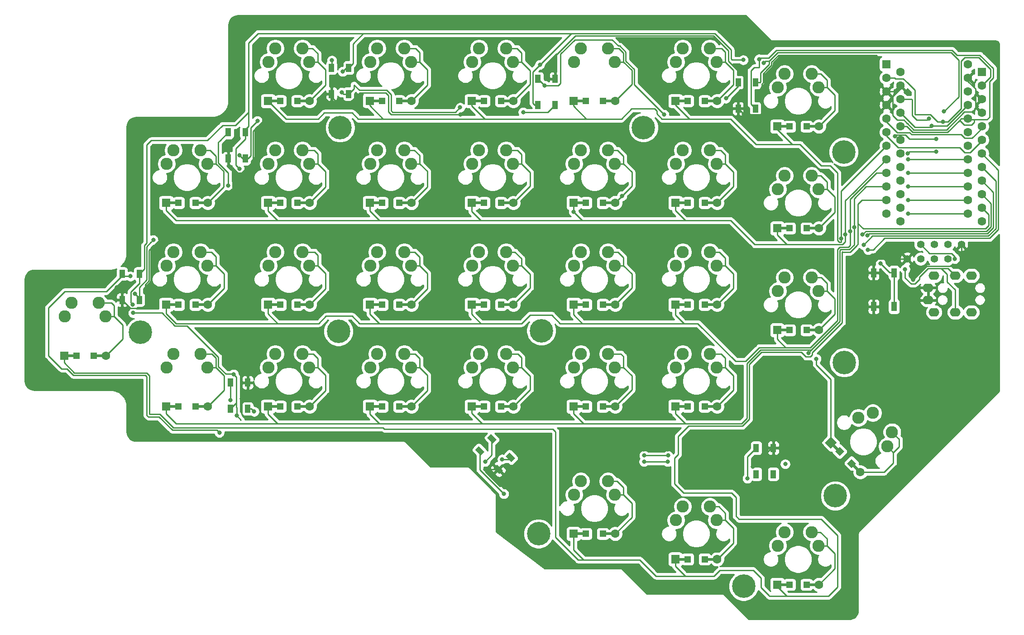
<source format=gtl>
%TF.GenerationSoftware,KiCad,Pcbnew,5.1.9*%
%TF.CreationDate,2021-04-06T00:25:38+02:00*%
%TF.ProjectId,splitkeeb - pro micros,73706c69-746b-4656-9562-202d2070726f,rev?*%
%TF.SameCoordinates,Original*%
%TF.FileFunction,Copper,L1,Top*%
%TF.FilePolarity,Positive*%
%FSLAX46Y46*%
G04 Gerber Fmt 4.6, Leading zero omitted, Abs format (unit mm)*
G04 Created by KiCad (PCBNEW 5.1.9) date 2021-04-06 00:25:38*
%MOMM*%
%LPD*%
G01*
G04 APERTURE LIST*
%TA.AperFunction,SMDPad,CuDef*%
%ADD10R,1.200000X1.200000*%
%TD*%
%TA.AperFunction,ComponentPad*%
%ADD11R,1.600000X1.600000*%
%TD*%
%TA.AperFunction,ComponentPad*%
%ADD12C,1.600000*%
%TD*%
%TA.AperFunction,SMDPad,CuDef*%
%ADD13R,2.500000X0.500000*%
%TD*%
%TA.AperFunction,ComponentPad*%
%ADD14C,4.400000*%
%TD*%
%TA.AperFunction,SMDPad,CuDef*%
%ADD15R,1.000000X1.500000*%
%TD*%
%TA.AperFunction,SMDPad,CuDef*%
%ADD16C,0.100000*%
%TD*%
%TA.AperFunction,ComponentPad*%
%ADD17C,2.286000*%
%TD*%
%TA.AperFunction,SMDPad,CuDef*%
%ADD18R,1.000000X1.700000*%
%TD*%
%TA.AperFunction,ComponentPad*%
%ADD19O,2.000000X1.600000*%
%TD*%
%TA.AperFunction,ComponentPad*%
%ADD20C,0.100000*%
%TD*%
%TA.AperFunction,ComponentPad*%
%ADD21C,1.397000*%
%TD*%
%TA.AperFunction,ViaPad*%
%ADD22C,0.800000*%
%TD*%
%TA.AperFunction,Conductor*%
%ADD23C,0.250000*%
%TD*%
%TA.AperFunction,Conductor*%
%ADD24C,0.254000*%
%TD*%
%TA.AperFunction,Conductor*%
%ADD25C,0.100000*%
%TD*%
G04 APERTURE END LIST*
D10*
%TO.P,D19,2*%
%TO.N,Net-(D19-Pad2)*%
X153859420Y-92726140D03*
%TO.P,D19,1*%
%TO.N,/row2*%
X150709420Y-92726140D03*
D11*
X148384420Y-92726140D03*
D12*
%TO.P,D19,2*%
%TO.N,Net-(D19-Pad2)*%
X156184420Y-92726140D03*
D13*
%TO.P,D19,1*%
%TO.N,/row2*%
X149584420Y-92726140D03*
%TO.P,D19,2*%
%TO.N,Net-(D19-Pad2)*%
X154984420Y-92726140D03*
%TD*%
D14*
%TO.P,REF\u002A\u002A,1*%
%TO.N,N/C*%
X67334420Y-97888640D03*
%TD*%
D12*
%TO.P,D28,2*%
%TO.N,Net-(D28-Pad2)*%
X194294420Y-78438640D03*
D11*
%TO.P,D28,1*%
%TO.N,/row1*%
X186494420Y-78438640D03*
%TD*%
D15*
%TO.P,D37,3*%
%TO.N,/GND*%
X144944420Y-50478640D03*
%TO.P,D37,4*%
%TO.N,Net-(D35-Pad2)*%
X141744420Y-50478640D03*
%TO.P,D37,2*%
%TO.N,Net-(D37-Pad2)*%
X144944420Y-55378640D03*
%TO.P,D37,1*%
%TO.N,/+5V*%
X141744420Y-55378640D03*
%TD*%
D11*
%TO.P,D6,1*%
%TO.N,/row1*%
X91244420Y-73681140D03*
D12*
%TO.P,D6,2*%
%TO.N,Net-(D6-Pad2)*%
X99044420Y-73681140D03*
%TD*%
D14*
%TO.P,REF\u002A\u002A,1*%
%TO.N,N/C*%
X197344420Y-128488640D03*
%TD*%
%TO.P,REF\u002A\u002A,1*%
%TO.N,N/C*%
X180194420Y-145388640D03*
%TD*%
%TO.P,REF\u002A\u002A,1*%
%TO.N,N/C*%
X141844420Y-135568640D03*
%TD*%
%TO.P,REF\u002A\u002A,1*%
%TO.N,N/C*%
X142364420Y-97608640D03*
%TD*%
D11*
%TO.P,D29,1*%
%TO.N,/row2*%
X186474420Y-97488640D03*
D12*
%TO.P,D29,2*%
%TO.N,Net-(D29-Pad2)*%
X194274420Y-97488640D03*
%TD*%
%TA.AperFunction,SMDPad,CuDef*%
D16*
%TO.P,D40,1*%
%TO.N,/+5V*%
G36*
X132219496Y-117628081D02*
G01*
X132926602Y-116920975D01*
X133987262Y-117981635D01*
X133280156Y-118688741D01*
X132219496Y-117628081D01*
G37*
%TD.AperFunction*%
%TA.AperFunction,SMDPad,CuDef*%
%TO.P,D40,2*%
%TO.N,Net-(D38-Pad4)*%
G36*
X129956755Y-119890822D02*
G01*
X130663861Y-119183716D01*
X131724521Y-120244376D01*
X131017415Y-120951482D01*
X129956755Y-119890822D01*
G37*
%TD.AperFunction*%
%TA.AperFunction,SMDPad,CuDef*%
%TO.P,D40,4*%
%TO.N,Net-(D40-Pad4)*%
G36*
X135684319Y-121092904D02*
G01*
X136391425Y-120385798D01*
X137452085Y-121446458D01*
X136744979Y-122153564D01*
X135684319Y-121092904D01*
G37*
%TD.AperFunction*%
%TA.AperFunction,SMDPad,CuDef*%
%TO.P,D40,3*%
%TO.N,/GND*%
G36*
X133421578Y-123355645D02*
G01*
X134128684Y-122648539D01*
X135189344Y-123709199D01*
X134482238Y-124416305D01*
X133421578Y-123355645D01*
G37*
%TD.AperFunction*%
%TD*%
D15*
%TO.P,D35,1*%
%TO.N,/+5V*%
X182394420Y-51158640D03*
%TO.P,D35,2*%
%TO.N,Net-(D35-Pad2)*%
X179194420Y-51158640D03*
%TO.P,D35,4*%
%TO.N,/ledin*%
X182394420Y-56058640D03*
%TO.P,D35,3*%
%TO.N,/GND*%
X179194420Y-56058640D03*
%TD*%
D17*
%TO.P,K26,1*%
%TO.N,/col5*%
X167524420Y-133048640D03*
%TO.P,K26,2*%
%TO.N,Net-(D26-Pad2)*%
X173874420Y-130508640D03*
%TO.P,K26,1*%
%TO.N,/col5*%
X168794420Y-130508640D03*
%TO.P,K26,2*%
%TO.N,Net-(D26-Pad2)*%
X175144420Y-133048640D03*
%TD*%
D12*
%TO.P,D1,2*%
%TO.N,Net-(D1-Pad2)*%
X79984420Y-73681140D03*
D11*
%TO.P,D1,1*%
%TO.N,/row1*%
X72184420Y-73681140D03*
%TD*%
D12*
%TO.P,D9,2*%
%TO.N,Net-(D9-Pad2)*%
X118084420Y-54621140D03*
D11*
%TO.P,D9,1*%
%TO.N,/row0*%
X110284420Y-54621140D03*
%TD*%
D12*
%TO.P,D24,2*%
%TO.N,Net-(D24-Pad2)*%
X175234420Y-92731140D03*
D11*
%TO.P,D24,1*%
%TO.N,/row2*%
X167434420Y-92731140D03*
%TD*%
%TO.P,D15,1*%
%TO.N,/row2*%
X129334420Y-92718640D03*
D12*
%TO.P,D15,2*%
%TO.N,Net-(D15-Pad2)*%
X137134420Y-92718640D03*
%TD*%
D17*
%TO.P,K1,2*%
%TO.N,Net-(D1-Pad2)*%
X79894420Y-66373640D03*
%TO.P,K1,1*%
%TO.N,/col0*%
X73544420Y-63833640D03*
%TO.P,K1,2*%
%TO.N,Net-(D1-Pad2)*%
X78624420Y-63833640D03*
%TO.P,K1,1*%
%TO.N,/col0*%
X72274420Y-66373640D03*
%TD*%
D12*
%TO.P,D13,2*%
%TO.N,Net-(D13-Pad2)*%
X137134420Y-54621140D03*
D11*
%TO.P,D13,1*%
%TO.N,/row0*%
X129334420Y-54621140D03*
%TD*%
D18*
%TO.P,SW1,1*%
%TO.N,/RST*%
X208324420Y-86788640D03*
X208324420Y-93088640D03*
%TO.P,SW1,2*%
%TO.N,/GND*%
X204524420Y-86788640D03*
X204524420Y-93088640D03*
%TD*%
D12*
%TO.P,D19,2*%
%TO.N,Net-(D19-Pad2)*%
X156184420Y-92711140D03*
D11*
%TO.P,D19,1*%
%TO.N,/row2*%
X148384420Y-92711140D03*
%TD*%
D12*
%TO.P,D7,2*%
%TO.N,Net-(D7-Pad2)*%
X99044420Y-92711140D03*
D11*
%TO.P,D7,1*%
%TO.N,/row2*%
X91244420Y-92711140D03*
%TD*%
%TO.P,D2,1*%
%TO.N,/row2*%
X72184420Y-92721140D03*
D12*
%TO.P,D2,2*%
%TO.N,Net-(D2-Pad2)*%
X79984420Y-92721140D03*
%TD*%
D15*
%TO.P,D41,3*%
%TO.N,/GND*%
X83804420Y-65388640D03*
%TO.P,D41,4*%
%TO.N,Net-(D39-Pad2)*%
X87004420Y-65388640D03*
%TO.P,D41,2*%
%TO.N,Net-(D41-Pad2)*%
X83804420Y-60488640D03*
%TO.P,D41,1*%
%TO.N,/+5V*%
X87004420Y-60488640D03*
%TD*%
D17*
%TO.P,K2,2*%
%TO.N,Net-(D2-Pad2)*%
X79894420Y-85423640D03*
%TO.P,K2,1*%
%TO.N,/col0*%
X73544420Y-82883640D03*
%TO.P,K2,2*%
%TO.N,Net-(D2-Pad2)*%
X78624420Y-82883640D03*
%TO.P,K2,1*%
%TO.N,/col0*%
X72274420Y-85423640D03*
%TD*%
D11*
%TO.P,D10,1*%
%TO.N,/row1*%
X110284420Y-73691140D03*
D12*
%TO.P,D10,2*%
%TO.N,Net-(D10-Pad2)*%
X118084420Y-73691140D03*
%TD*%
D11*
%TO.P,D14,1*%
%TO.N,/row1*%
X129334420Y-73681140D03*
D12*
%TO.P,D14,2*%
%TO.N,Net-(D14-Pad2)*%
X137134420Y-73681140D03*
%TD*%
D17*
%TO.P,K3,1*%
%TO.N,/col0*%
X72274420Y-104473640D03*
%TO.P,K3,2*%
%TO.N,Net-(D3-Pad2)*%
X78624420Y-101933640D03*
%TO.P,K3,1*%
%TO.N,/col0*%
X73544420Y-101933640D03*
%TO.P,K3,2*%
%TO.N,Net-(D3-Pad2)*%
X79894420Y-104473640D03*
%TD*%
%TO.P,K11,2*%
%TO.N,Net-(D11-Pad2)*%
X117994420Y-85423640D03*
%TO.P,K11,1*%
%TO.N,/col2*%
X111644420Y-82883640D03*
%TO.P,K11,2*%
%TO.N,Net-(D11-Pad2)*%
X116724420Y-82883640D03*
%TO.P,K11,1*%
%TO.N,/col2*%
X110374420Y-85423640D03*
%TD*%
D11*
%TO.P,U1,1*%
%TO.N,Net-(U1-Pad1)*%
X206934420Y-47768640D03*
D12*
%TO.P,U1,2*%
%TO.N,/TRRS1*%
X206934420Y-50308640D03*
%TO.P,U1,3*%
%TO.N,/GND*%
X206934420Y-52848640D03*
%TO.P,U1,4*%
X206934420Y-55388640D03*
%TO.P,U1,5*%
%TO.N,/SCL-OLED*%
X206934420Y-57928640D03*
%TO.P,U1,6*%
%TO.N,/SDA-OLED*%
X206934420Y-60468640D03*
%TO.P,U1,7*%
%TO.N,/row0*%
X206934420Y-63008640D03*
%TO.P,U1,8*%
%TO.N,/row1*%
X206934420Y-65548640D03*
%TO.P,U1,9*%
%TO.N,/row2*%
X206934420Y-68088640D03*
%TO.P,U1,10*%
%TO.N,/row3*%
X206934420Y-70628640D03*
%TO.P,U1,11*%
%TO.N,/row4*%
X206934420Y-73168640D03*
%TO.P,U1,12*%
%TO.N,Net-(U1-Pad12)*%
X206934420Y-75708640D03*
%TO.P,U1,13*%
%TO.N,/col0*%
X222174420Y-75708640D03*
%TO.P,U1,14*%
%TO.N,/col1*%
X222174420Y-73168640D03*
%TO.P,U1,15*%
%TO.N,/col2*%
X222174420Y-70628640D03*
%TO.P,U1,16*%
%TO.N,/col3*%
X222174420Y-68088640D03*
%TO.P,U1,17*%
%TO.N,/col4*%
X222174420Y-65548640D03*
%TO.P,U1,18*%
%TO.N,/col5*%
X222174420Y-63008640D03*
%TO.P,U1,19*%
%TO.N,/col6*%
X222174420Y-60468640D03*
%TO.P,U1,20*%
%TO.N,/ledin*%
X222174420Y-57928640D03*
%TO.P,U1,21*%
%TO.N,/+5V*%
X222174420Y-55388640D03*
%TO.P,U1,22*%
%TO.N,/RST*%
X222174420Y-52848640D03*
%TO.P,U1,23*%
%TO.N,/GND*%
X222174420Y-50308640D03*
%TO.P,U1,24*%
%TO.N,Net-(U1-Pad24)*%
X222174420Y-47768640D03*
%TD*%
%TO.P,D22,2*%
%TO.N,Net-(D22-Pad2)*%
X175234420Y-54621140D03*
D11*
%TO.P,D22,1*%
%TO.N,/row0*%
X167434420Y-54621140D03*
%TD*%
%TO.P,D15,1*%
%TO.N,/row2*%
X110284420Y-92728640D03*
D12*
%TO.P,D15,2*%
%TO.N,Net-(D15-Pad2)*%
X118084420Y-92728640D03*
%TD*%
D11*
%TO.P,D23,1*%
%TO.N,/row1*%
X167434420Y-73681140D03*
D12*
%TO.P,D23,2*%
%TO.N,Net-(D23-Pad2)*%
X175234420Y-73681140D03*
%TD*%
D11*
%TO.P,D21,1*%
%TO.N,/row4*%
X148384420Y-135588640D03*
D12*
%TO.P,D21,2*%
%TO.N,Net-(D21-Pad2)*%
X156184420Y-135588640D03*
%TD*%
D11*
%TO.P,D3,1*%
%TO.N,/row3*%
X72184420Y-111778640D03*
D12*
%TO.P,D3,2*%
%TO.N,Net-(D3-Pad2)*%
X79984420Y-111778640D03*
%TD*%
D15*
%TO.P,D39,1*%
%TO.N,/+5V*%
X106314420Y-48418640D03*
%TO.P,D39,2*%
%TO.N,Net-(D39-Pad2)*%
X103114420Y-48418640D03*
%TO.P,D39,4*%
%TO.N,Net-(D37-Pad2)*%
X106314420Y-53318640D03*
%TO.P,D39,3*%
%TO.N,/GND*%
X103114420Y-53318640D03*
%TD*%
%TO.P,D38,3*%
%TO.N,/GND*%
X185754420Y-119538640D03*
%TO.P,D38,4*%
%TO.N,Net-(D38-Pad4)*%
X182554420Y-119538640D03*
%TO.P,D38,2*%
%TO.N,Net-(D38-Pad2)*%
X185754420Y-124438640D03*
%TO.P,D38,1*%
%TO.N,/+5V*%
X182554420Y-124438640D03*
%TD*%
D12*
%TO.P,D8,2*%
%TO.N,Net-(D8-Pad2)*%
X99044420Y-111778640D03*
D11*
%TO.P,D8,1*%
%TO.N,/row3*%
X91244420Y-111778640D03*
%TD*%
%TO.P,D5,1*%
%TO.N,/row0*%
X91234420Y-54631140D03*
D12*
%TO.P,D5,2*%
%TO.N,Net-(D5-Pad2)*%
X99034420Y-54631140D03*
%TD*%
D14*
%TO.P,REF\u002A\u002A,1*%
%TO.N,N/C*%
X198914420Y-64158640D03*
%TD*%
D19*
%TO.P,U2,3*%
%TO.N,/TRRS1*%
X219804420Y-87298640D03*
%TO.P,U2,4*%
%TO.N,Net-(U2-Pad4)*%
X222804420Y-87298640D03*
%TO.P,U2,2*%
%TO.N,/+5V*%
X215804420Y-87298640D03*
%TO.P,U2,1*%
%TO.N,/GND*%
X214704420Y-91898640D03*
%TD*%
D12*
%TO.P,U1,24*%
%TO.N,Net-(U1-Pad24)*%
X209494420Y-49228640D03*
%TO.P,U1,23*%
%TO.N,/GND*%
X209494420Y-51768640D03*
%TO.P,U1,22*%
%TO.N,/RST*%
X209494420Y-54308640D03*
%TO.P,U1,21*%
%TO.N,/+5V*%
X209494420Y-56848640D03*
%TO.P,U1,20*%
%TO.N,/ledin*%
X209494420Y-59388640D03*
%TO.P,U1,19*%
%TO.N,/col6*%
X209494420Y-61928640D03*
%TO.P,U1,18*%
%TO.N,/col5*%
X209494420Y-64468640D03*
%TO.P,U1,17*%
%TO.N,/col4*%
X209494420Y-67008640D03*
%TO.P,U1,16*%
%TO.N,/col3*%
X209494420Y-69548640D03*
%TO.P,U1,15*%
%TO.N,/col2*%
X209494420Y-72088640D03*
%TO.P,U1,14*%
%TO.N,/col1*%
X209494420Y-74628640D03*
%TO.P,U1,13*%
%TO.N,/col0*%
X209494420Y-77168640D03*
%TO.P,U1,12*%
%TO.N,Net-(U1-Pad12)*%
X224734420Y-77168640D03*
%TO.P,U1,11*%
%TO.N,/row4*%
X224734420Y-74628640D03*
%TO.P,U1,10*%
%TO.N,/row3*%
X224734420Y-72088640D03*
%TO.P,U1,9*%
%TO.N,/row2*%
X224734420Y-69548640D03*
%TO.P,U1,8*%
%TO.N,/row1*%
X224734420Y-67008640D03*
%TO.P,U1,7*%
%TO.N,/row0*%
X224734420Y-64468640D03*
%TO.P,U1,6*%
%TO.N,/SDA-OLED*%
X224734420Y-61928640D03*
%TO.P,U1,5*%
%TO.N,/SCL-OLED*%
X224734420Y-59388640D03*
%TO.P,U1,4*%
%TO.N,/GND*%
X224734420Y-56848640D03*
%TO.P,U1,3*%
X224734420Y-54308640D03*
%TO.P,U1,2*%
%TO.N,/TRRS1*%
X224734420Y-51768640D03*
D11*
%TO.P,U1,1*%
%TO.N,Net-(U1-Pad1)*%
X224734420Y-49228640D03*
%TD*%
%TO.P,D18,1*%
%TO.N,/row1*%
X148359420Y-73648640D03*
D12*
%TO.P,D18,2*%
%TO.N,Net-(D18-Pad2)*%
X156159420Y-73648640D03*
%TD*%
D10*
%TO.P,D20,2*%
%TO.N,Net-(D20-Pad2)*%
X153859420Y-111776140D03*
%TO.P,D20,1*%
%TO.N,/row3*%
X150709420Y-111776140D03*
D11*
X148384420Y-111776140D03*
D12*
%TO.P,D20,2*%
%TO.N,Net-(D20-Pad2)*%
X156184420Y-111776140D03*
D13*
%TO.P,D20,1*%
%TO.N,/row3*%
X149584420Y-111776140D03*
%TO.P,D20,2*%
%TO.N,Net-(D20-Pad2)*%
X154984420Y-111776140D03*
%TD*%
%TO.P,D21,2*%
%TO.N,Net-(D21-Pad2)*%
X154984420Y-135588640D03*
%TO.P,D21,1*%
%TO.N,/row4*%
X149584420Y-135588640D03*
D12*
%TO.P,D21,2*%
%TO.N,Net-(D21-Pad2)*%
X156184420Y-135588640D03*
D11*
%TO.P,D21,1*%
%TO.N,/row4*%
X148384420Y-135588640D03*
D10*
X150709420Y-135588640D03*
%TO.P,D21,2*%
%TO.N,Net-(D21-Pad2)*%
X153859420Y-135588640D03*
%TD*%
%TO.P,D22,2*%
%TO.N,Net-(D22-Pad2)*%
X172909420Y-54626140D03*
%TO.P,D22,1*%
%TO.N,/row0*%
X169759420Y-54626140D03*
D11*
X167434420Y-54626140D03*
D12*
%TO.P,D22,2*%
%TO.N,Net-(D22-Pad2)*%
X175234420Y-54626140D03*
D13*
%TO.P,D22,1*%
%TO.N,/row0*%
X168634420Y-54626140D03*
%TO.P,D22,2*%
%TO.N,Net-(D22-Pad2)*%
X174034420Y-54626140D03*
%TD*%
%TO.P,D23,2*%
%TO.N,Net-(D23-Pad2)*%
X174034420Y-73676140D03*
%TO.P,D23,1*%
%TO.N,/row1*%
X168634420Y-73676140D03*
D12*
%TO.P,D23,2*%
%TO.N,Net-(D23-Pad2)*%
X175234420Y-73676140D03*
D11*
%TO.P,D23,1*%
%TO.N,/row1*%
X167434420Y-73676140D03*
D10*
X169759420Y-73676140D03*
%TO.P,D23,2*%
%TO.N,Net-(D23-Pad2)*%
X172909420Y-73676140D03*
%TD*%
%TO.P,D24,2*%
%TO.N,Net-(D24-Pad2)*%
X172909420Y-92726140D03*
%TO.P,D24,1*%
%TO.N,/row2*%
X169759420Y-92726140D03*
D11*
X167434420Y-92726140D03*
D12*
%TO.P,D24,2*%
%TO.N,Net-(D24-Pad2)*%
X175234420Y-92726140D03*
D13*
%TO.P,D24,1*%
%TO.N,/row2*%
X168634420Y-92726140D03*
%TO.P,D24,2*%
%TO.N,Net-(D24-Pad2)*%
X174034420Y-92726140D03*
%TD*%
%TO.P,D25,2*%
%TO.N,Net-(D25-Pad2)*%
X174034420Y-111776140D03*
%TO.P,D25,1*%
%TO.N,/row3*%
X168634420Y-111776140D03*
D12*
%TO.P,D25,2*%
%TO.N,Net-(D25-Pad2)*%
X175234420Y-111776140D03*
D11*
%TO.P,D25,1*%
%TO.N,/row3*%
X167434420Y-111776140D03*
D10*
X169759420Y-111776140D03*
%TO.P,D25,2*%
%TO.N,Net-(D25-Pad2)*%
X172909420Y-111776140D03*
%TD*%
%TO.P,D26,2*%
%TO.N,Net-(D26-Pad2)*%
X172909420Y-140351140D03*
%TO.P,D26,1*%
%TO.N,/row4*%
X169759420Y-140351140D03*
D11*
X167434420Y-140351140D03*
D12*
%TO.P,D26,2*%
%TO.N,Net-(D26-Pad2)*%
X175234420Y-140351140D03*
D13*
%TO.P,D26,1*%
%TO.N,/row4*%
X168634420Y-140351140D03*
%TO.P,D26,2*%
%TO.N,Net-(D26-Pad2)*%
X174034420Y-140351140D03*
%TD*%
%TO.P,D27,2*%
%TO.N,Net-(D27-Pad2)*%
X193084420Y-59388640D03*
%TO.P,D27,1*%
%TO.N,/row0*%
X187684420Y-59388640D03*
D12*
%TO.P,D27,2*%
%TO.N,Net-(D27-Pad2)*%
X194284420Y-59388640D03*
D11*
%TO.P,D27,1*%
%TO.N,/row0*%
X186484420Y-59388640D03*
D10*
X188809420Y-59388640D03*
%TO.P,D27,2*%
%TO.N,Net-(D27-Pad2)*%
X191959420Y-59388640D03*
%TD*%
%TO.P,D28,2*%
%TO.N,Net-(D28-Pad2)*%
X191959420Y-78438640D03*
%TO.P,D28,1*%
%TO.N,/row1*%
X188809420Y-78438640D03*
D11*
X186484420Y-78438640D03*
D12*
%TO.P,D28,2*%
%TO.N,Net-(D28-Pad2)*%
X194284420Y-78438640D03*
D13*
%TO.P,D28,1*%
%TO.N,/row1*%
X187684420Y-78438640D03*
%TO.P,D28,2*%
%TO.N,Net-(D28-Pad2)*%
X193084420Y-78438640D03*
%TD*%
%TO.P,D29,2*%
%TO.N,Net-(D29-Pad2)*%
X193084420Y-97488640D03*
%TO.P,D29,1*%
%TO.N,/row2*%
X187684420Y-97488640D03*
D12*
%TO.P,D29,2*%
%TO.N,Net-(D29-Pad2)*%
X194284420Y-97488640D03*
D11*
%TO.P,D29,1*%
%TO.N,/row2*%
X186484420Y-97488640D03*
D10*
X188809420Y-97488640D03*
%TO.P,D29,2*%
%TO.N,Net-(D29-Pad2)*%
X191959420Y-97488640D03*
%TD*%
%TO.P,D31,2*%
%TO.N,Net-(D31-Pad2)*%
X191959420Y-145113640D03*
%TO.P,D31,1*%
%TO.N,/row4*%
X188809420Y-145113640D03*
D11*
X186484420Y-145113640D03*
D12*
%TO.P,D31,2*%
%TO.N,Net-(D31-Pad2)*%
X194284420Y-145113640D03*
D13*
%TO.P,D31,1*%
%TO.N,/row4*%
X187684420Y-145113640D03*
%TO.P,D31,2*%
%TO.N,Net-(D31-Pad2)*%
X193084420Y-145113640D03*
%TD*%
%TO.P,D5,2*%
%TO.N,Net-(D5-Pad2)*%
X97834420Y-54626140D03*
%TO.P,D5,1*%
%TO.N,/row0*%
X92434420Y-54626140D03*
D12*
%TO.P,D5,2*%
%TO.N,Net-(D5-Pad2)*%
X99034420Y-54626140D03*
D11*
%TO.P,D5,1*%
%TO.N,/row0*%
X91234420Y-54626140D03*
D10*
X93559420Y-54626140D03*
%TO.P,D5,2*%
%TO.N,Net-(D5-Pad2)*%
X96709420Y-54626140D03*
%TD*%
%TA.AperFunction,SMDPad,CuDef*%
D16*
%TO.P,D30,2*%
%TO.N,Net-(D30-Pad2)*%
G36*
X199539585Y-122414833D02*
G01*
X200388113Y-121566305D01*
X201236641Y-122414833D01*
X200388113Y-123263361D01*
X199539585Y-122414833D01*
G37*
%TD.AperFunction*%
%TA.AperFunction,SMDPad,CuDef*%
%TO.P,D30,1*%
%TO.N,/row3*%
G36*
X197312199Y-120187447D02*
G01*
X198160727Y-119338919D01*
X199009255Y-120187447D01*
X198160727Y-121035975D01*
X197312199Y-120187447D01*
G37*
%TD.AperFunction*%
%TA.AperFunction,ComponentPad*%
D20*
G36*
X195385333Y-118543424D02*
G01*
X196516704Y-117412053D01*
X197648075Y-118543424D01*
X196516704Y-119674795D01*
X195385333Y-118543424D01*
G37*
%TD.AperFunction*%
D12*
%TO.P,D30,2*%
%TO.N,Net-(D30-Pad2)*%
X202032136Y-124058856D03*
%TA.AperFunction,SMDPad,CuDef*%
D16*
%TO.P,D30,1*%
%TO.N,/row3*%
G36*
X196304572Y-118684845D02*
G01*
X196658125Y-118331292D01*
X198425892Y-120099059D01*
X198072339Y-120452612D01*
X196304572Y-118684845D01*
G37*
%TD.AperFunction*%
%TA.AperFunction,SMDPad,CuDef*%
%TO.P,D30,2*%
%TO.N,Net-(D30-Pad2)*%
G36*
X200122948Y-122503221D02*
G01*
X200476501Y-122149668D01*
X202244268Y-123917435D01*
X201890715Y-124270988D01*
X200122948Y-122503221D01*
G37*
%TD.AperFunction*%
%TD*%
D17*
%TO.P,K4,1*%
%TO.N,/col0*%
X53224420Y-94948640D03*
%TO.P,K4,2*%
%TO.N,Net-(D4-Pad2)*%
X59574420Y-92408640D03*
%TO.P,K4,1*%
%TO.N,/col0*%
X54494420Y-92408640D03*
%TO.P,K4,2*%
%TO.N,Net-(D4-Pad2)*%
X60844420Y-94948640D03*
%TD*%
%TO.P,K5,2*%
%TO.N,Net-(D5-Pad2)*%
X98944420Y-47323640D03*
%TO.P,K5,1*%
%TO.N,/col1*%
X92594420Y-44783640D03*
%TO.P,K5,2*%
%TO.N,Net-(D5-Pad2)*%
X97674420Y-44783640D03*
%TO.P,K5,1*%
%TO.N,/col1*%
X91324420Y-47323640D03*
%TD*%
%TO.P,K6,2*%
%TO.N,Net-(D6-Pad2)*%
X98944420Y-66373640D03*
%TO.P,K6,1*%
%TO.N,/col1*%
X92594420Y-63833640D03*
%TO.P,K6,2*%
%TO.N,Net-(D6-Pad2)*%
X97674420Y-63833640D03*
%TO.P,K6,1*%
%TO.N,/col1*%
X91324420Y-66373640D03*
%TD*%
%TO.P,K7,2*%
%TO.N,Net-(D7-Pad2)*%
X98944420Y-85423640D03*
%TO.P,K7,1*%
%TO.N,/col1*%
X92594420Y-82883640D03*
%TO.P,K7,2*%
%TO.N,Net-(D7-Pad2)*%
X97674420Y-82883640D03*
%TO.P,K7,1*%
%TO.N,/col1*%
X91324420Y-85423640D03*
%TD*%
%TO.P,K8,1*%
%TO.N,/col1*%
X91324420Y-104473640D03*
%TO.P,K8,2*%
%TO.N,Net-(D8-Pad2)*%
X97674420Y-101933640D03*
%TO.P,K8,1*%
%TO.N,/col1*%
X92594420Y-101933640D03*
%TO.P,K8,2*%
%TO.N,Net-(D8-Pad2)*%
X98944420Y-104473640D03*
%TD*%
%TO.P,K9,1*%
%TO.N,/col2*%
X110374420Y-47323640D03*
%TO.P,K9,2*%
%TO.N,Net-(D9-Pad2)*%
X116724420Y-44783640D03*
%TO.P,K9,1*%
%TO.N,/col2*%
X111644420Y-44783640D03*
%TO.P,K9,2*%
%TO.N,Net-(D9-Pad2)*%
X117994420Y-47323640D03*
%TD*%
%TO.P,K10,1*%
%TO.N,/col2*%
X110374420Y-66373640D03*
%TO.P,K10,2*%
%TO.N,Net-(D10-Pad2)*%
X116724420Y-63833640D03*
%TO.P,K10,1*%
%TO.N,/col2*%
X111644420Y-63833640D03*
%TO.P,K10,2*%
%TO.N,Net-(D10-Pad2)*%
X117994420Y-66373640D03*
%TD*%
D12*
%TO.P,D17,2*%
%TO.N,Net-(D17-Pad2)*%
X156184420Y-54621140D03*
D11*
%TO.P,D17,1*%
%TO.N,/row0*%
X148384420Y-54621140D03*
%TD*%
D15*
%TO.P,D42,3*%
%TO.N,/GND*%
X87444420Y-107298640D03*
%TO.P,D42,4*%
%TO.N,Net-(D42-Pad4)*%
X84244420Y-107298640D03*
%TO.P,D42,2*%
%TO.N,Net-(D40-Pad4)*%
X87444420Y-112198640D03*
%TO.P,D42,1*%
%TO.N,/+5V*%
X84244420Y-112198640D03*
%TD*%
D17*
%TO.P,K22,2*%
%TO.N,Net-(D22-Pad2)*%
X175144420Y-47323640D03*
%TO.P,K22,1*%
%TO.N,/col5*%
X168794420Y-44783640D03*
%TO.P,K22,2*%
%TO.N,Net-(D22-Pad2)*%
X173874420Y-44783640D03*
%TO.P,K22,1*%
%TO.N,/col5*%
X167524420Y-47323640D03*
%TD*%
D21*
%TO.P,Brd1,4*%
%TO.N,/SDA-OLED*%
X213304420Y-81458640D03*
%TO.P,Brd1,3*%
%TO.N,/SCL-OLED*%
X215844420Y-81458640D03*
%TO.P,Brd1,2*%
%TO.N,/+5V*%
X218384420Y-81458640D03*
%TO.P,Brd1,1*%
%TO.N,/GND*%
X220924420Y-81458640D03*
%TD*%
D11*
%TO.P,D27,1*%
%TO.N,/row0*%
X186494420Y-59378640D03*
D12*
%TO.P,D27,2*%
%TO.N,Net-(D27-Pad2)*%
X194294420Y-59378640D03*
%TD*%
%TO.P,D20,2*%
%TO.N,Net-(D20-Pad2)*%
X156184420Y-111781140D03*
D11*
%TO.P,D20,1*%
%TO.N,/row3*%
X148384420Y-111781140D03*
%TD*%
%TO.P,D25,1*%
%TO.N,/row3*%
X167434420Y-111778640D03*
D12*
%TO.P,D25,2*%
%TO.N,Net-(D25-Pad2)*%
X175234420Y-111778640D03*
%TD*%
D14*
%TO.P,REF\u002A\u002A,1*%
%TO.N,N/C*%
X199024420Y-103558640D03*
%TD*%
D12*
%TO.P,D16,2*%
%TO.N,Net-(D16-Pad2)*%
X137134420Y-111781140D03*
D11*
%TO.P,D16,1*%
%TO.N,/row3*%
X129334420Y-111781140D03*
%TD*%
%TO.P,D4,1*%
%TO.N,/row4*%
X53134420Y-102248640D03*
D12*
%TO.P,D4,2*%
%TO.N,Net-(D4-Pad2)*%
X60934420Y-102248640D03*
%TD*%
%TO.P,D12,2*%
%TO.N,Net-(D12-Pad2)*%
X118084420Y-111778640D03*
D11*
%TO.P,D12,1*%
%TO.N,/row3*%
X110284420Y-111778640D03*
%TD*%
D12*
%TO.P,D31,2*%
%TO.N,Net-(D31-Pad2)*%
X194284420Y-145113640D03*
D11*
%TO.P,D31,1*%
%TO.N,/row4*%
X186484420Y-145113640D03*
%TD*%
D14*
%TO.P,REF\u002A\u002A,1*%
%TO.N,N/C*%
X104724420Y-59608640D03*
%TD*%
D12*
%TO.P,D30,2*%
%TO.N,Net-(D30-Pad2)*%
X202024636Y-124056356D03*
%TA.AperFunction,ComponentPad*%
D20*
%TO.P,D30,1*%
%TO.N,/row3*%
G36*
X195377833Y-118540924D02*
G01*
X196509204Y-117409553D01*
X197640575Y-118540924D01*
X196509204Y-119672295D01*
X195377833Y-118540924D01*
G37*
%TD.AperFunction*%
%TD*%
D14*
%TO.P,REF\u002A\u002A,1*%
%TO.N,N/C*%
X161464420Y-59588640D03*
%TD*%
D12*
%TO.P,D26,2*%
%TO.N,Net-(D26-Pad2)*%
X175234420Y-140346140D03*
D11*
%TO.P,D26,1*%
%TO.N,/row4*%
X167434420Y-140346140D03*
%TD*%
D15*
%TO.P,D43,1*%
%TO.N,/+5V*%
X67174420Y-86948640D03*
%TO.P,D43,2*%
%TO.N,Net-(D42-Pad4)*%
X63974420Y-86948640D03*
%TO.P,D43,4*%
%TO.N,Net-(D41-Pad2)*%
X67174420Y-91848640D03*
%TO.P,D43,3*%
%TO.N,/GND*%
X63974420Y-91848640D03*
%TD*%
D14*
%TO.P,REF\u002A\u002A,1*%
%TO.N,N/C*%
X104414420Y-97728640D03*
%TD*%
D10*
%TO.P,D1,2*%
%TO.N,Net-(D1-Pad2)*%
X77659420Y-73676140D03*
%TO.P,D1,1*%
%TO.N,/row1*%
X74509420Y-73676140D03*
D11*
X72184420Y-73676140D03*
D12*
%TO.P,D1,2*%
%TO.N,Net-(D1-Pad2)*%
X79984420Y-73676140D03*
D13*
%TO.P,D1,1*%
%TO.N,/row1*%
X73384420Y-73676140D03*
%TO.P,D1,2*%
%TO.N,Net-(D1-Pad2)*%
X78784420Y-73676140D03*
%TD*%
%TO.P,D2,2*%
%TO.N,Net-(D2-Pad2)*%
X78784420Y-92726140D03*
%TO.P,D2,1*%
%TO.N,/row2*%
X73384420Y-92726140D03*
D12*
%TO.P,D2,2*%
%TO.N,Net-(D2-Pad2)*%
X79984420Y-92726140D03*
D11*
%TO.P,D2,1*%
%TO.N,/row2*%
X72184420Y-92726140D03*
D10*
X74509420Y-92726140D03*
%TO.P,D2,2*%
%TO.N,Net-(D2-Pad2)*%
X77659420Y-92726140D03*
%TD*%
D13*
%TO.P,D3,2*%
%TO.N,Net-(D3-Pad2)*%
X78784420Y-111776140D03*
%TO.P,D3,1*%
%TO.N,/row3*%
X73384420Y-111776140D03*
D12*
%TO.P,D3,2*%
%TO.N,Net-(D3-Pad2)*%
X79984420Y-111776140D03*
D11*
%TO.P,D3,1*%
%TO.N,/row3*%
X72184420Y-111776140D03*
D10*
X74509420Y-111776140D03*
%TO.P,D3,2*%
%TO.N,Net-(D3-Pad2)*%
X77659420Y-111776140D03*
%TD*%
D13*
%TO.P,D4,2*%
%TO.N,Net-(D4-Pad2)*%
X59734420Y-102251140D03*
%TO.P,D4,1*%
%TO.N,/row4*%
X54334420Y-102251140D03*
D12*
%TO.P,D4,2*%
%TO.N,Net-(D4-Pad2)*%
X60934420Y-102251140D03*
D11*
%TO.P,D4,1*%
%TO.N,/row4*%
X53134420Y-102251140D03*
D10*
X55459420Y-102251140D03*
%TO.P,D4,2*%
%TO.N,Net-(D4-Pad2)*%
X58609420Y-102251140D03*
%TD*%
D13*
%TO.P,D6,2*%
%TO.N,Net-(D6-Pad2)*%
X97834420Y-73676140D03*
%TO.P,D6,1*%
%TO.N,/row1*%
X92434420Y-73676140D03*
D12*
%TO.P,D6,2*%
%TO.N,Net-(D6-Pad2)*%
X99034420Y-73676140D03*
D11*
%TO.P,D6,1*%
%TO.N,/row1*%
X91234420Y-73676140D03*
D10*
X93559420Y-73676140D03*
%TO.P,D6,2*%
%TO.N,Net-(D6-Pad2)*%
X96709420Y-73676140D03*
%TD*%
%TO.P,D7,2*%
%TO.N,Net-(D7-Pad2)*%
X96709420Y-92726140D03*
%TO.P,D7,1*%
%TO.N,/row2*%
X93559420Y-92726140D03*
D11*
X91234420Y-92726140D03*
D12*
%TO.P,D7,2*%
%TO.N,Net-(D7-Pad2)*%
X99034420Y-92726140D03*
D13*
%TO.P,D7,1*%
%TO.N,/row2*%
X92434420Y-92726140D03*
%TO.P,D7,2*%
%TO.N,Net-(D7-Pad2)*%
X97834420Y-92726140D03*
%TD*%
D10*
%TO.P,D8,2*%
%TO.N,Net-(D8-Pad2)*%
X96709420Y-111776140D03*
%TO.P,D8,1*%
%TO.N,/row3*%
X93559420Y-111776140D03*
D11*
X91234420Y-111776140D03*
D12*
%TO.P,D8,2*%
%TO.N,Net-(D8-Pad2)*%
X99034420Y-111776140D03*
D13*
%TO.P,D8,1*%
%TO.N,/row3*%
X92434420Y-111776140D03*
%TO.P,D8,2*%
%TO.N,Net-(D8-Pad2)*%
X97834420Y-111776140D03*
%TD*%
D10*
%TO.P,D9,2*%
%TO.N,Net-(D9-Pad2)*%
X115759420Y-54626140D03*
%TO.P,D9,1*%
%TO.N,/row0*%
X112609420Y-54626140D03*
D11*
X110284420Y-54626140D03*
D12*
%TO.P,D9,2*%
%TO.N,Net-(D9-Pad2)*%
X118084420Y-54626140D03*
D13*
%TO.P,D9,1*%
%TO.N,/row0*%
X111484420Y-54626140D03*
%TO.P,D9,2*%
%TO.N,Net-(D9-Pad2)*%
X116884420Y-54626140D03*
%TD*%
%TO.P,D10,2*%
%TO.N,Net-(D10-Pad2)*%
X116884420Y-73676140D03*
%TO.P,D10,1*%
%TO.N,/row1*%
X111484420Y-73676140D03*
D12*
%TO.P,D10,2*%
%TO.N,Net-(D10-Pad2)*%
X118084420Y-73676140D03*
D11*
%TO.P,D10,1*%
%TO.N,/row1*%
X110284420Y-73676140D03*
D10*
X112609420Y-73676140D03*
%TO.P,D10,2*%
%TO.N,Net-(D10-Pad2)*%
X115759420Y-73676140D03*
%TD*%
D13*
%TO.P,D11,2*%
%TO.N,Net-(D11-Pad2)*%
X116884420Y-92726140D03*
%TO.P,D11,1*%
%TO.N,/row2*%
X111484420Y-92726140D03*
D12*
%TO.P,D11,2*%
%TO.N,Net-(D11-Pad2)*%
X118084420Y-92726140D03*
D11*
%TO.P,D11,1*%
%TO.N,/row2*%
X110284420Y-92726140D03*
D10*
X112609420Y-92726140D03*
%TO.P,D11,2*%
%TO.N,Net-(D11-Pad2)*%
X115759420Y-92726140D03*
%TD*%
%TO.P,D12,2*%
%TO.N,Net-(D12-Pad2)*%
X115759420Y-111776140D03*
%TO.P,D12,1*%
%TO.N,/row3*%
X112609420Y-111776140D03*
D11*
X110284420Y-111776140D03*
D12*
%TO.P,D12,2*%
%TO.N,Net-(D12-Pad2)*%
X118084420Y-111776140D03*
D13*
%TO.P,D12,1*%
%TO.N,/row3*%
X111484420Y-111776140D03*
%TO.P,D12,2*%
%TO.N,Net-(D12-Pad2)*%
X116884420Y-111776140D03*
%TD*%
D10*
%TO.P,D13,2*%
%TO.N,Net-(D13-Pad2)*%
X134809420Y-54626140D03*
%TO.P,D13,1*%
%TO.N,/row0*%
X131659420Y-54626140D03*
D11*
X129334420Y-54626140D03*
D12*
%TO.P,D13,2*%
%TO.N,Net-(D13-Pad2)*%
X137134420Y-54626140D03*
D13*
%TO.P,D13,1*%
%TO.N,/row0*%
X130534420Y-54626140D03*
%TO.P,D13,2*%
%TO.N,Net-(D13-Pad2)*%
X135934420Y-54626140D03*
%TD*%
%TO.P,D14,2*%
%TO.N,Net-(D14-Pad2)*%
X135934420Y-73676140D03*
%TO.P,D14,1*%
%TO.N,/row1*%
X130534420Y-73676140D03*
D12*
%TO.P,D14,2*%
%TO.N,Net-(D14-Pad2)*%
X137134420Y-73676140D03*
D11*
%TO.P,D14,1*%
%TO.N,/row1*%
X129334420Y-73676140D03*
D10*
X131659420Y-73676140D03*
%TO.P,D14,2*%
%TO.N,Net-(D14-Pad2)*%
X134809420Y-73676140D03*
%TD*%
D13*
%TO.P,D15,2*%
%TO.N,Net-(D15-Pad2)*%
X135934420Y-92726140D03*
%TO.P,D15,1*%
%TO.N,/row2*%
X130534420Y-92726140D03*
D12*
%TO.P,D15,2*%
%TO.N,Net-(D15-Pad2)*%
X137134420Y-92726140D03*
D11*
%TO.P,D15,1*%
%TO.N,/row2*%
X129334420Y-92726140D03*
D10*
X131659420Y-92726140D03*
%TO.P,D15,2*%
%TO.N,Net-(D15-Pad2)*%
X134809420Y-92726140D03*
%TD*%
%TO.P,D16,2*%
%TO.N,Net-(D16-Pad2)*%
X134809420Y-111776140D03*
%TO.P,D16,1*%
%TO.N,/row3*%
X131659420Y-111776140D03*
D11*
X129334420Y-111776140D03*
D12*
%TO.P,D16,2*%
%TO.N,Net-(D16-Pad2)*%
X137134420Y-111776140D03*
D13*
%TO.P,D16,1*%
%TO.N,/row3*%
X130534420Y-111776140D03*
%TO.P,D16,2*%
%TO.N,Net-(D16-Pad2)*%
X135934420Y-111776140D03*
%TD*%
D10*
%TO.P,D17,2*%
%TO.N,Net-(D17-Pad2)*%
X153859420Y-54626140D03*
%TO.P,D17,1*%
%TO.N,/row0*%
X150709420Y-54626140D03*
D11*
X148384420Y-54626140D03*
D12*
%TO.P,D17,2*%
%TO.N,Net-(D17-Pad2)*%
X156184420Y-54626140D03*
D13*
%TO.P,D17,1*%
%TO.N,/row0*%
X149584420Y-54626140D03*
%TO.P,D17,2*%
%TO.N,Net-(D17-Pad2)*%
X154984420Y-54626140D03*
%TD*%
%TO.P,D18,2*%
%TO.N,Net-(D18-Pad2)*%
X154984420Y-73676140D03*
%TO.P,D18,1*%
%TO.N,/row1*%
X149584420Y-73676140D03*
D12*
%TO.P,D18,2*%
%TO.N,Net-(D18-Pad2)*%
X156184420Y-73676140D03*
D11*
%TO.P,D18,1*%
%TO.N,/row1*%
X148384420Y-73676140D03*
D10*
X150709420Y-73676140D03*
%TO.P,D18,2*%
%TO.N,Net-(D18-Pad2)*%
X153859420Y-73676140D03*
%TD*%
D17*
%TO.P,K12,2*%
%TO.N,Net-(D12-Pad2)*%
X117994420Y-104473640D03*
%TO.P,K12,1*%
%TO.N,/col2*%
X111644420Y-101933640D03*
%TO.P,K12,2*%
%TO.N,Net-(D12-Pad2)*%
X116724420Y-101933640D03*
%TO.P,K12,1*%
%TO.N,/col2*%
X110374420Y-104473640D03*
%TD*%
%TO.P,K13,1*%
%TO.N,/col3*%
X129424420Y-47323640D03*
%TO.P,K13,2*%
%TO.N,Net-(D13-Pad2)*%
X135774420Y-44783640D03*
%TO.P,K13,1*%
%TO.N,/col3*%
X130694420Y-44783640D03*
%TO.P,K13,2*%
%TO.N,Net-(D13-Pad2)*%
X137044420Y-47323640D03*
%TD*%
%TO.P,K14,1*%
%TO.N,/col3*%
X129424420Y-66373640D03*
%TO.P,K14,2*%
%TO.N,Net-(D14-Pad2)*%
X135774420Y-63833640D03*
%TO.P,K14,1*%
%TO.N,/col3*%
X130694420Y-63833640D03*
%TO.P,K14,2*%
%TO.N,Net-(D14-Pad2)*%
X137044420Y-66373640D03*
%TD*%
%TO.P,K15,1*%
%TO.N,/col3*%
X129424420Y-85423640D03*
%TO.P,K15,2*%
%TO.N,Net-(D15-Pad2)*%
X135774420Y-82883640D03*
%TO.P,K15,1*%
%TO.N,/col3*%
X130694420Y-82883640D03*
%TO.P,K15,2*%
%TO.N,Net-(D15-Pad2)*%
X137044420Y-85423640D03*
%TD*%
%TO.P,K16,2*%
%TO.N,Net-(D16-Pad2)*%
X137044420Y-104473640D03*
%TO.P,K16,1*%
%TO.N,/col3*%
X130694420Y-101933640D03*
%TO.P,K16,2*%
%TO.N,Net-(D16-Pad2)*%
X135774420Y-101933640D03*
%TO.P,K16,1*%
%TO.N,/col3*%
X129424420Y-104473640D03*
%TD*%
%TO.P,K17,1*%
%TO.N,/col4*%
X148474420Y-47323640D03*
%TO.P,K17,2*%
%TO.N,Net-(D17-Pad2)*%
X154824420Y-44783640D03*
%TO.P,K17,1*%
%TO.N,/col4*%
X149744420Y-44783640D03*
%TO.P,K17,2*%
%TO.N,Net-(D17-Pad2)*%
X156094420Y-47323640D03*
%TD*%
%TO.P,K18,1*%
%TO.N,/col4*%
X148474420Y-66373640D03*
%TO.P,K18,2*%
%TO.N,Net-(D18-Pad2)*%
X154824420Y-63833640D03*
%TO.P,K18,1*%
%TO.N,/col4*%
X149744420Y-63833640D03*
%TO.P,K18,2*%
%TO.N,Net-(D18-Pad2)*%
X156094420Y-66373640D03*
%TD*%
%TO.P,K19,2*%
%TO.N,Net-(D19-Pad2)*%
X156094420Y-85423640D03*
%TO.P,K19,1*%
%TO.N,/col4*%
X149744420Y-82883640D03*
%TO.P,K19,2*%
%TO.N,Net-(D19-Pad2)*%
X154824420Y-82883640D03*
%TO.P,K19,1*%
%TO.N,/col4*%
X148474420Y-85423640D03*
%TD*%
%TO.P,K20,2*%
%TO.N,Net-(D20-Pad2)*%
X156094420Y-104473640D03*
%TO.P,K20,1*%
%TO.N,/col4*%
X149744420Y-101933640D03*
%TO.P,K20,2*%
%TO.N,Net-(D20-Pad2)*%
X154824420Y-101933640D03*
%TO.P,K20,1*%
%TO.N,/col4*%
X148474420Y-104473640D03*
%TD*%
%TO.P,K21,1*%
%TO.N,/col4*%
X148474420Y-128286140D03*
%TO.P,K21,2*%
%TO.N,Net-(D21-Pad2)*%
X154824420Y-125746140D03*
%TO.P,K21,1*%
%TO.N,/col4*%
X149744420Y-125746140D03*
%TO.P,K21,2*%
%TO.N,Net-(D21-Pad2)*%
X156094420Y-128286140D03*
%TD*%
%TO.P,K23,1*%
%TO.N,/col5*%
X167524420Y-66373640D03*
%TO.P,K23,2*%
%TO.N,Net-(D23-Pad2)*%
X173874420Y-63833640D03*
%TO.P,K23,1*%
%TO.N,/col5*%
X168794420Y-63833640D03*
%TO.P,K23,2*%
%TO.N,Net-(D23-Pad2)*%
X175144420Y-66373640D03*
%TD*%
%TO.P,K24,2*%
%TO.N,Net-(D24-Pad2)*%
X175144420Y-85423640D03*
%TO.P,K24,1*%
%TO.N,/col5*%
X168794420Y-82883640D03*
%TO.P,K24,2*%
%TO.N,Net-(D24-Pad2)*%
X173874420Y-82883640D03*
%TO.P,K24,1*%
%TO.N,/col5*%
X167524420Y-85423640D03*
%TD*%
%TO.P,K25,2*%
%TO.N,Net-(D25-Pad2)*%
X175144420Y-104473640D03*
%TO.P,K25,1*%
%TO.N,/col5*%
X168794420Y-101933640D03*
%TO.P,K25,2*%
%TO.N,Net-(D25-Pad2)*%
X173874420Y-101933640D03*
%TO.P,K25,1*%
%TO.N,/col5*%
X167524420Y-104473640D03*
%TD*%
%TO.P,K27,2*%
%TO.N,Net-(D27-Pad2)*%
X194194420Y-52086140D03*
%TO.P,K27,1*%
%TO.N,/col6*%
X187844420Y-49546140D03*
%TO.P,K27,2*%
%TO.N,Net-(D27-Pad2)*%
X192924420Y-49546140D03*
%TO.P,K27,1*%
%TO.N,/col6*%
X186574420Y-52086140D03*
%TD*%
%TO.P,K28,1*%
%TO.N,/col6*%
X186574420Y-71136140D03*
%TO.P,K28,2*%
%TO.N,Net-(D28-Pad2)*%
X192924420Y-68596140D03*
%TO.P,K28,1*%
%TO.N,/col6*%
X187844420Y-68596140D03*
%TO.P,K28,2*%
%TO.N,Net-(D28-Pad2)*%
X194194420Y-71136140D03*
%TD*%
%TO.P,K29,2*%
%TO.N,Net-(D29-Pad2)*%
X194194420Y-90186140D03*
%TO.P,K29,1*%
%TO.N,/col6*%
X187844420Y-87646140D03*
%TO.P,K29,2*%
%TO.N,Net-(D29-Pad2)*%
X192924420Y-87646140D03*
%TO.P,K29,1*%
%TO.N,/col6*%
X186574420Y-90186140D03*
%TD*%
%TO.P,K30,1*%
%TO.N,/col6*%
X201671959Y-113866316D03*
%TO.P,K30,2*%
%TO.N,Net-(D30-Pad2)*%
X207958139Y-116560393D03*
%TO.P,K30,1*%
%TO.N,/col6*%
X204366036Y-112968290D03*
%TO.P,K30,2*%
%TO.N,Net-(D30-Pad2)*%
X207060113Y-119254470D03*
%TD*%
%TO.P,K31,2*%
%TO.N,Net-(D31-Pad2)*%
X194194420Y-137811140D03*
%TO.P,K31,1*%
%TO.N,/col6*%
X187844420Y-135271140D03*
%TO.P,K31,2*%
%TO.N,Net-(D31-Pad2)*%
X192924420Y-135271140D03*
%TO.P,K31,1*%
%TO.N,/col6*%
X186574420Y-137811140D03*
%TD*%
D21*
%TO.P,Brd1,1*%
%TO.N,/GND*%
X210754420Y-84158640D03*
%TO.P,Brd1,2*%
%TO.N,/+5V*%
X213294420Y-84158640D03*
%TO.P,Brd1,3*%
%TO.N,/SCL-OLED*%
X215834420Y-84158640D03*
%TO.P,Brd1,4*%
%TO.N,/SDA-OLED*%
X218374420Y-84158640D03*
%TD*%
D19*
%TO.P,U2,1*%
%TO.N,/GND*%
X214694420Y-89548640D03*
%TO.P,U2,2*%
%TO.N,/+5V*%
X215794420Y-94148640D03*
%TO.P,U2,4*%
%TO.N,Net-(U2-Pad4)*%
X222794420Y-94148640D03*
%TO.P,U2,3*%
%TO.N,/TRRS1*%
X219794420Y-94148640D03*
%TD*%
D22*
%TO.N,/row0*%
X203464420Y-82488640D03*
X198464420Y-80388640D03*
%TO.N,/row1*%
X148384420Y-75338640D03*
X202644420Y-81548640D03*
X199204420Y-79638640D03*
%TO.N,/row2*%
X203384420Y-79728640D03*
X200144420Y-78988640D03*
%TO.N,/row3*%
X193784420Y-102848640D03*
X202444410Y-79628650D03*
X192304420Y-101768640D03*
X200884420Y-78228640D03*
%TO.N,Net-(D18-Pad2)*%
X157468170Y-72392390D03*
%TO.N,/+5V*%
X161594420Y-120958640D03*
X166064420Y-120958640D03*
X84824420Y-105748640D03*
X66024420Y-94278640D03*
X65914420Y-92698640D03*
X85914420Y-67328640D03*
X105214420Y-49128640D03*
X142099420Y-47833640D03*
X180134420Y-46958640D03*
X183939420Y-47513640D03*
X217694420Y-56578640D03*
X215389420Y-59273640D03*
X131864420Y-122088640D03*
X85364420Y-113488640D03*
%TO.N,/GND*%
X211864420Y-88098640D03*
X204444420Y-85038640D03*
X181884420Y-123068640D03*
X166024420Y-119848640D03*
X161544420Y-119848640D03*
X143674420Y-125718640D03*
X131873379Y-123537599D03*
X86319420Y-110333640D03*
X62964420Y-89538640D03*
X71074420Y-80498640D03*
X84674420Y-71388640D03*
X84884420Y-62178640D03*
X90264420Y-57068640D03*
X101464420Y-53668640D03*
X127264420Y-57158640D03*
X143454420Y-50478640D03*
X180224420Y-57088640D03*
%TO.N,/ledin*%
X183074420Y-46798640D03*
%TO.N,Net-(D35-Pad2)*%
X176894420Y-54148640D03*
X142989420Y-51723640D03*
X165324420Y-57178640D03*
%TO.N,Net-(D37-Pad2)*%
X105064420Y-53028640D03*
X127174420Y-55848640D03*
X138964420Y-56728640D03*
%TO.N,Net-(D38-Pad4)*%
X180909410Y-125253650D03*
X165999420Y-122103640D03*
X161569420Y-122103640D03*
X135354420Y-128118640D03*
%TO.N,Net-(D39-Pad2)*%
X85924420Y-64768640D03*
X89274420Y-58338640D03*
X103204420Y-47038640D03*
%TO.N,Net-(D40-Pad4)*%
X135054430Y-121638630D03*
X88664420Y-112728640D03*
%TO.N,Net-(D41-Pad2)*%
X69794420Y-80628640D03*
X66344420Y-90688640D03*
X83834420Y-70418640D03*
%TO.N,Net-(D42-Pad4)*%
X84199420Y-110623640D03*
X82149420Y-116673640D03*
X65504420Y-87428640D03*
%TO.N,/col0*%
X210959420Y-75703640D03*
%TO.N,/col1*%
X210984420Y-73138640D03*
%TO.N,/col2*%
X210964420Y-70628640D03*
%TO.N,/col3*%
X210964420Y-68078640D03*
%TO.N,/col4*%
X210924420Y-65548640D03*
%TO.N,/col5*%
X216204420Y-64118640D03*
X210904420Y-64468640D03*
%TO.N,/col6*%
X208534420Y-61228640D03*
X216194420Y-61758640D03*
%TO.N,/RST*%
X214824420Y-57908640D03*
X205819420Y-85003640D03*
%TO.N,/TRRS1*%
X210414420Y-86098640D03*
X217504420Y-58478640D03*
%TO.N,Net-(D38-Pad2)*%
X187984420Y-122548640D03*
%TO.N,/SDA-OLED*%
X219704420Y-84158640D03*
%TD*%
D23*
%TO.N,Net-(D1-Pad2)*%
X80379420Y-63833640D02*
X81510866Y-64965086D01*
X81510866Y-64965086D02*
X81510866Y-66373640D01*
X78624420Y-63833640D02*
X80379420Y-63833640D01*
X82921920Y-70738640D02*
X82921920Y-67784694D01*
X82921920Y-67784694D02*
X81510866Y-66373640D01*
X81510866Y-66373640D02*
X79894420Y-66373640D01*
X79984420Y-73676140D02*
X82921920Y-70738640D01*
%TO.N,/row0*%
X157344420Y-57988640D02*
X150784420Y-57988640D01*
X163568010Y-56058640D02*
X159274420Y-56058640D01*
X159274420Y-56058640D02*
X157344420Y-57988640D01*
X163971215Y-56461845D02*
X163568010Y-56058640D01*
X163971215Y-57015435D02*
X163971215Y-56461845D01*
X170034420Y-57988640D02*
X164944420Y-57988640D01*
X164944420Y-57988640D02*
X163971215Y-57015435D01*
X112784420Y-57988640D02*
X108134420Y-57988640D01*
X108134420Y-57988640D02*
X107004420Y-56858640D01*
X107004420Y-56858640D02*
X101774420Y-56858640D01*
X101774420Y-56858640D02*
X100644420Y-57988640D01*
X100644420Y-57988640D02*
X94596920Y-57988640D01*
X94596920Y-57988640D02*
X91234420Y-54626140D01*
X227814456Y-78258676D02*
X227814457Y-78684243D01*
X227814457Y-78684243D02*
X226180020Y-80318680D01*
X226180020Y-80318680D02*
X206584380Y-80318680D01*
X206584380Y-80318680D02*
X204414420Y-82488640D01*
X204414420Y-82488640D02*
X203464420Y-82488640D01*
X227814457Y-67548677D02*
X227814456Y-78258676D01*
X224734420Y-64468640D02*
X227814457Y-67548677D01*
X203444420Y-82608640D02*
X203444420Y-82608640D01*
X198464420Y-80388640D02*
X198464420Y-71478640D01*
X198464420Y-81038630D02*
X198464420Y-80388640D01*
X198464420Y-71478640D02*
X200234420Y-69708640D01*
X198074410Y-81038630D02*
X198464420Y-81038630D01*
X189284420Y-62738640D02*
X190744420Y-62738640D01*
X196364420Y-66688640D02*
X197734430Y-68058650D01*
X190744420Y-62738640D02*
X194694420Y-66688640D01*
X194694420Y-66688640D02*
X196364420Y-66688640D01*
X197734430Y-68058650D02*
X197734430Y-80698650D01*
X197734430Y-80698650D02*
X198074410Y-81038630D01*
X200234420Y-69708640D02*
X206934420Y-63008640D01*
X131784420Y-57988640D02*
X112784420Y-57988640D01*
X110284420Y-54626140D02*
X110284420Y-55488640D01*
X110284420Y-55488640D02*
X112784420Y-57988640D01*
X150784420Y-57988640D02*
X131784420Y-57988640D01*
X129334420Y-54626140D02*
X129334420Y-55538640D01*
X129334420Y-55538640D02*
X131784420Y-57988640D01*
X148384420Y-54626140D02*
X148384420Y-55588640D01*
X148384420Y-55588640D02*
X150784420Y-57988640D01*
X177784420Y-57988640D02*
X170034420Y-57988640D01*
X167434420Y-54626140D02*
X167434420Y-55388640D01*
X167434420Y-55388640D02*
X170034420Y-57988640D01*
X189284420Y-62738640D02*
X182534420Y-62738640D01*
X186484420Y-59388640D02*
X186484420Y-59938640D01*
X186484420Y-59938640D02*
X189284420Y-62738640D01*
X182534420Y-62738640D02*
X177784420Y-57988640D01*
%TO.N,Net-(D2-Pad2)*%
X80679420Y-82883640D02*
X81510866Y-83715086D01*
X81510866Y-83715086D02*
X81510866Y-85423640D01*
X78624420Y-82883640D02*
X80679420Y-82883640D01*
X83034420Y-89676140D02*
X83034420Y-86947194D01*
X83034420Y-86947194D02*
X81510866Y-85423640D01*
X81510866Y-85423640D02*
X79894420Y-85423640D01*
X79984420Y-92726140D02*
X83034420Y-89676140D01*
%TO.N,/row1*%
X148384420Y-75338640D02*
X150034420Y-76988640D01*
X151894420Y-76988640D02*
X150034420Y-76988640D01*
X204304390Y-79868670D02*
X202634420Y-81538640D01*
X204394390Y-79868670D02*
X204304390Y-79868670D01*
X204584420Y-79868670D02*
X204394390Y-79868670D01*
X225993620Y-79868670D02*
X204584420Y-79868670D01*
X227364447Y-69638667D02*
X227364447Y-77908667D01*
X227364447Y-77908667D02*
X227364447Y-78497843D01*
X227364447Y-78497843D02*
X225993620Y-79868670D01*
X224734420Y-67008640D02*
X227364447Y-69638667D01*
X199204420Y-79638640D02*
X199204420Y-73278640D01*
X199202620Y-80936840D02*
X199204420Y-80935040D01*
X188284420Y-81488640D02*
X198650820Y-81488640D01*
X198650820Y-81488640D02*
X199202620Y-80936840D01*
X200684430Y-71798630D02*
X206934420Y-65548640D01*
X199204420Y-80935040D02*
X199204420Y-79638640D01*
X199204420Y-73278640D02*
X200684430Y-71798630D01*
X72184420Y-73676140D02*
X72184420Y-75138640D01*
X72184420Y-75138640D02*
X74034420Y-76988640D01*
X91284420Y-76988640D02*
X74034420Y-76988640D01*
X93034420Y-76988640D02*
X91284420Y-76988640D01*
X188284420Y-81488640D02*
X182284420Y-81488640D01*
X186484420Y-79688640D02*
X188284420Y-81488640D01*
X186484420Y-78438640D02*
X186484420Y-79688640D01*
X177784420Y-76988640D02*
X169284420Y-76988640D01*
X169284420Y-76988640D02*
X151894420Y-76988640D01*
X167434420Y-73676140D02*
X167434420Y-75138640D01*
X167434420Y-75138640D02*
X169284420Y-76988640D01*
X150034420Y-76988640D02*
X131034420Y-76988640D01*
X148384420Y-75338640D02*
X148384420Y-75338640D01*
X148384420Y-73676140D02*
X148384420Y-75338640D01*
X131034420Y-76988640D02*
X112034420Y-76988640D01*
X129334420Y-73676140D02*
X129334420Y-75288640D01*
X129334420Y-75288640D02*
X131034420Y-76988640D01*
X112034420Y-76988640D02*
X93034420Y-76988640D01*
X110284420Y-73676140D02*
X110284420Y-75238640D01*
X110284420Y-75238640D02*
X112034420Y-76988640D01*
X91234420Y-73676140D02*
X91234420Y-75188640D01*
X91234420Y-75188640D02*
X93034420Y-76988640D01*
X182284420Y-81488640D02*
X177784420Y-76988640D01*
%TO.N,Net-(D3-Pad2)*%
X80729420Y-101933640D02*
X81510866Y-102715086D01*
X81510866Y-102715086D02*
X81510866Y-104473640D01*
X78624420Y-101933640D02*
X80729420Y-101933640D01*
X83034420Y-108726140D02*
X83034420Y-105997194D01*
X83034420Y-105997194D02*
X81510866Y-104473640D01*
X81510866Y-104473640D02*
X79894420Y-104473640D01*
X79984420Y-111776140D02*
X83034420Y-108726140D01*
%TO.N,/row2*%
X150034420Y-96238640D02*
X145864420Y-96238640D01*
X145864420Y-96238640D02*
X144294420Y-94668640D01*
X144294420Y-94668640D02*
X140264420Y-94668640D01*
X140264420Y-94668640D02*
X138694420Y-96238640D01*
X138694420Y-96238640D02*
X131034420Y-96238640D01*
X112034420Y-96238640D02*
X108384420Y-96238640D01*
X107024420Y-94878640D02*
X102124420Y-94878640D01*
X108384420Y-96238640D02*
X107024420Y-94878640D01*
X102124420Y-94878640D02*
X100764420Y-96238640D01*
X100764420Y-96238640D02*
X93034420Y-96238640D01*
X180558010Y-103328640D02*
X178714420Y-103328640D01*
X171624420Y-96238640D02*
X169034420Y-96238640D01*
X178714420Y-103328640D02*
X171624420Y-96238640D01*
X183148009Y-100738641D02*
X180558010Y-103328640D01*
X188034420Y-100738640D02*
X183148009Y-100738641D01*
X203694400Y-79418660D02*
X203384420Y-79728640D01*
X225807220Y-79418660D02*
X203694400Y-79418660D01*
X226914438Y-71728658D02*
X226914438Y-78308622D01*
X226914438Y-78308622D02*
X226914438Y-78311442D01*
X226914438Y-78311442D02*
X225807220Y-79418660D01*
X224734420Y-69548640D02*
X226914438Y-71728658D01*
X200144420Y-78988640D02*
X200144420Y-72975050D01*
X188034420Y-100738640D02*
X192699422Y-100738640D01*
X198154410Y-81938650D02*
X199814410Y-81938650D01*
X192699422Y-100738640D02*
X197734430Y-95703632D01*
X197734430Y-82358630D02*
X198154410Y-81938650D01*
X197734430Y-95703632D02*
X197734430Y-82358630D01*
X199814410Y-81938650D02*
X200144420Y-81608640D01*
X200144420Y-81608640D02*
X200144420Y-78988640D01*
X200144420Y-72975050D02*
X205030830Y-68088640D01*
X205030830Y-68088640D02*
X206934420Y-68088640D01*
X72184420Y-92726140D02*
X72184420Y-94388640D01*
X72184420Y-94388640D02*
X74034420Y-96238640D01*
X91284420Y-96238640D02*
X74034420Y-96238640D01*
X186484420Y-97488640D02*
X186484420Y-99188640D01*
X186484420Y-99188640D02*
X188034420Y-100738640D01*
X169034420Y-96238640D02*
X150034420Y-96238640D01*
X167434420Y-92726140D02*
X167434420Y-94638640D01*
X167434420Y-94638640D02*
X169034420Y-96238640D01*
X148384420Y-94588640D02*
X150034420Y-96238640D01*
X148384420Y-92726140D02*
X148384420Y-94588640D01*
X131034420Y-96238640D02*
X112034420Y-96238640D01*
X129334420Y-92726140D02*
X129334420Y-94538640D01*
X129334420Y-94538640D02*
X131034420Y-96238640D01*
X110284420Y-92726140D02*
X110284420Y-94488640D01*
X110284420Y-94488640D02*
X112034420Y-96238640D01*
X93034420Y-96238640D02*
X91284420Y-96238640D01*
X91234420Y-92726140D02*
X91234420Y-94438640D01*
X91234420Y-94438640D02*
X93034420Y-96238640D01*
%TO.N,Net-(D4-Pad2)*%
X61954420Y-92408640D02*
X62460866Y-92915086D01*
X62460866Y-92915086D02*
X62460866Y-94948640D01*
X59574420Y-92408640D02*
X61954420Y-92408640D01*
X64034420Y-99151140D02*
X64034420Y-96522194D01*
X64034420Y-96522194D02*
X62460866Y-94948640D01*
X62460866Y-94948640D02*
X60844420Y-94948640D01*
X60934420Y-102251140D02*
X64034420Y-99151140D01*
%TO.N,/row3*%
X193784420Y-102848640D02*
X193784420Y-102798640D01*
X193784420Y-103968640D02*
X193784420Y-102848640D01*
X196509204Y-106693424D02*
X193784420Y-103968640D01*
X196509204Y-118540924D02*
X196509204Y-106693424D01*
X226464429Y-78038631D02*
X226464429Y-78125041D01*
X226464429Y-78125041D02*
X225620820Y-78968650D01*
X203104410Y-78968650D02*
X202444410Y-79628650D01*
X225620820Y-78968650D02*
X203104410Y-78968650D01*
X226464430Y-73818650D02*
X226464429Y-78038631D01*
X192304420Y-101768640D02*
X192304420Y-101768640D01*
X192884410Y-101188650D02*
X192304420Y-101768640D01*
X192885822Y-101188650D02*
X192884410Y-101188650D01*
X198184439Y-95890033D02*
X192885822Y-101188650D01*
X192885822Y-101188650D02*
X183334410Y-101188650D01*
X200884420Y-78228640D02*
X200884420Y-72871460D01*
X169284420Y-114988640D02*
X179784420Y-114988640D01*
X179784420Y-114988640D02*
X180784420Y-113988640D01*
X203127240Y-70628640D02*
X206934420Y-70628640D01*
X180784420Y-113988640D02*
X180784420Y-103738640D01*
X180784420Y-103738640D02*
X183334410Y-101188650D01*
X198184439Y-95890033D02*
X198184440Y-82548620D01*
X200884420Y-72871460D02*
X203127240Y-70628640D01*
X198184440Y-82548620D02*
X198344400Y-82388660D01*
X198344400Y-82388660D02*
X200000811Y-82388659D01*
X200000811Y-82388659D02*
X200884420Y-81505050D01*
X200884420Y-81505050D02*
X200884420Y-78228640D01*
X224734420Y-72088640D02*
X226464430Y-73818650D01*
X150284420Y-114988640D02*
X169284420Y-114988640D01*
X167434420Y-111776140D02*
X167434420Y-113138640D01*
X167434420Y-113138640D02*
X169284420Y-114988640D01*
X131284420Y-114988640D02*
X150284420Y-114988640D01*
X148384420Y-111776140D02*
X148384420Y-113088640D01*
X148384420Y-113088640D02*
X150284420Y-114988640D01*
X112034420Y-114988640D02*
X131284420Y-114988640D01*
X129334420Y-111776140D02*
X129334420Y-113038640D01*
X129334420Y-113038640D02*
X131284420Y-114988640D01*
X93034420Y-114988640D02*
X112034420Y-114988640D01*
X110284420Y-111776140D02*
X110284420Y-113238640D01*
X110284420Y-113238640D02*
X112034420Y-114988640D01*
X74034420Y-114988640D02*
X93034420Y-114988640D01*
X91234420Y-111776140D02*
X91234420Y-113188640D01*
X91234420Y-113188640D02*
X93034420Y-114988640D01*
X72184420Y-111776140D02*
X72184420Y-113138640D01*
X72184420Y-113138640D02*
X74034420Y-114988640D01*
%TO.N,/row4*%
X169284420Y-143488640D02*
X174674420Y-143488640D01*
X181994420Y-142448640D02*
X175714420Y-142448640D01*
X175714420Y-142448640D02*
X174674420Y-143488640D01*
X183424420Y-143878640D02*
X181994420Y-142448640D01*
X183424420Y-145628640D02*
X183424420Y-143878640D01*
X184994420Y-147238640D02*
X188284420Y-147238640D01*
X184994420Y-147238640D02*
X184994420Y-147198640D01*
X184994420Y-147198640D02*
X183424420Y-145628640D01*
X183520810Y-101638660D02*
X181234430Y-103925040D01*
X197734430Y-135868650D02*
X197734430Y-145588630D01*
X190534420Y-147238640D02*
X188284420Y-147238640D01*
X191014440Y-101638660D02*
X183520810Y-101638660D01*
X191869421Y-102493641D02*
X191014440Y-101638660D01*
X169884410Y-115438650D02*
X167954420Y-117368640D01*
X193029421Y-101681461D02*
X193029421Y-102116641D01*
X192652421Y-102493641D02*
X191869421Y-102493641D01*
X167954420Y-120758640D02*
X167264420Y-121448640D01*
X198634448Y-96076434D02*
X193029421Y-101681461D01*
X168944420Y-127958640D02*
X177964420Y-127958640D01*
X198634450Y-82898610D02*
X198634448Y-96076434D01*
X177964420Y-127958640D02*
X178774420Y-128768640D01*
X178774420Y-128768640D02*
X178774420Y-132298640D01*
X178774420Y-132298640D02*
X179324420Y-132848640D01*
X179324420Y-132848640D02*
X194714420Y-132848640D01*
X194714420Y-132848640D02*
X197734430Y-135868650D01*
X197734430Y-145588630D02*
X196094420Y-147228640D01*
X196094420Y-147228640D02*
X196094420Y-147238640D01*
X201609421Y-77563639D02*
X201609421Y-76593641D01*
X201609421Y-76593641D02*
X201609421Y-73903679D01*
X198634450Y-82898610D02*
X200127270Y-82898610D01*
X200127270Y-82898610D02*
X201334429Y-81691451D01*
X201334429Y-81691451D02*
X201334429Y-81688631D01*
X201334429Y-81688631D02*
X201609421Y-81413639D01*
X201609421Y-81413639D02*
X201609421Y-77563639D01*
X201609421Y-73903679D02*
X202344460Y-73168640D01*
X202344460Y-73168640D02*
X206934420Y-73168640D01*
X198694390Y-82838670D02*
X198634450Y-82898610D01*
X113034420Y-115988640D02*
X144534420Y-115988640D01*
X144534420Y-115988640D02*
X145034420Y-116488640D01*
X112784420Y-115738640D02*
X113034420Y-115988640D01*
X73534420Y-115738640D02*
X112784420Y-115738640D01*
X69034420Y-113238640D02*
X71034420Y-113238640D01*
X69034420Y-105988640D02*
X69034420Y-113238640D01*
X68534420Y-105488640D02*
X69034420Y-105988640D01*
X71034420Y-113238640D02*
X73534420Y-115738640D01*
X53134420Y-103588640D02*
X55034420Y-105488640D01*
X55034420Y-105488640D02*
X68534420Y-105488640D01*
X149284420Y-140488640D02*
X150284420Y-140488640D01*
X53134420Y-102251140D02*
X53134420Y-103588640D01*
X145034420Y-116488640D02*
X145034420Y-136238640D01*
X145034420Y-136238640D02*
X149284420Y-140488640D01*
X150284420Y-140488640D02*
X160784420Y-140488640D01*
X148384420Y-135588640D02*
X148384420Y-138588640D01*
X148384420Y-138588640D02*
X150284420Y-140488640D01*
X163784420Y-143488640D02*
X169284420Y-143488640D01*
X167434420Y-140351140D02*
X167434420Y-141638640D01*
X167434420Y-141638640D02*
X169284420Y-143488640D01*
X186484420Y-145113640D02*
X186484420Y-145438640D01*
X186484420Y-145438640D02*
X188284420Y-147238640D01*
X160784420Y-140488640D02*
X163784420Y-143488640D01*
X224734420Y-74628640D02*
X226014420Y-75908640D01*
X226014420Y-75908640D02*
X226014420Y-77938640D01*
X226014420Y-77938640D02*
X225434420Y-78518640D01*
X225434420Y-78518640D02*
X202564422Y-78518640D01*
X202564422Y-78518640D02*
X201609421Y-77563639D01*
X167954420Y-117368640D02*
X167954420Y-120758640D01*
X193029421Y-102116641D02*
X192652421Y-102493641D01*
X181234430Y-114175040D02*
X179970821Y-115438649D01*
X181234430Y-103925040D02*
X181234430Y-114175040D01*
X167264420Y-121448640D02*
X167264420Y-126278640D01*
X179970821Y-115438649D02*
X169884410Y-115438650D01*
X167264420Y-126278640D02*
X168944420Y-127958640D01*
X196094420Y-147238640D02*
X190534420Y-147238640D01*
%TO.N,Net-(D6-Pad2)*%
X99879420Y-63833640D02*
X100560866Y-64515086D01*
X100560866Y-64515086D02*
X100560866Y-66373640D01*
X97674420Y-63833640D02*
X99879420Y-63833640D01*
X102034420Y-70676140D02*
X102034420Y-67847194D01*
X102034420Y-67847194D02*
X100560866Y-66373640D01*
X100560866Y-66373640D02*
X98944420Y-66373640D01*
X99034420Y-73676140D02*
X102034420Y-70676140D01*
%TO.N,Net-(D7-Pad2)*%
X99929420Y-82883640D02*
X100560866Y-83515086D01*
X100560866Y-83515086D02*
X100560866Y-85423640D01*
X97674420Y-82883640D02*
X99929420Y-82883640D01*
X102034420Y-89726140D02*
X102034420Y-86897194D01*
X102034420Y-86897194D02*
X100560866Y-85423640D01*
X100560866Y-85423640D02*
X98944420Y-85423640D01*
X99034420Y-92726140D02*
X102034420Y-89726140D01*
%TO.N,Net-(D8-Pad2)*%
X99729420Y-101933640D02*
X100560866Y-102765086D01*
X100560866Y-102765086D02*
X100560866Y-104473640D01*
X97674420Y-101933640D02*
X99729420Y-101933640D01*
X102034420Y-108776140D02*
X102034420Y-105947194D01*
X102034420Y-105947194D02*
X100560866Y-104473640D01*
X100560866Y-104473640D02*
X98944420Y-104473640D01*
X99034420Y-111776140D02*
X102034420Y-108776140D01*
%TO.N,Net-(D9-Pad2)*%
X118829420Y-44783640D02*
X119610866Y-45565086D01*
X119610866Y-45565086D02*
X119610866Y-47323640D01*
X116724420Y-44783640D02*
X118829420Y-44783640D01*
X121034420Y-51676140D02*
X121034420Y-48747194D01*
X121034420Y-48747194D02*
X119610866Y-47323640D01*
X119610866Y-47323640D02*
X117994420Y-47323640D01*
X118084420Y-54626140D02*
X121034420Y-51676140D01*
%TO.N,Net-(D10-Pad2)*%
X118629420Y-63833640D02*
X119610866Y-64815086D01*
X119610866Y-64815086D02*
X119610866Y-66373640D01*
X116724420Y-63833640D02*
X118629420Y-63833640D01*
X121021920Y-70738640D02*
X121021920Y-67784694D01*
X121021920Y-67784694D02*
X119610866Y-66373640D01*
X119610866Y-66373640D02*
X117994420Y-66373640D01*
X118084420Y-73676140D02*
X121021920Y-70738640D01*
%TO.N,Net-(D11-Pad2)*%
X118679420Y-82883640D02*
X119610866Y-83815086D01*
X119610866Y-83815086D02*
X119610866Y-85423640D01*
X116724420Y-82883640D02*
X118679420Y-82883640D01*
X121034420Y-89776140D02*
X121034420Y-86847194D01*
X119610866Y-85423640D02*
X117994420Y-85423640D01*
X121034420Y-86847194D02*
X119610866Y-85423640D01*
X118084420Y-92726140D02*
X121034420Y-89776140D01*
%TO.N,Net-(D12-Pad2)*%
X118729420Y-101933640D02*
X119610866Y-102815086D01*
X119610866Y-102815086D02*
X119610866Y-104473640D01*
X116724420Y-101933640D02*
X118729420Y-101933640D01*
X121034420Y-108826140D02*
X121034420Y-105897194D01*
X121034420Y-105897194D02*
X119610866Y-104473640D01*
X119610866Y-104473640D02*
X117994420Y-104473640D01*
X118084420Y-111776140D02*
X121034420Y-108826140D01*
%TO.N,Net-(D13-Pad2)*%
X137829420Y-44783640D02*
X138660866Y-45615086D01*
X138660866Y-45615086D02*
X138660866Y-47323640D01*
X135774420Y-44783640D02*
X137829420Y-44783640D01*
X140271920Y-51488640D02*
X140271920Y-48934694D01*
X140271920Y-48934694D02*
X138660866Y-47323640D01*
X138660866Y-47323640D02*
X137044420Y-47323640D01*
X137134420Y-54626140D02*
X140271920Y-51488640D01*
%TO.N,Net-(D14-Pad2)*%
X137879420Y-63833640D02*
X138660866Y-64615086D01*
X138660866Y-64615086D02*
X138660866Y-66373640D01*
X135774420Y-63833640D02*
X137879420Y-63833640D01*
X140284420Y-70526140D02*
X140284420Y-67997194D01*
X140284420Y-67997194D02*
X138660866Y-66373640D01*
X138660866Y-66373640D02*
X137044420Y-66373640D01*
X137134420Y-73676140D02*
X140284420Y-70526140D01*
%TO.N,Net-(D15-Pad2)*%
X137134420Y-92726140D02*
X140284420Y-89576140D01*
X137429420Y-82883640D02*
X138660866Y-84115086D01*
X138660866Y-84115086D02*
X138660866Y-85423640D01*
X135774420Y-82883640D02*
X137429420Y-82883640D01*
X140284420Y-89576140D02*
X140284420Y-87047194D01*
X140284420Y-87047194D02*
X138660866Y-85423640D01*
X138660866Y-85423640D02*
X137044420Y-85423640D01*
%TO.N,Net-(D16-Pad2)*%
X137979420Y-101933640D02*
X138660866Y-102615086D01*
X138660866Y-102615086D02*
X138660866Y-104473640D01*
X135774420Y-101933640D02*
X137979420Y-101933640D01*
X140284420Y-108626140D02*
X140284420Y-106097194D01*
X140284420Y-106097194D02*
X138660866Y-104473640D01*
X138660866Y-104473640D02*
X137044420Y-104473640D01*
X137134420Y-111776140D02*
X140284420Y-108626140D01*
%TO.N,Net-(D17-Pad2)*%
X156829420Y-44783640D02*
X157710866Y-45665086D01*
X157710866Y-45665086D02*
X157710866Y-47323640D01*
X154824420Y-44783640D02*
X156829420Y-44783640D01*
X159284420Y-51526140D02*
X159284420Y-48897194D01*
X159284420Y-48897194D02*
X157710866Y-47323640D01*
X157710866Y-47323640D02*
X156094420Y-47323640D01*
X156184420Y-54626140D02*
X159284420Y-51526140D01*
%TO.N,Net-(D18-Pad2)*%
X157468170Y-72392390D02*
X159284420Y-70576140D01*
X156629420Y-63833640D02*
X157710866Y-64915086D01*
X157710866Y-64915086D02*
X157710866Y-66373640D01*
X154824420Y-63833640D02*
X156629420Y-63833640D01*
X159284420Y-70576140D02*
X159284420Y-67947194D01*
X159284420Y-67947194D02*
X157710866Y-66373640D01*
X157710866Y-66373640D02*
X156094420Y-66373640D01*
X156184420Y-73676140D02*
X157468170Y-72392390D01*
%TO.N,Net-(D19-Pad2)*%
X156679420Y-82883640D02*
X157710866Y-83915086D01*
X157710866Y-83915086D02*
X157710866Y-85423640D01*
X154824420Y-82883640D02*
X156679420Y-82883640D01*
X159284420Y-89626140D02*
X159284420Y-86997194D01*
X159284420Y-86997194D02*
X157710866Y-85423640D01*
X157710866Y-85423640D02*
X156094420Y-85423640D01*
X156184420Y-92726140D02*
X159284420Y-89626140D01*
%TO.N,Net-(D20-Pad2)*%
X157229420Y-101933640D02*
X157710866Y-102415086D01*
X157710866Y-102415086D02*
X157710866Y-104473640D01*
X154824420Y-101933640D02*
X157229420Y-101933640D01*
X159284420Y-108676140D02*
X159284420Y-106047194D01*
X159284420Y-106047194D02*
X157710866Y-104473640D01*
X157710866Y-104473640D02*
X156094420Y-104473640D01*
X156184420Y-111776140D02*
X159284420Y-108676140D01*
%TO.N,Net-(D21-Pad2)*%
X156541920Y-125746140D02*
X157710866Y-126915086D01*
X157710866Y-126915086D02*
X157710866Y-128286140D01*
X154824420Y-125746140D02*
X156541920Y-125746140D01*
X159284420Y-132488640D02*
X159284420Y-129859694D01*
X159284420Y-129859694D02*
X157710866Y-128286140D01*
X157710866Y-128286140D02*
X156094420Y-128286140D01*
X156184420Y-135588640D02*
X159284420Y-132488640D01*
%TO.N,Net-(D22-Pad2)*%
X176079420Y-44783640D02*
X176760866Y-45465086D01*
X176760866Y-45465086D02*
X176760866Y-47323640D01*
X173874420Y-44783640D02*
X176079420Y-44783640D01*
X178284420Y-51576140D02*
X178284420Y-48847194D01*
X178284420Y-48847194D02*
X176760866Y-47323640D01*
X176760866Y-47323640D02*
X175144420Y-47323640D01*
X175234420Y-54626140D02*
X178284420Y-51576140D01*
%TO.N,Net-(D23-Pad2)*%
X175879420Y-63833640D02*
X176760866Y-64715086D01*
X176760866Y-64715086D02*
X176760866Y-66373640D01*
X173874420Y-63833640D02*
X175879420Y-63833640D01*
X178284420Y-70626140D02*
X178284420Y-67897194D01*
X178284420Y-67897194D02*
X176760866Y-66373640D01*
X176760866Y-66373640D02*
X175144420Y-66373640D01*
X175234420Y-73676140D02*
X178284420Y-70626140D01*
%TO.N,Net-(D24-Pad2)*%
X175679420Y-82883640D02*
X176760866Y-83965086D01*
X176760866Y-83965086D02*
X176760866Y-85423640D01*
X173874420Y-82883640D02*
X175679420Y-82883640D01*
X178284420Y-89676140D02*
X178284420Y-86947194D01*
X178284420Y-86947194D02*
X176760866Y-85423640D01*
X176760866Y-85423640D02*
X175144420Y-85423640D01*
X175234420Y-92726140D02*
X178284420Y-89676140D01*
%TO.N,Net-(D25-Pad2)*%
X175979420Y-101933640D02*
X176760866Y-102715086D01*
X176760866Y-102715086D02*
X176760866Y-104473640D01*
X173874420Y-101933640D02*
X175979420Y-101933640D01*
X178284420Y-108726140D02*
X178284420Y-105997194D01*
X178284420Y-105997194D02*
X176760866Y-104473640D01*
X176760866Y-104473640D02*
X175144420Y-104473640D01*
X175234420Y-111776140D02*
X178284420Y-108726140D01*
%TO.N,Net-(D26-Pad2)*%
X175554420Y-130508640D02*
X176760866Y-131715086D01*
X176760866Y-131715086D02*
X176760866Y-133048640D01*
X173874420Y-130508640D02*
X175554420Y-130508640D01*
X178284420Y-137301140D02*
X178284420Y-134572194D01*
X178284420Y-134572194D02*
X176760866Y-133048640D01*
X176760866Y-133048640D02*
X175144420Y-133048640D01*
X175234420Y-140351140D02*
X178284420Y-137301140D01*
%TO.N,Net-(D27-Pad2)*%
X194284420Y-59388640D02*
X197284420Y-56388640D01*
X197284420Y-53559694D02*
X195810866Y-52086140D01*
X197284420Y-56388640D02*
X197284420Y-53559694D01*
X194591920Y-49546140D02*
X195810866Y-50765086D01*
X195810866Y-50765086D02*
X195810866Y-52086140D01*
X192924420Y-49546140D02*
X194591920Y-49546140D01*
X195810866Y-52086140D02*
X194194420Y-52086140D01*
%TO.N,Net-(D28-Pad2)*%
X194641920Y-68596140D02*
X195810866Y-69765086D01*
X195810866Y-69765086D02*
X195810866Y-71136140D01*
X192924420Y-68596140D02*
X194641920Y-68596140D01*
X197284420Y-75438640D02*
X197284420Y-72609694D01*
X197284420Y-72609694D02*
X195810866Y-71136140D01*
X195810866Y-71136140D02*
X194194420Y-71136140D01*
X194284420Y-78438640D02*
X197284420Y-75438640D01*
%TO.N,Net-(D29-Pad2)*%
X194691920Y-87646140D02*
X195810866Y-88765086D01*
X195810866Y-88765086D02*
X195810866Y-90186140D01*
X192924420Y-87646140D02*
X194691920Y-87646140D01*
X197284420Y-94488640D02*
X197284420Y-91659694D01*
X197284420Y-91659694D02*
X195810866Y-90186140D01*
X195810866Y-90186140D02*
X194194420Y-90186140D01*
X194284420Y-97488640D02*
X197284420Y-94488640D01*
%TO.N,Net-(D31-Pad2)*%
X194566920Y-135271140D02*
X195810866Y-136515086D01*
X195810866Y-136515086D02*
X195810866Y-137811140D01*
X192924420Y-135271140D02*
X194566920Y-135271140D01*
X197284420Y-142113640D02*
X197284420Y-139284694D01*
X197284420Y-139284694D02*
X195810866Y-137811140D01*
X195810866Y-137811140D02*
X194194420Y-137811140D01*
X194284420Y-145113640D02*
X197284420Y-142113640D01*
%TO.N,/+5V*%
X85364420Y-111953642D02*
X85364420Y-113488640D01*
X85354420Y-111088640D02*
X85354420Y-111943642D01*
X85354420Y-111943642D02*
X85364420Y-111953642D01*
X161594420Y-120958640D02*
X161594420Y-120958640D01*
X166064420Y-120958640D02*
X161594420Y-120958640D01*
X84824420Y-105748640D02*
X85354420Y-106278640D01*
X85354420Y-106278640D02*
X85354420Y-111088640D01*
X85354420Y-111088640D02*
X84244420Y-112198640D01*
X84794420Y-105718640D02*
X84824420Y-105748640D01*
X83392276Y-105718640D02*
X84794420Y-105718640D01*
X81960876Y-102528686D02*
X81960876Y-104287240D01*
X81960876Y-104287240D02*
X83392276Y-105718640D01*
X73848010Y-96688640D02*
X76120830Y-96688640D01*
X76120830Y-96688640D02*
X81960876Y-102528686D01*
X71438010Y-94278640D02*
X73848010Y-96688640D01*
X66024420Y-94278640D02*
X71438010Y-94278640D01*
X65619419Y-92403639D02*
X65914420Y-92698640D01*
X67174420Y-88832230D02*
X67127828Y-88832230D01*
X67127828Y-88832230D02*
X65619419Y-90340639D01*
X65619419Y-90340639D02*
X65619419Y-92403639D01*
X67174420Y-86948640D02*
X67174420Y-88832230D01*
X68114410Y-81672240D02*
X68114410Y-86008650D01*
X68114410Y-86008650D02*
X67174420Y-86948640D01*
X68554420Y-62838640D02*
X68554420Y-81232230D01*
X68554420Y-81232230D02*
X68114410Y-81672240D01*
X69374420Y-62018640D02*
X68554420Y-62838640D01*
X79904420Y-62018640D02*
X69374420Y-62018640D01*
X82744420Y-59178640D02*
X79904420Y-62018640D01*
X85174420Y-59178640D02*
X82744420Y-59178640D01*
X87584420Y-56768640D02*
X85174420Y-59178640D01*
X87584420Y-56098640D02*
X87584420Y-59392230D01*
X87584420Y-43778640D02*
X87584420Y-56098640D01*
X87584420Y-56098640D02*
X87584420Y-56768640D01*
X85914420Y-67328640D02*
X85914420Y-67328640D01*
X85199419Y-66613639D02*
X85914420Y-67328640D01*
X87004420Y-61748640D02*
X85199419Y-63553641D01*
X85199419Y-63553641D02*
X85199419Y-66613639D01*
X87004420Y-60488640D02*
X87004420Y-61748640D01*
X109064420Y-41988640D02*
X89374420Y-41988640D01*
X89374420Y-41988640D02*
X87584420Y-43778640D01*
X87584420Y-59392230D02*
X87004420Y-59972230D01*
X87004420Y-59972230D02*
X87004420Y-60488640D01*
X105214420Y-49128640D02*
X105214420Y-49128640D01*
X105924420Y-48418640D02*
X105214420Y-49128640D01*
X106314420Y-48418640D02*
X105924420Y-48418640D01*
X107124420Y-43928640D02*
X107124420Y-47608640D01*
X107124420Y-47608640D02*
X106314420Y-48418640D01*
X109064420Y-41988640D02*
X107124420Y-43928640D01*
X147944420Y-41988640D02*
X109064420Y-41988640D01*
X142099420Y-47833640D02*
X147944420Y-41988640D01*
X141744420Y-55378640D02*
X141104420Y-55378640D01*
X140769419Y-55043639D02*
X140769419Y-49163641D01*
X140769419Y-49163641D02*
X142099420Y-47833640D01*
X141104420Y-55378640D02*
X140769419Y-55043639D01*
X147944420Y-41988640D02*
X147954411Y-41998631D01*
X147954411Y-41998631D02*
X148551609Y-41998631D01*
X148551609Y-41998631D02*
X148534429Y-41998631D01*
X174780820Y-41998630D02*
X148551609Y-41998631D01*
X177824429Y-45042239D02*
X174780820Y-41998630D01*
X178024430Y-46958640D02*
X177824430Y-46758640D01*
X177824430Y-46758640D02*
X177824429Y-45042239D01*
X180134420Y-46958640D02*
X178024430Y-46958640D01*
X182394420Y-51158640D02*
X183284420Y-51158640D01*
X183284420Y-51158640D02*
X183384420Y-51058640D01*
X183939420Y-47513640D02*
X183934420Y-47518640D01*
X184264420Y-47188640D02*
X183939420Y-47513640D01*
X184940830Y-47188640D02*
X184264420Y-47188640D01*
X217694420Y-56578640D02*
X220414410Y-53858650D01*
X220414410Y-53858650D02*
X220414410Y-46998630D01*
X220414410Y-46998630D02*
X219004401Y-45588621D01*
X219004401Y-45588621D02*
X186540849Y-45588621D01*
X186540849Y-45588621D02*
X184940830Y-47188640D01*
X184940830Y-47188640D02*
X184940830Y-47782230D01*
X183384420Y-49338640D02*
X183384420Y-51058640D01*
X184940830Y-47782230D02*
X183384420Y-49338640D01*
X212214400Y-59568620D02*
X215094440Y-59568620D01*
X215094440Y-59568620D02*
X215389420Y-59273640D01*
X209494420Y-56848640D02*
X212214400Y-59568620D01*
X221318020Y-56238630D02*
X218283010Y-59273640D01*
X218283010Y-59273640D02*
X215389420Y-59273640D01*
X222174420Y-55388640D02*
X221324430Y-56238630D01*
X221324430Y-56238630D02*
X221318020Y-56238630D01*
X215389420Y-59273640D02*
X215404420Y-59288640D01*
X133103379Y-117804858D02*
X133103379Y-120849681D01*
X133103379Y-120849681D02*
X131864420Y-122088640D01*
X85364420Y-113488640D02*
X85364420Y-113488640D01*
X85364420Y-113488640D02*
X86194420Y-114318640D01*
%TO.N,/GND*%
X220924420Y-81458640D02*
X220924420Y-84338640D01*
X220924420Y-84338640D02*
X219764420Y-85498640D01*
X219764420Y-85498640D02*
X214464420Y-85498640D01*
X214464420Y-85498640D02*
X211864420Y-88098640D01*
X204444420Y-85038640D02*
X205324420Y-84158640D01*
X205324420Y-84158640D02*
X210754420Y-84158640D01*
X181884420Y-123068640D02*
X185414420Y-119538640D01*
X185414420Y-119538640D02*
X185754420Y-119538640D01*
X166024420Y-119848640D02*
X166024420Y-119848640D01*
X161544420Y-119848640D02*
X166024420Y-119848640D01*
X143674420Y-125718640D02*
X143674420Y-125718640D01*
X142694420Y-126698640D02*
X143674420Y-125718640D01*
X134570830Y-126698640D02*
X142694420Y-126698640D01*
X131873379Y-124001189D02*
X134570830Y-126698640D01*
X131873379Y-123537599D02*
X131873379Y-124001189D01*
X134305461Y-123532422D02*
X131878556Y-123532422D01*
X131878556Y-123532422D02*
X131873379Y-123537599D01*
X87444420Y-107298640D02*
X87444420Y-109208640D01*
X87444420Y-109208640D02*
X86319420Y-110333640D01*
X62964420Y-89538640D02*
X62964420Y-89538640D01*
X63974420Y-90548640D02*
X62964420Y-89538640D01*
X63974420Y-91848640D02*
X63974420Y-90548640D01*
X71074420Y-80498640D02*
X69014430Y-82558630D01*
X69014430Y-82558630D02*
X69014429Y-88265041D01*
X68284420Y-88995050D02*
X68284420Y-92828640D01*
X68284420Y-92828640D02*
X67689419Y-93423641D01*
X69014429Y-88265041D02*
X68284420Y-88995050D01*
X67689419Y-93423641D02*
X65549421Y-93423641D01*
X65549421Y-93423641D02*
X63974420Y-91848640D01*
X84674420Y-71388640D02*
X84674420Y-71388640D01*
X84674420Y-71388640D02*
X84674420Y-71388640D01*
X84674420Y-69438640D02*
X84674420Y-71388640D01*
X85566419Y-68546641D02*
X84674420Y-69438640D01*
X85566419Y-68053641D02*
X85566419Y-68546641D01*
X84884420Y-62178640D02*
X84884420Y-62178640D01*
X83804420Y-63258640D02*
X84884420Y-62178640D01*
X83804420Y-65388640D02*
X83804420Y-63258640D01*
X88474430Y-65938630D02*
X86359419Y-68053641D01*
X86359419Y-68053641D02*
X85566419Y-68053641D01*
X85566419Y-68053641D02*
X83804420Y-66291642D01*
X83804420Y-66291642D02*
X83804420Y-65388640D01*
X90264420Y-58518650D02*
X88474430Y-60308640D01*
X88474430Y-60308640D02*
X88474430Y-65938630D01*
X90264420Y-57068640D02*
X90264420Y-58518650D01*
X101464420Y-53668640D02*
X101464420Y-53668640D01*
X104584420Y-54698640D02*
X103974420Y-54698640D01*
X103974420Y-54698640D02*
X102494420Y-54698640D01*
X103114420Y-53318640D02*
X103114420Y-53838640D01*
X103114420Y-53838640D02*
X103974420Y-54698640D01*
X102494420Y-54698640D02*
X101464420Y-53668640D01*
X108399422Y-53068640D02*
X113244420Y-53068640D01*
X104584420Y-54698640D02*
X106769422Y-54698640D01*
X106769422Y-54698640D02*
X108399422Y-53068640D01*
X113794420Y-56648640D02*
X114304420Y-57158640D01*
X113244420Y-53068640D02*
X113794420Y-53618640D01*
X113794420Y-53618640D02*
X113794420Y-56648640D01*
X114304420Y-57158640D02*
X127264420Y-57158640D01*
X103114420Y-53318640D02*
X103114420Y-53038640D01*
X143454420Y-50478640D02*
X143444420Y-50478640D01*
X144944420Y-50478640D02*
X143454420Y-50478640D01*
X144944420Y-50478640D02*
X144944420Y-46242230D01*
X144944420Y-46242230D02*
X145020811Y-46165839D01*
X145284420Y-45902230D02*
X145020811Y-46165839D01*
X145020811Y-46165839D02*
X145020811Y-46172249D01*
X148738010Y-42448640D02*
X145284420Y-45902230D01*
X174594420Y-42448640D02*
X148738010Y-42448640D01*
X177374420Y-45228640D02*
X174594420Y-42448640D01*
X177374420Y-47168640D02*
X177374420Y-45228640D01*
X180224420Y-50018640D02*
X177374420Y-47168640D01*
X180224420Y-57088640D02*
X180224420Y-50018640D01*
X180224420Y-57088640D02*
X179194420Y-56058640D01*
X183654420Y-56828640D02*
X183349419Y-57133641D01*
X180269421Y-57133641D02*
X180224420Y-57088640D01*
X183349419Y-57133641D02*
X180269421Y-57133641D01*
X183654420Y-51425050D02*
X183654420Y-56828640D01*
X183834430Y-49525040D02*
X183834430Y-51245040D01*
X183834430Y-51245040D02*
X183654420Y-51425050D01*
X184570830Y-48788640D02*
X183834430Y-49525040D01*
X184574420Y-48788640D02*
X184570830Y-48788640D01*
X185390840Y-47972220D02*
X184574420Y-48788640D01*
X186727249Y-46038631D02*
X185390840Y-47375040D01*
X185390840Y-47375040D02*
X185390840Y-47972220D01*
X205004411Y-46038631D02*
X186727249Y-46038631D01*
X205504420Y-51418640D02*
X205504420Y-46538640D01*
X205504420Y-46538640D02*
X205004411Y-46038631D01*
X206934420Y-52848640D02*
X205504420Y-51418640D01*
X209494420Y-51768640D02*
X209494420Y-52348640D01*
X209494420Y-52348640D02*
X208994420Y-52848640D01*
X206934420Y-54908640D02*
X208089420Y-53753640D01*
X208089420Y-53753640D02*
X208994420Y-52848640D01*
X210194420Y-58218640D02*
X208964420Y-58218640D01*
X223564420Y-55678640D02*
X223564420Y-56068640D01*
X208089420Y-57343640D02*
X208089420Y-53753640D01*
X223564420Y-56068640D02*
X222944420Y-56688640D01*
X222944420Y-56688640D02*
X221504420Y-56688640D01*
X221504420Y-56688640D02*
X218174430Y-60018630D01*
X218174430Y-60018630D02*
X212004410Y-60018630D01*
X210844420Y-58858640D02*
X210834420Y-58858640D01*
X210834420Y-58858640D02*
X210194420Y-58218640D01*
X212004410Y-60018630D02*
X210844420Y-58858640D01*
X208964420Y-58218640D02*
X208089420Y-57343640D01*
X223564420Y-54158640D02*
X223564420Y-55678640D01*
X223564420Y-53138640D02*
X223564420Y-54158640D01*
X223564420Y-55678640D02*
X224734420Y-56848640D01*
X224734420Y-54308640D02*
X223564420Y-53138640D01*
X223564420Y-53138640D02*
X223564420Y-52358640D01*
X223564420Y-52358640D02*
X222174420Y-50968640D01*
X222174420Y-50968640D02*
X222174420Y-50308640D01*
X206934420Y-52848640D02*
X208994420Y-52848640D01*
X206934420Y-55388640D02*
X206934420Y-54908640D01*
X204444420Y-84998640D02*
X204444420Y-86598640D01*
X204444420Y-86598640D02*
X204354420Y-86688640D01*
%TO.N,/ledin*%
X218360831Y-60468639D02*
X220577625Y-58251845D01*
X220577625Y-58251845D02*
X220900830Y-57928640D01*
X222814420Y-59108640D02*
X221434420Y-59108640D01*
X221434420Y-59108640D02*
X220577625Y-58251845D01*
X223344420Y-58578640D02*
X222814420Y-59108640D01*
X223344420Y-58088640D02*
X222334420Y-58088640D01*
X225734420Y-58088640D02*
X223344420Y-58088640D01*
X223344420Y-58088640D02*
X223344420Y-58578640D01*
X220900830Y-57928640D02*
X222174420Y-57928640D01*
X211818010Y-60468640D02*
X218360831Y-60468639D01*
X210738010Y-59388640D02*
X211818010Y-60468640D01*
X209494420Y-59388640D02*
X210738010Y-59388640D01*
X182194420Y-48358640D02*
X181569419Y-48983641D01*
X181569419Y-48983641D02*
X181569419Y-55233639D01*
X181569419Y-55233639D02*
X182394420Y-56058640D01*
X183074420Y-48358640D02*
X182194420Y-48358640D01*
X183074420Y-46798640D02*
X183274420Y-46598640D01*
X183274420Y-46598640D02*
X184894420Y-46598640D01*
X219190802Y-45138612D02*
X220090820Y-46038630D01*
X184894420Y-46598640D02*
X186354449Y-45138611D01*
X186354449Y-45138611D02*
X219190802Y-45138612D01*
X220090820Y-46038630D02*
X224365822Y-46038630D01*
X224365822Y-46038630D02*
X226854429Y-48527237D01*
X226854429Y-48527237D02*
X226854430Y-50285040D01*
X226164420Y-57658640D02*
X225734420Y-58088640D01*
X226854430Y-50285040D02*
X226164420Y-50975050D01*
X226164420Y-50975050D02*
X226164420Y-57658640D01*
X222334420Y-58088640D02*
X222174420Y-57928640D01*
X183074420Y-46798640D02*
X183074420Y-48358640D01*
X183074420Y-46798640D02*
X183074420Y-46798640D01*
%TO.N,Net-(D35-Pad2)*%
X179194420Y-51158640D02*
X179194420Y-51848640D01*
X179194420Y-51848640D02*
X176894420Y-54148640D01*
X142989420Y-51723640D02*
X141744420Y-50478640D01*
X145519422Y-51738640D02*
X143004420Y-51738640D01*
X143004420Y-51738640D02*
X142989420Y-51723640D01*
X145974420Y-45848640D02*
X145974420Y-51283642D01*
X145974420Y-51283642D02*
X145519422Y-51738640D01*
X145974420Y-45848640D02*
X148654420Y-43168640D01*
X165324420Y-57178640D02*
X159734430Y-51588650D01*
X158160876Y-47137240D02*
X158160875Y-45478685D01*
X159734430Y-51588650D02*
X159734429Y-48710793D01*
X159734429Y-48710793D02*
X158160876Y-47137240D01*
X158160875Y-45478685D02*
X157015821Y-44333631D01*
X157015821Y-44333631D02*
X156749411Y-44333631D01*
X155584420Y-43168640D02*
X148654420Y-43168640D01*
X156749411Y-44333631D02*
X155584420Y-43168640D01*
%TO.N,Net-(D37-Pad2)*%
X106314420Y-53318640D02*
X105354420Y-53318640D01*
X105354420Y-53318640D02*
X105064420Y-53028640D01*
X107314420Y-51618640D02*
X107314420Y-52318640D01*
X107314420Y-52318640D02*
X106314420Y-53318640D01*
X108314410Y-52618630D02*
X107314420Y-51618640D01*
X113430820Y-52618630D02*
X108314410Y-52618630D01*
X114244430Y-56428650D02*
X114244429Y-53432239D01*
X114244429Y-53432239D02*
X113430820Y-52618630D01*
X126314430Y-56708630D02*
X114524410Y-56708630D01*
X114524410Y-56708630D02*
X114244430Y-56428650D01*
X127174420Y-55848640D02*
X126314430Y-56708630D01*
X144944420Y-55378640D02*
X143594420Y-56728640D01*
X143594420Y-56728640D02*
X138964420Y-56728640D01*
%TO.N,Net-(D38-Pad4)*%
X180909410Y-125253650D02*
X180909410Y-121183650D01*
X180909410Y-121183650D02*
X182554420Y-119538640D01*
X165999420Y-122103640D02*
X165999420Y-122103640D01*
X161569420Y-122103640D02*
X165999420Y-122103640D01*
X135354420Y-128118640D02*
X135354420Y-128118640D01*
X132224420Y-124988640D02*
X135354420Y-128118640D01*
X131554420Y-124318640D02*
X132224420Y-124988640D01*
X130840638Y-123604858D02*
X131554420Y-124318640D01*
X130840638Y-120067599D02*
X130840638Y-123604858D01*
%TO.N,Net-(D39-Pad2)*%
X85924420Y-64768640D02*
X85924420Y-64768640D01*
X86544420Y-65388640D02*
X85924420Y-64768640D01*
X87004420Y-65388640D02*
X86544420Y-65388640D01*
X89274420Y-58338640D02*
X88024420Y-59588640D01*
X88024420Y-59588640D02*
X88024420Y-64898640D01*
X88024420Y-64898640D02*
X87534420Y-65388640D01*
X87534420Y-65388640D02*
X87004420Y-65388640D01*
X103204420Y-47038640D02*
X103204420Y-48328640D01*
X103204420Y-48328640D02*
X103114420Y-48418640D01*
%TO.N,Net-(D40-Pad4)*%
X135054430Y-121638630D02*
X136199253Y-121638630D01*
X136199253Y-121638630D02*
X136568202Y-121269681D01*
X87444420Y-112198640D02*
X88134420Y-112198640D01*
X88134420Y-112198640D02*
X88664420Y-112728640D01*
%TO.N,Net-(D41-Pad2)*%
X69354420Y-81068640D02*
X69794420Y-80628640D01*
X66344420Y-90688640D02*
X66344420Y-90688640D01*
X67174420Y-91518640D02*
X66344420Y-90688640D01*
X67174420Y-91848640D02*
X67174420Y-91518640D01*
X68564420Y-88078640D02*
X67174420Y-89468640D01*
X67174420Y-89468640D02*
X67174420Y-91848640D01*
X68564420Y-81858640D02*
X68564420Y-88078640D01*
X69354420Y-81068640D02*
X68564420Y-81858640D01*
X83834420Y-70418640D02*
X83834420Y-70462550D01*
X83834420Y-68060784D02*
X83834420Y-70418640D01*
X81960876Y-62332184D02*
X81960876Y-66187240D01*
X81960876Y-66187240D02*
X83834420Y-68060784D01*
X82244420Y-62048640D02*
X81960876Y-62332184D01*
X83804420Y-60488640D02*
X82244420Y-62048640D01*
%TO.N,Net-(D42-Pad4)*%
X84244420Y-107298640D02*
X84244420Y-110578640D01*
X84244420Y-110578640D02*
X84199420Y-110623640D01*
X82149420Y-116673640D02*
X82154420Y-116678640D01*
X81664430Y-116188650D02*
X82149420Y-116673640D01*
X74184420Y-116188650D02*
X81664430Y-116188650D01*
X73348020Y-116188650D02*
X74184420Y-116188650D01*
X70858010Y-113698640D02*
X73348020Y-116188650D01*
X61794420Y-105938650D02*
X68344430Y-105938650D01*
X68344430Y-105938650D02*
X68584410Y-106178630D01*
X68584410Y-106178630D02*
X68584410Y-113425040D01*
X68584410Y-113425040D02*
X68858010Y-113698640D01*
X68858010Y-113698640D02*
X70858010Y-113698640D01*
X54848020Y-105938650D02*
X61794420Y-105938650D01*
X50164420Y-102248640D02*
X52644420Y-104728640D01*
X52644420Y-104728640D02*
X53638010Y-104728640D01*
X53638010Y-104728640D02*
X54848020Y-105938650D01*
X50164420Y-93328640D02*
X50164420Y-102248640D01*
X53234420Y-90258640D02*
X50164420Y-93328640D01*
X60994420Y-90258640D02*
X53234420Y-90258640D01*
X63974420Y-87278640D02*
X60994420Y-90258640D01*
X63974420Y-86948640D02*
X63974420Y-87278640D01*
X65504420Y-87428640D02*
X64454420Y-87428640D01*
X64454420Y-87428640D02*
X63974420Y-86948640D01*
%TO.N,/col0*%
X222174420Y-75708640D02*
X210964420Y-75708640D01*
X210964420Y-75708640D02*
X210959420Y-75703640D01*
%TO.N,/col1*%
X222174420Y-73168640D02*
X211014420Y-73168640D01*
%TO.N,/col2*%
X210964420Y-70628640D02*
X210954420Y-70628640D01*
X222174420Y-70628640D02*
X210964420Y-70628640D01*
%TO.N,/col3*%
X222174420Y-68088640D02*
X210914420Y-68088640D01*
%TO.N,/col4*%
X210924420Y-65548640D02*
X210924420Y-65548640D01*
X222174420Y-65548640D02*
X210924420Y-65548640D01*
%TO.N,/col5*%
X216204420Y-64118640D02*
X211254420Y-64118640D01*
X211254420Y-64118640D02*
X210904420Y-64468640D01*
%TO.N,/col6*%
X216194420Y-61758640D02*
X211224420Y-61758640D01*
X211224420Y-61758640D02*
X210429431Y-60963651D01*
X210429431Y-60963651D02*
X208799409Y-60963651D01*
X208799409Y-60963651D02*
X208534420Y-61228640D01*
X208534420Y-61228640D02*
X208534420Y-61228640D01*
%TO.N,/RST*%
X208324420Y-86788640D02*
X208324420Y-93088640D01*
X212598010Y-58188640D02*
X214544420Y-58188640D01*
X214544420Y-58188640D02*
X214824420Y-57908640D01*
X211624410Y-54308640D02*
X211754410Y-54438640D01*
X211754410Y-54438640D02*
X211754410Y-57345040D01*
X211754410Y-57345040D02*
X212598010Y-58188640D01*
X209494420Y-54308640D02*
X211624410Y-54308640D01*
X205819420Y-85003640D02*
X205794420Y-84978640D01*
X208154420Y-86688640D02*
X207504420Y-86688640D01*
X207504420Y-86688640D02*
X205819420Y-85003640D01*
X208304420Y-86838640D02*
X208154420Y-86688640D01*
%TO.N,/TRRS1*%
X214650820Y-85948650D02*
X217164430Y-85948650D01*
X217164430Y-85948650D02*
X218454430Y-85948650D01*
X218284420Y-88458640D02*
X218284420Y-87068640D01*
X218284420Y-87068640D02*
X217164430Y-85948650D01*
X219794420Y-89968640D02*
X218284420Y-88458640D01*
X219794420Y-94148640D02*
X219794420Y-89968640D01*
X218454430Y-85948650D02*
X219804420Y-87298640D01*
X213044420Y-87555050D02*
X214650820Y-85948650D01*
X211516419Y-88823641D02*
X212212421Y-88823641D01*
X212212421Y-88823641D02*
X213044420Y-87991642D01*
X213044420Y-87991642D02*
X213044420Y-87555050D01*
X210414420Y-86098640D02*
X210414420Y-87721642D01*
X210414420Y-87721642D02*
X211516419Y-88823641D01*
X217504420Y-58478640D02*
X216467422Y-58478640D01*
X216467422Y-58478640D02*
X215147422Y-57158640D01*
X212204420Y-57158640D02*
X215147422Y-57158640D01*
X212204420Y-52608640D02*
X212204420Y-57158640D01*
X210774420Y-51178640D02*
X212204420Y-52608640D01*
X210774420Y-51168640D02*
X210774420Y-51178640D01*
X225249422Y-47558640D02*
X224179422Y-46488640D01*
X224179422Y-46488640D02*
X221554420Y-46488640D01*
X221554420Y-46488640D02*
X220864420Y-47178640D01*
X220864420Y-47178640D02*
X220864420Y-56055820D01*
X220864420Y-56055820D02*
X218441600Y-58478640D01*
X218441600Y-58478640D02*
X217504420Y-58478640D01*
X210064420Y-50458640D02*
X210774420Y-51168640D01*
X208584420Y-50458640D02*
X210064420Y-50458640D01*
X208434420Y-50308640D02*
X208584420Y-50458640D01*
X206934420Y-50308640D02*
X208434420Y-50308640D01*
X225249422Y-47558640D02*
X225234420Y-47558640D01*
X226404420Y-48958640D02*
X226404420Y-48713638D01*
X226404420Y-48713638D02*
X225249422Y-47558640D01*
X226404420Y-50098640D02*
X226404420Y-48958640D01*
X224734420Y-51768640D02*
X226404420Y-50098640D01*
%TO.N,Net-(D5-Pad2)*%
X99579420Y-44783640D02*
X100560866Y-45765086D01*
X100560866Y-45765086D02*
X100560866Y-47323640D01*
X97674420Y-44783640D02*
X99579420Y-44783640D01*
X102034420Y-51626140D02*
X102034420Y-48797194D01*
X102034420Y-48797194D02*
X100560866Y-47323640D01*
X100560866Y-47323640D02*
X98944420Y-47323640D01*
X99034420Y-54626140D02*
X102034420Y-51626140D01*
%TO.N,Net-(D30-Pad2)*%
X209284420Y-117886674D02*
X209284420Y-119316161D01*
X209284420Y-119316161D02*
X208203112Y-120397469D01*
X207958139Y-116560393D02*
X209284420Y-117886674D01*
X206464204Y-124058856D02*
X208203112Y-122319948D01*
X208203112Y-122319948D02*
X208203112Y-120397469D01*
X208203112Y-120397469D02*
X207060113Y-119254470D01*
X202032136Y-124058856D02*
X206464204Y-124058856D01*
%TO.N,/SDA-OLED*%
X206934420Y-60468640D02*
X206934420Y-61178640D01*
X221534420Y-64288640D02*
X222559422Y-64288640D01*
X206934420Y-61178640D02*
X209099419Y-63343639D01*
X224734420Y-62113642D02*
X224734420Y-61928640D01*
X209099419Y-63343639D02*
X220589419Y-63343639D01*
X220589419Y-63343639D02*
X221534420Y-64288640D01*
X222559422Y-64288640D02*
X224734420Y-62113642D01*
X214980919Y-83135139D02*
X215343139Y-83135139D01*
X213304420Y-81458640D02*
X214980919Y-83135139D01*
X219704420Y-83728640D02*
X219110919Y-83135139D01*
X219110919Y-83135139D02*
X215257921Y-83135139D01*
X219704420Y-84158640D02*
X219704420Y-83728640D01*
%TO.N,/SCL-OLED*%
X206934420Y-57928640D02*
X206934420Y-58493642D01*
X206934420Y-58493642D02*
X208954419Y-60513641D01*
X206934420Y-58498640D02*
X206934420Y-57928640D01*
X208954419Y-60513641D02*
X211226603Y-60513641D01*
X211226603Y-60513641D02*
X211631611Y-60918649D01*
X222939419Y-61593641D02*
X221529421Y-61593641D01*
X220854429Y-60918649D02*
X211631611Y-60918649D01*
X221529421Y-61593641D02*
X220854429Y-60918649D01*
X224734420Y-59798640D02*
X222939419Y-61593641D01*
X224734420Y-59388640D02*
X224734420Y-59798640D01*
X206934420Y-58268640D02*
X206934420Y-57928640D01*
%TD*%
D24*
%TO.N,/GND*%
X227990670Y-108919904D02*
X223261349Y-113649225D01*
X223261343Y-113649230D01*
X220880093Y-116030481D01*
X201830088Y-135080486D01*
X201803960Y-135101929D01*
X201782517Y-135128057D01*
X201782510Y-135128064D01*
X201748041Y-135170066D01*
X201718359Y-135206233D01*
X201673043Y-135291014D01*
X201654752Y-135325234D01*
X201615582Y-135454357D01*
X201602357Y-135588640D01*
X201605671Y-135622286D01*
X201605670Y-149842634D01*
X201570142Y-150204974D01*
X201474644Y-150521279D01*
X201319528Y-150813012D01*
X201110699Y-151069061D01*
X200856112Y-151279674D01*
X200565474Y-151436821D01*
X200249839Y-151534527D01*
X199889589Y-151572390D01*
X181143157Y-151572390D01*
X176605078Y-147034312D01*
X176583631Y-147008179D01*
X176479327Y-146922578D01*
X176360326Y-146858971D01*
X176231203Y-146819802D01*
X176130567Y-146809890D01*
X176130559Y-146809890D01*
X176096920Y-146806577D01*
X176063281Y-146809890D01*
X162093157Y-146809890D01*
X157555078Y-142271812D01*
X157533631Y-142245679D01*
X157429327Y-142160078D01*
X157310326Y-142096471D01*
X157181203Y-142057302D01*
X157080567Y-142047390D01*
X157080559Y-142047390D01*
X157046920Y-142044077D01*
X157013281Y-142047390D01*
X142987753Y-142047390D01*
X133919420Y-135246140D01*
X133919420Y-128478529D01*
X133922733Y-128444889D01*
X133919420Y-128411250D01*
X133919420Y-128411243D01*
X133909508Y-128310607D01*
X133870339Y-128181484D01*
X133806732Y-128062483D01*
X133771569Y-128019637D01*
X133742580Y-127984313D01*
X133742574Y-127984307D01*
X133721131Y-127958179D01*
X133695003Y-127936736D01*
X128980078Y-123221812D01*
X128958631Y-123195679D01*
X128854327Y-123110078D01*
X128735326Y-123046471D01*
X128606203Y-123007302D01*
X128505567Y-122997390D01*
X128505559Y-122997390D01*
X128471920Y-122994077D01*
X128438281Y-122997390D01*
X121611907Y-122997390D01*
X117073828Y-118459312D01*
X117052381Y-118433179D01*
X116948077Y-118347578D01*
X116829076Y-118283971D01*
X116699953Y-118244802D01*
X116599317Y-118234890D01*
X116599309Y-118234890D01*
X116565670Y-118231577D01*
X116532031Y-118234890D01*
X66592925Y-118234890D01*
X66230586Y-118199362D01*
X65914281Y-118103864D01*
X65622548Y-117948748D01*
X65366499Y-117739919D01*
X65155886Y-117485332D01*
X64998739Y-117194694D01*
X64901033Y-116879059D01*
X64863170Y-116518809D01*
X64863170Y-111742493D01*
X64860190Y-111712233D01*
X64860293Y-111697433D01*
X64859360Y-111687915D01*
X64810782Y-111225722D01*
X64798294Y-111164885D01*
X64786664Y-111103919D01*
X64783900Y-111094763D01*
X64646473Y-110650809D01*
X64622401Y-110593543D01*
X64599156Y-110536011D01*
X64594666Y-110527567D01*
X64594666Y-110527566D01*
X64594663Y-110527562D01*
X64373625Y-110118760D01*
X64338929Y-110067320D01*
X64304912Y-110015338D01*
X64298867Y-110007926D01*
X64002631Y-109649839D01*
X63958578Y-109606092D01*
X63915140Y-109561735D01*
X63907771Y-109555639D01*
X63547625Y-109261910D01*
X63495915Y-109227554D01*
X63444684Y-109192475D01*
X63436271Y-109187926D01*
X63025931Y-108969746D01*
X62968568Y-108946103D01*
X62911467Y-108921629D01*
X62902330Y-108918801D01*
X62457428Y-108784477D01*
X62396503Y-108772414D01*
X62335798Y-108759510D01*
X62326286Y-108758510D01*
X61863765Y-108713159D01*
X61863757Y-108713159D01*
X61830567Y-108709890D01*
X47542925Y-108709890D01*
X47180586Y-108674362D01*
X46864281Y-108578864D01*
X46572548Y-108423748D01*
X46316499Y-108214919D01*
X46105886Y-107960332D01*
X45948739Y-107669694D01*
X45851033Y-107354059D01*
X45813170Y-106993809D01*
X45813170Y-87997145D01*
X45848698Y-87634807D01*
X45944197Y-87318497D01*
X46099313Y-87026767D01*
X46308141Y-86770719D01*
X46562728Y-86560106D01*
X46853366Y-86402959D01*
X47169001Y-86305253D01*
X47529252Y-86267390D01*
X61830567Y-86267390D01*
X61860827Y-86264410D01*
X61875627Y-86264513D01*
X61885145Y-86263580D01*
X62347339Y-86215002D01*
X62408182Y-86202513D01*
X62469141Y-86190884D01*
X62478297Y-86188120D01*
X62848832Y-86073420D01*
X62848608Y-86074158D01*
X62836348Y-86198640D01*
X62836348Y-87341909D01*
X60679619Y-89498640D01*
X53271745Y-89498640D01*
X53234420Y-89494964D01*
X53197095Y-89498640D01*
X53197087Y-89498640D01*
X53085434Y-89509637D01*
X52942173Y-89553094D01*
X52810144Y-89623666D01*
X52694419Y-89718639D01*
X52670621Y-89747637D01*
X49653423Y-92764836D01*
X49624419Y-92788639D01*
X49579954Y-92842820D01*
X49529446Y-92904364D01*
X49505209Y-92949708D01*
X49458874Y-93036394D01*
X49415417Y-93179655D01*
X49404420Y-93291308D01*
X49404420Y-93291318D01*
X49400744Y-93328640D01*
X49404420Y-93365962D01*
X49404421Y-102211308D01*
X49400744Y-102248640D01*
X49404421Y-102285973D01*
X49415418Y-102397626D01*
X49423529Y-102424364D01*
X49458874Y-102540886D01*
X49529446Y-102672916D01*
X49600621Y-102759642D01*
X49624420Y-102788641D01*
X49653418Y-102812439D01*
X52080620Y-105239642D01*
X52104419Y-105268641D01*
X52220144Y-105363614D01*
X52352173Y-105434186D01*
X52495434Y-105477643D01*
X52607087Y-105488640D01*
X52607095Y-105488640D01*
X52644420Y-105492316D01*
X52681745Y-105488640D01*
X53323209Y-105488640D01*
X54284220Y-106449652D01*
X54308019Y-106478651D01*
X54423744Y-106573624D01*
X54555773Y-106644196D01*
X54699034Y-106687653D01*
X54785772Y-106696196D01*
X54848020Y-106702327D01*
X54885353Y-106698650D01*
X67824410Y-106698650D01*
X67824411Y-113387708D01*
X67820734Y-113425040D01*
X67824411Y-113462373D01*
X67835408Y-113574026D01*
X67846371Y-113610168D01*
X67878864Y-113717286D01*
X67949436Y-113849316D01*
X68001632Y-113912916D01*
X68044410Y-113965041D01*
X68073408Y-113988839D01*
X68294206Y-114209637D01*
X68318009Y-114238641D01*
X68433734Y-114333614D01*
X68565763Y-114404186D01*
X68709024Y-114447643D01*
X68820677Y-114458640D01*
X68820687Y-114458640D01*
X68858010Y-114462316D01*
X68895333Y-114458640D01*
X70543209Y-114458640D01*
X72784220Y-116699652D01*
X72808019Y-116728651D01*
X72837017Y-116752449D01*
X72923743Y-116823624D01*
X73032051Y-116881516D01*
X73055773Y-116894196D01*
X73199034Y-116937653D01*
X73310687Y-116948650D01*
X73310697Y-116948650D01*
X73348020Y-116952326D01*
X73385343Y-116948650D01*
X81148846Y-116948650D01*
X81154194Y-116975538D01*
X81232215Y-117163896D01*
X81345483Y-117333414D01*
X81489646Y-117477577D01*
X81659164Y-117590845D01*
X81847522Y-117668866D01*
X82047481Y-117708640D01*
X82251359Y-117708640D01*
X82451318Y-117668866D01*
X82639676Y-117590845D01*
X82809194Y-117477577D01*
X82953357Y-117333414D01*
X83066625Y-117163896D01*
X83144646Y-116975538D01*
X83184420Y-116775579D01*
X83184420Y-116571701D01*
X83169887Y-116498640D01*
X112469618Y-116498640D01*
X112470620Y-116499642D01*
X112494419Y-116528641D01*
X112610144Y-116623614D01*
X112742173Y-116694186D01*
X112885434Y-116737643D01*
X112997087Y-116748640D01*
X112997096Y-116748640D01*
X113034419Y-116752316D01*
X113071742Y-116748640D01*
X132196567Y-116748640D01*
X131768311Y-117176896D01*
X131688959Y-117273587D01*
X131629994Y-117383901D01*
X131593684Y-117503599D01*
X131581424Y-117628081D01*
X131593684Y-117752563D01*
X131629994Y-117872261D01*
X131688959Y-117982575D01*
X131768311Y-118079266D01*
X132343379Y-118654334D01*
X132343380Y-120096972D01*
X132314023Y-120000196D01*
X132255058Y-119889882D01*
X132175706Y-119793191D01*
X131115046Y-118732531D01*
X131018355Y-118653179D01*
X130908041Y-118594214D01*
X130788343Y-118557904D01*
X130663861Y-118545644D01*
X130539379Y-118557904D01*
X130419681Y-118594214D01*
X130309367Y-118653179D01*
X130212676Y-118732531D01*
X129505570Y-119439637D01*
X129426218Y-119536328D01*
X129367253Y-119646642D01*
X129330943Y-119766340D01*
X129318683Y-119890822D01*
X129330943Y-120015304D01*
X129367253Y-120135002D01*
X129426218Y-120245316D01*
X129505570Y-120342007D01*
X130080638Y-120917075D01*
X130080639Y-123567526D01*
X130076962Y-123604858D01*
X130080639Y-123642191D01*
X130091636Y-123753844D01*
X130099157Y-123778639D01*
X130135092Y-123897104D01*
X130205664Y-124029134D01*
X130276839Y-124115860D01*
X130300638Y-124144859D01*
X130329636Y-124168657D01*
X131043417Y-124882439D01*
X131043422Y-124882443D01*
X131713417Y-125552439D01*
X131713422Y-125552443D01*
X134319420Y-128158443D01*
X134319420Y-128220579D01*
X134359194Y-128420538D01*
X134437215Y-128608896D01*
X134550483Y-128778414D01*
X134694646Y-128922577D01*
X134864164Y-129035845D01*
X135052522Y-129113866D01*
X135252481Y-129153640D01*
X135456359Y-129153640D01*
X135656318Y-129113866D01*
X135844676Y-129035845D01*
X136014194Y-128922577D01*
X136158357Y-128778414D01*
X136271625Y-128608896D01*
X136349646Y-128420538D01*
X136389420Y-128220579D01*
X136389420Y-128016701D01*
X136349646Y-127816742D01*
X136271625Y-127628384D01*
X136158357Y-127458866D01*
X136014194Y-127314703D01*
X135844676Y-127201435D01*
X135656318Y-127123414D01*
X135456359Y-127083640D01*
X135394223Y-127083640D01*
X132788223Y-124477642D01*
X132788219Y-124477637D01*
X132623120Y-124312538D01*
X133704951Y-124312538D01*
X133704951Y-124537044D01*
X134031053Y-124867491D01*
X134127744Y-124946843D01*
X134238058Y-125005808D01*
X134357756Y-125042117D01*
X134482238Y-125054377D01*
X134606719Y-125042117D01*
X134726417Y-125005808D01*
X134836732Y-124946843D01*
X134933423Y-124867491D01*
X135082748Y-124713821D01*
X135082748Y-124489314D01*
X134305461Y-123712027D01*
X133704951Y-124312538D01*
X132623120Y-124312538D01*
X132118223Y-123807642D01*
X132118219Y-123807637D01*
X131666227Y-123355645D01*
X132783506Y-123355645D01*
X132795766Y-123480127D01*
X132832075Y-123599825D01*
X132891040Y-123710139D01*
X132970392Y-123806830D01*
X133300839Y-124132932D01*
X133525345Y-124132932D01*
X134125856Y-123532422D01*
X134485066Y-123532422D01*
X135262353Y-124309709D01*
X135486860Y-124309709D01*
X135640530Y-124160384D01*
X135719882Y-124063693D01*
X135778847Y-123953378D01*
X135815156Y-123833680D01*
X135827416Y-123709199D01*
X135815156Y-123584717D01*
X135778847Y-123465019D01*
X135719882Y-123354705D01*
X135640530Y-123258014D01*
X135310083Y-122931912D01*
X135085577Y-122931912D01*
X134485066Y-123532422D01*
X134125856Y-123532422D01*
X133348569Y-122755135D01*
X133124062Y-122755135D01*
X132970392Y-122904460D01*
X132891040Y-123001151D01*
X132832075Y-123111466D01*
X132795766Y-123231164D01*
X132783506Y-123355645D01*
X131666227Y-123355645D01*
X131600638Y-123290057D01*
X131600638Y-123091448D01*
X131762481Y-123123640D01*
X131966359Y-123123640D01*
X132166318Y-123083866D01*
X132354676Y-123005845D01*
X132524194Y-122892577D01*
X132668357Y-122748414D01*
X132781625Y-122578896D01*
X132859646Y-122390538D01*
X132867505Y-122351023D01*
X133528174Y-122351023D01*
X133528174Y-122575530D01*
X134305461Y-123352817D01*
X134905971Y-122752306D01*
X134905971Y-122664377D01*
X134952491Y-122673630D01*
X135156369Y-122673630D01*
X135356328Y-122633856D01*
X135544686Y-122555835D01*
X135714204Y-122442567D01*
X135758141Y-122398630D01*
X136087675Y-122398630D01*
X136293794Y-122604749D01*
X136390485Y-122684101D01*
X136500799Y-122743066D01*
X136620497Y-122779376D01*
X136744979Y-122791636D01*
X136869461Y-122779376D01*
X136989159Y-122743066D01*
X137099473Y-122684101D01*
X137196164Y-122604749D01*
X137903270Y-121897643D01*
X137982622Y-121800952D01*
X138041587Y-121690638D01*
X138077897Y-121570940D01*
X138090157Y-121446458D01*
X138077897Y-121321976D01*
X138041587Y-121202278D01*
X137982622Y-121091964D01*
X137903270Y-120995273D01*
X136842610Y-119934613D01*
X136745919Y-119855261D01*
X136635605Y-119796296D01*
X136515907Y-119759986D01*
X136391425Y-119747726D01*
X136266943Y-119759986D01*
X136147245Y-119796296D01*
X136036931Y-119855261D01*
X135940240Y-119934613D01*
X135252168Y-120622685D01*
X135156369Y-120603630D01*
X134952491Y-120603630D01*
X134752532Y-120643404D01*
X134564174Y-120721425D01*
X134394656Y-120834693D01*
X134250493Y-120978856D01*
X134137225Y-121148374D01*
X134059204Y-121336732D01*
X134019430Y-121536691D01*
X134019430Y-121740569D01*
X134059204Y-121940528D01*
X134089762Y-122014300D01*
X134004203Y-122022727D01*
X133884505Y-122059036D01*
X133774190Y-122118001D01*
X133677499Y-122197353D01*
X133528174Y-122351023D01*
X132867505Y-122351023D01*
X132899420Y-122190579D01*
X132899420Y-122128441D01*
X133614382Y-121413480D01*
X133643380Y-121389682D01*
X133738353Y-121273957D01*
X133808925Y-121141928D01*
X133852382Y-120998667D01*
X133863379Y-120887014D01*
X133867056Y-120849681D01*
X133863379Y-120812348D01*
X133863379Y-119007888D01*
X134438447Y-118432820D01*
X134517799Y-118336129D01*
X134576764Y-118225815D01*
X134613074Y-118106117D01*
X134625334Y-117981635D01*
X134613074Y-117857153D01*
X134576764Y-117737455D01*
X134517799Y-117627141D01*
X134438447Y-117530450D01*
X133656637Y-116748640D01*
X144219619Y-116748640D01*
X144274420Y-116803441D01*
X144274421Y-134102529D01*
X144046508Y-133761433D01*
X143651627Y-133366552D01*
X143187296Y-133056296D01*
X142671359Y-132842588D01*
X142123643Y-132733640D01*
X141565197Y-132733640D01*
X141017481Y-132842588D01*
X140501544Y-133056296D01*
X140037213Y-133366552D01*
X139642332Y-133761433D01*
X139332076Y-134225764D01*
X139118368Y-134741701D01*
X139009420Y-135289417D01*
X139009420Y-135847863D01*
X139118368Y-136395579D01*
X139332076Y-136911516D01*
X139642332Y-137375847D01*
X140037213Y-137770728D01*
X140501544Y-138080984D01*
X141017481Y-138294692D01*
X141565197Y-138403640D01*
X142123643Y-138403640D01*
X142671359Y-138294692D01*
X143187296Y-138080984D01*
X143651627Y-137770728D01*
X144046508Y-137375847D01*
X144356764Y-136911516D01*
X144439514Y-136711739D01*
X144465280Y-136743134D01*
X144494420Y-136778641D01*
X144523418Y-136802439D01*
X148720620Y-140999642D01*
X148744419Y-141028641D01*
X148860144Y-141123614D01*
X148992173Y-141194186D01*
X149135434Y-141237643D01*
X149247087Y-141248640D01*
X149247095Y-141248640D01*
X149284420Y-141252316D01*
X149321745Y-141248640D01*
X150247095Y-141248640D01*
X150284420Y-141252316D01*
X150321745Y-141248640D01*
X160469619Y-141248640D01*
X163220621Y-143999643D01*
X163244419Y-144028641D01*
X163360144Y-144123614D01*
X163492173Y-144194186D01*
X163635434Y-144237643D01*
X163747087Y-144248640D01*
X163747095Y-144248640D01*
X163784420Y-144252316D01*
X163821745Y-144248640D01*
X169247096Y-144248640D01*
X169284419Y-144252316D01*
X169321742Y-144248640D01*
X174637098Y-144248640D01*
X174674420Y-144252316D01*
X174711742Y-144248640D01*
X174711753Y-144248640D01*
X174823406Y-144237643D01*
X174966667Y-144194186D01*
X175098696Y-144123614D01*
X175214421Y-144028641D01*
X175238224Y-143999638D01*
X176029222Y-143208640D01*
X178365125Y-143208640D01*
X177992332Y-143581433D01*
X177682076Y-144045764D01*
X177468368Y-144561701D01*
X177359420Y-145109417D01*
X177359420Y-145667863D01*
X177468368Y-146215579D01*
X177682076Y-146731516D01*
X177992332Y-147195847D01*
X178387213Y-147590728D01*
X178851544Y-147900984D01*
X179367481Y-148114692D01*
X179915197Y-148223640D01*
X180473643Y-148223640D01*
X181021359Y-148114692D01*
X181537296Y-147900984D01*
X182001627Y-147590728D01*
X182396508Y-147195847D01*
X182706764Y-146731516D01*
X182920472Y-146215579D01*
X182923141Y-146202162D01*
X184331372Y-147610394D01*
X184359446Y-147662916D01*
X184421591Y-147738640D01*
X184454419Y-147778641D01*
X184570144Y-147873614D01*
X184702173Y-147944186D01*
X184845434Y-147987643D01*
X184994420Y-148002317D01*
X185031753Y-147998640D01*
X188247096Y-147998640D01*
X188284419Y-148002316D01*
X188321742Y-147998640D01*
X196057087Y-147998640D01*
X196094420Y-148002317D01*
X196243406Y-147987643D01*
X196386667Y-147944186D01*
X196518696Y-147873614D01*
X196634421Y-147778641D01*
X196667249Y-147738640D01*
X196703989Y-147693872D01*
X198245438Y-146152425D01*
X198274431Y-146128631D01*
X198298225Y-146099638D01*
X198298229Y-146099634D01*
X198369403Y-146012907D01*
X198375387Y-146001712D01*
X198439976Y-145880877D01*
X198483433Y-145737616D01*
X198494430Y-145625963D01*
X198494430Y-145625954D01*
X198498106Y-145588631D01*
X198494430Y-145551308D01*
X198494430Y-135905972D01*
X198498106Y-135868649D01*
X198494430Y-135831326D01*
X198494430Y-135831317D01*
X198483433Y-135719664D01*
X198439976Y-135576403D01*
X198416827Y-135533094D01*
X198369404Y-135444373D01*
X198298229Y-135357647D01*
X198274431Y-135328649D01*
X198245434Y-135304852D01*
X195278224Y-132337643D01*
X195254421Y-132308639D01*
X195138696Y-132213666D01*
X195006667Y-132143094D01*
X194863406Y-132099637D01*
X194751753Y-132088640D01*
X194751742Y-132088640D01*
X194714420Y-132084964D01*
X194677098Y-132088640D01*
X179639222Y-132088640D01*
X179534420Y-131983838D01*
X179534420Y-128805962D01*
X179538096Y-128768640D01*
X179534420Y-128731317D01*
X179534420Y-128731307D01*
X179523423Y-128619654D01*
X179479966Y-128476393D01*
X179457908Y-128435126D01*
X179409394Y-128344363D01*
X179338219Y-128257637D01*
X179314421Y-128228639D01*
X179290999Y-128209417D01*
X194509420Y-128209417D01*
X194509420Y-128767863D01*
X194618368Y-129315579D01*
X194832076Y-129831516D01*
X195142332Y-130295847D01*
X195537213Y-130690728D01*
X196001544Y-131000984D01*
X196517481Y-131214692D01*
X197065197Y-131323640D01*
X197623643Y-131323640D01*
X198171359Y-131214692D01*
X198687296Y-131000984D01*
X199151627Y-130690728D01*
X199546508Y-130295847D01*
X199856764Y-129831516D01*
X200070472Y-129315579D01*
X200179420Y-128767863D01*
X200179420Y-128209417D01*
X200070472Y-127661701D01*
X199856764Y-127145764D01*
X199546508Y-126681433D01*
X199151627Y-126286552D01*
X198687296Y-125976296D01*
X198171359Y-125762588D01*
X197623643Y-125653640D01*
X197065197Y-125653640D01*
X196517481Y-125762588D01*
X196001544Y-125976296D01*
X195537213Y-126286552D01*
X195142332Y-126681433D01*
X194832076Y-127145764D01*
X194618368Y-127661701D01*
X194509420Y-128209417D01*
X179290999Y-128209417D01*
X179285424Y-128204842D01*
X178528223Y-127447642D01*
X178504421Y-127418639D01*
X178388696Y-127323666D01*
X178256667Y-127253094D01*
X178113406Y-127209637D01*
X178001753Y-127198640D01*
X178001742Y-127198640D01*
X177964420Y-127194964D01*
X177927098Y-127198640D01*
X169259222Y-127198640D01*
X168024420Y-125963839D01*
X168024420Y-125151711D01*
X179874410Y-125151711D01*
X179874410Y-125355589D01*
X179914184Y-125555548D01*
X179992205Y-125743906D01*
X180105473Y-125913424D01*
X180249636Y-126057587D01*
X180419154Y-126170855D01*
X180607512Y-126248876D01*
X180807471Y-126288650D01*
X181011349Y-126288650D01*
X181211308Y-126248876D01*
X181399666Y-126170855D01*
X181569184Y-126057587D01*
X181713347Y-125913424D01*
X181805450Y-125775582D01*
X181810240Y-125778142D01*
X181929938Y-125814452D01*
X182054420Y-125826712D01*
X183054420Y-125826712D01*
X183178902Y-125814452D01*
X183298600Y-125778142D01*
X183408914Y-125719177D01*
X183505605Y-125639825D01*
X183584957Y-125543134D01*
X183643922Y-125432820D01*
X183680232Y-125313122D01*
X183692492Y-125188640D01*
X183692492Y-123688640D01*
X184616348Y-123688640D01*
X184616348Y-125188640D01*
X184628608Y-125313122D01*
X184664918Y-125432820D01*
X184723883Y-125543134D01*
X184803235Y-125639825D01*
X184899926Y-125719177D01*
X185010240Y-125778142D01*
X185129938Y-125814452D01*
X185254420Y-125826712D01*
X186254420Y-125826712D01*
X186378902Y-125814452D01*
X186498600Y-125778142D01*
X186608914Y-125719177D01*
X186705605Y-125639825D01*
X186784957Y-125543134D01*
X186843922Y-125432820D01*
X186880232Y-125313122D01*
X186892492Y-125188640D01*
X186892492Y-123688640D01*
X186880232Y-123564158D01*
X186843922Y-123444460D01*
X186784957Y-123334146D01*
X186705605Y-123237455D01*
X186608914Y-123158103D01*
X186498600Y-123099138D01*
X186378902Y-123062828D01*
X186254420Y-123050568D01*
X185254420Y-123050568D01*
X185129938Y-123062828D01*
X185010240Y-123099138D01*
X184899926Y-123158103D01*
X184803235Y-123237455D01*
X184723883Y-123334146D01*
X184664918Y-123444460D01*
X184628608Y-123564158D01*
X184616348Y-123688640D01*
X183692492Y-123688640D01*
X183680232Y-123564158D01*
X183643922Y-123444460D01*
X183584957Y-123334146D01*
X183505605Y-123237455D01*
X183408914Y-123158103D01*
X183298600Y-123099138D01*
X183178902Y-123062828D01*
X183054420Y-123050568D01*
X182054420Y-123050568D01*
X181929938Y-123062828D01*
X181810240Y-123099138D01*
X181699926Y-123158103D01*
X181669410Y-123183147D01*
X181669410Y-122446701D01*
X186949420Y-122446701D01*
X186949420Y-122650579D01*
X186989194Y-122850538D01*
X187067215Y-123038896D01*
X187180483Y-123208414D01*
X187324646Y-123352577D01*
X187494164Y-123465845D01*
X187682522Y-123543866D01*
X187882481Y-123583640D01*
X188086359Y-123583640D01*
X188286318Y-123543866D01*
X188474676Y-123465845D01*
X188644194Y-123352577D01*
X188788357Y-123208414D01*
X188901625Y-123038896D01*
X188979646Y-122850538D01*
X189019420Y-122650579D01*
X189019420Y-122446701D01*
X189013082Y-122414833D01*
X198901513Y-122414833D01*
X198913773Y-122539315D01*
X198950083Y-122659013D01*
X199009048Y-122769327D01*
X199088400Y-122866018D01*
X199936928Y-123714546D01*
X200033619Y-123793898D01*
X200143933Y-123852863D01*
X200263631Y-123889173D01*
X200388113Y-123901433D01*
X200512595Y-123889173D01*
X200584667Y-123867310D01*
X200596727Y-123879370D01*
X200589636Y-123915021D01*
X200589636Y-124197691D01*
X200644783Y-124474930D01*
X200752956Y-124736083D01*
X200909999Y-124971115D01*
X201109877Y-125170993D01*
X201344909Y-125328036D01*
X201606062Y-125436209D01*
X201608879Y-125436769D01*
X201613562Y-125438709D01*
X201890801Y-125493856D01*
X202173471Y-125493856D01*
X202450710Y-125438709D01*
X202711863Y-125330536D01*
X202946895Y-125173493D01*
X203146773Y-124973615D01*
X203250179Y-124818856D01*
X206426882Y-124818856D01*
X206464204Y-124822532D01*
X206501526Y-124818856D01*
X206501537Y-124818856D01*
X206613190Y-124807859D01*
X206756451Y-124764402D01*
X206888480Y-124693830D01*
X207004205Y-124598857D01*
X207028008Y-124569853D01*
X208714116Y-122883746D01*
X208743113Y-122859949D01*
X208838086Y-122744224D01*
X208908658Y-122612195D01*
X208952115Y-122468934D01*
X208963112Y-122357281D01*
X208963112Y-122357272D01*
X208966788Y-122319949D01*
X208963112Y-122282626D01*
X208963112Y-120712270D01*
X209795428Y-119879956D01*
X209824421Y-119856162D01*
X209848215Y-119827169D01*
X209848219Y-119827165D01*
X209919393Y-119740438D01*
X209919394Y-119740437D01*
X209989966Y-119608408D01*
X210033423Y-119465147D01*
X210044420Y-119353494D01*
X210044420Y-119353485D01*
X210048096Y-119316162D01*
X210044420Y-119278839D01*
X210044420Y-117924007D01*
X210048097Y-117886674D01*
X210040362Y-117808135D01*
X210033423Y-117737688D01*
X209989966Y-117594427D01*
X209919394Y-117462398D01*
X209824421Y-117346673D01*
X209795424Y-117322876D01*
X209633763Y-117161215D01*
X209667811Y-117079016D01*
X209736139Y-116735511D01*
X209736139Y-116385275D01*
X209667811Y-116041770D01*
X209533782Y-115718194D01*
X209339202Y-115426984D01*
X209091548Y-115179330D01*
X208800338Y-114984750D01*
X208476762Y-114850721D01*
X208133257Y-114782393D01*
X207783021Y-114782393D01*
X207439516Y-114850721D01*
X207115940Y-114984750D01*
X206824730Y-115179330D01*
X206577076Y-115426984D01*
X206382496Y-115718194D01*
X206248467Y-116041770D01*
X206180139Y-116385275D01*
X206180139Y-116735511D01*
X206248467Y-117079016D01*
X206382496Y-117402592D01*
X206491383Y-117565553D01*
X206217914Y-117678827D01*
X205926704Y-117873407D01*
X205679050Y-118121061D01*
X205484470Y-118412271D01*
X205350441Y-118735847D01*
X205282113Y-119079352D01*
X205282113Y-119429588D01*
X205350441Y-119773093D01*
X205484470Y-120096669D01*
X205679050Y-120387879D01*
X205797272Y-120506101D01*
X205728666Y-120519748D01*
X205458249Y-120631758D01*
X205214881Y-120794372D01*
X205007913Y-121001340D01*
X204845299Y-121244708D01*
X204733289Y-121515125D01*
X204676187Y-121802198D01*
X204676187Y-122094894D01*
X204733289Y-122381967D01*
X204845299Y-122652384D01*
X205007913Y-122895752D01*
X205214881Y-123102720D01*
X205458249Y-123265334D01*
X205539179Y-123298856D01*
X203250179Y-123298856D01*
X203146773Y-123144097D01*
X202946895Y-122944219D01*
X202711863Y-122787176D01*
X202450710Y-122679003D01*
X202447893Y-122678443D01*
X202443210Y-122676503D01*
X202165971Y-122621356D01*
X201883301Y-122621356D01*
X201855991Y-122626788D01*
X201840590Y-122611387D01*
X201862453Y-122539315D01*
X201874713Y-122414833D01*
X201862453Y-122290351D01*
X201826143Y-122170653D01*
X201767178Y-122060339D01*
X201687826Y-121963648D01*
X200839298Y-121115120D01*
X200742607Y-121035768D01*
X200632293Y-120976803D01*
X200512595Y-120940493D01*
X200388113Y-120928233D01*
X200263631Y-120940493D01*
X200143933Y-120976803D01*
X200033619Y-121035768D01*
X199936928Y-121115120D01*
X199088400Y-121963648D01*
X199009048Y-122060339D01*
X198950083Y-122170653D01*
X198913773Y-122290351D01*
X198901513Y-122414833D01*
X189013082Y-122414833D01*
X188979646Y-122246742D01*
X188901625Y-122058384D01*
X188788357Y-121888866D01*
X188644194Y-121744703D01*
X188474676Y-121631435D01*
X188286318Y-121553414D01*
X188086359Y-121513640D01*
X187882481Y-121513640D01*
X187682522Y-121553414D01*
X187494164Y-121631435D01*
X187324646Y-121744703D01*
X187180483Y-121888866D01*
X187067215Y-122058384D01*
X186989194Y-122246742D01*
X186949420Y-122446701D01*
X181669410Y-122446701D01*
X181669410Y-121498451D01*
X182241150Y-120926712D01*
X183054420Y-120926712D01*
X183178902Y-120914452D01*
X183298600Y-120878142D01*
X183408914Y-120819177D01*
X183505605Y-120739825D01*
X183584957Y-120643134D01*
X183643922Y-120532820D01*
X183680232Y-120413122D01*
X183692492Y-120288640D01*
X184616348Y-120288640D01*
X184628608Y-120413122D01*
X184664918Y-120532820D01*
X184723883Y-120643134D01*
X184803235Y-120739825D01*
X184899926Y-120819177D01*
X185010240Y-120878142D01*
X185129938Y-120914452D01*
X185254420Y-120926712D01*
X185468670Y-120923640D01*
X185627420Y-120764890D01*
X185627420Y-119665640D01*
X185881420Y-119665640D01*
X185881420Y-120764890D01*
X186040170Y-120923640D01*
X186254420Y-120926712D01*
X186378902Y-120914452D01*
X186498600Y-120878142D01*
X186608914Y-120819177D01*
X186705605Y-120739825D01*
X186784957Y-120643134D01*
X186843922Y-120532820D01*
X186880232Y-120413122D01*
X186892492Y-120288640D01*
X186889420Y-119824390D01*
X186730670Y-119665640D01*
X185881420Y-119665640D01*
X185627420Y-119665640D01*
X184778170Y-119665640D01*
X184619420Y-119824390D01*
X184616348Y-120288640D01*
X183692492Y-120288640D01*
X183692492Y-118788640D01*
X184616348Y-118788640D01*
X184619420Y-119252890D01*
X184778170Y-119411640D01*
X185627420Y-119411640D01*
X185627420Y-118312390D01*
X185881420Y-118312390D01*
X185881420Y-119411640D01*
X186730670Y-119411640D01*
X186889420Y-119252890D01*
X186892492Y-118788640D01*
X186880232Y-118664158D01*
X186843922Y-118544460D01*
X186784957Y-118434146D01*
X186705605Y-118337455D01*
X186608914Y-118258103D01*
X186498600Y-118199138D01*
X186378902Y-118162828D01*
X186254420Y-118150568D01*
X186040170Y-118153640D01*
X185881420Y-118312390D01*
X185627420Y-118312390D01*
X185468670Y-118153640D01*
X185254420Y-118150568D01*
X185129938Y-118162828D01*
X185010240Y-118199138D01*
X184899926Y-118258103D01*
X184803235Y-118337455D01*
X184723883Y-118434146D01*
X184664918Y-118544460D01*
X184628608Y-118664158D01*
X184616348Y-118788640D01*
X183692492Y-118788640D01*
X183680232Y-118664158D01*
X183643922Y-118544460D01*
X183584957Y-118434146D01*
X183505605Y-118337455D01*
X183408914Y-118258103D01*
X183298600Y-118199138D01*
X183178902Y-118162828D01*
X183054420Y-118150568D01*
X182054420Y-118150568D01*
X181929938Y-118162828D01*
X181810240Y-118199138D01*
X181699926Y-118258103D01*
X181603235Y-118337455D01*
X181523883Y-118434146D01*
X181464918Y-118544460D01*
X181428608Y-118664158D01*
X181416348Y-118788640D01*
X181416348Y-119601910D01*
X180398408Y-120619851D01*
X180369410Y-120643649D01*
X180345612Y-120672647D01*
X180345611Y-120672648D01*
X180274436Y-120759374D01*
X180203864Y-120891404D01*
X180191221Y-120933084D01*
X180160408Y-121034664D01*
X180154764Y-121091964D01*
X180145734Y-121183650D01*
X180149411Y-121220982D01*
X180149410Y-124549939D01*
X180105473Y-124593876D01*
X179992205Y-124763394D01*
X179914184Y-124951752D01*
X179874410Y-125151711D01*
X168024420Y-125151711D01*
X168024420Y-121763441D01*
X168465422Y-121322439D01*
X168494421Y-121298641D01*
X168589394Y-121182916D01*
X168659966Y-121050887D01*
X168703423Y-120907626D01*
X168714420Y-120795973D01*
X168714420Y-120795964D01*
X168718096Y-120758641D01*
X168714420Y-120721318D01*
X168714420Y-117683441D01*
X170199212Y-116198650D01*
X179933489Y-116198648D01*
X179970821Y-116202325D01*
X180008154Y-116198648D01*
X180119807Y-116187651D01*
X180163263Y-116174469D01*
X180263067Y-116144195D01*
X180395097Y-116073623D01*
X180481823Y-116002448D01*
X180481824Y-116002447D01*
X180510822Y-115978649D01*
X180534620Y-115949651D01*
X181745433Y-114738839D01*
X181774431Y-114715041D01*
X181800762Y-114682957D01*
X181869404Y-114599317D01*
X181939976Y-114467287D01*
X181954078Y-114420797D01*
X181983433Y-114324026D01*
X181994430Y-114212373D01*
X181994430Y-114212363D01*
X181998106Y-114175040D01*
X181994430Y-114137718D01*
X181994430Y-104239841D01*
X183835612Y-102398660D01*
X190699639Y-102398660D01*
X191305622Y-103004644D01*
X191329420Y-103033642D01*
X191445145Y-103128615D01*
X191577174Y-103199187D01*
X191720435Y-103242644D01*
X191832088Y-103253641D01*
X191832096Y-103253641D01*
X191869421Y-103257317D01*
X191906746Y-103253641D01*
X192615099Y-103253641D01*
X192652421Y-103257317D01*
X192689743Y-103253641D01*
X192689754Y-103253641D01*
X192801407Y-103242644D01*
X192824450Y-103235654D01*
X192867215Y-103338896D01*
X192980483Y-103508414D01*
X193024420Y-103552351D01*
X193024420Y-103931317D01*
X193020744Y-103968640D01*
X193024420Y-104005962D01*
X193024420Y-104005972D01*
X193035417Y-104117625D01*
X193065755Y-104217637D01*
X193078874Y-104260886D01*
X193149446Y-104392916D01*
X193184989Y-104436225D01*
X193244419Y-104508641D01*
X193273423Y-104532444D01*
X195749205Y-107008228D01*
X195749204Y-117267183D01*
X194926648Y-118089739D01*
X194847296Y-118186430D01*
X194788331Y-118296744D01*
X194752021Y-118416442D01*
X194739761Y-118540924D01*
X194752021Y-118665406D01*
X194788331Y-118785104D01*
X194847296Y-118895418D01*
X194926648Y-118992109D01*
X196058019Y-120123480D01*
X196154710Y-120202832D01*
X196265024Y-120261797D01*
X196271551Y-120263777D01*
X196272524Y-120264297D01*
X196392222Y-120300607D01*
X196516704Y-120312867D01*
X196641186Y-120300607D01*
X196683993Y-120287622D01*
X196686387Y-120311929D01*
X196722697Y-120431627D01*
X196781662Y-120541941D01*
X196861014Y-120638632D01*
X197709542Y-121487160D01*
X197806233Y-121566512D01*
X197916547Y-121625477D01*
X198036245Y-121661787D01*
X198160727Y-121674047D01*
X198285209Y-121661787D01*
X198404907Y-121625477D01*
X198515221Y-121566512D01*
X198611912Y-121487160D01*
X199460440Y-120638632D01*
X199539792Y-120541941D01*
X199598757Y-120431627D01*
X199635067Y-120311929D01*
X199647327Y-120187447D01*
X199635067Y-120062965D01*
X199598757Y-119943267D01*
X199539792Y-119832953D01*
X199460440Y-119736262D01*
X198611912Y-118887734D01*
X198515221Y-118808382D01*
X198404907Y-118749417D01*
X198285209Y-118713107D01*
X198260902Y-118710713D01*
X198273887Y-118667906D01*
X198286147Y-118543424D01*
X198273887Y-118418942D01*
X198237577Y-118299244D01*
X198178612Y-118188930D01*
X198103594Y-118097520D01*
X199941085Y-118097520D01*
X199941085Y-118615368D01*
X200042112Y-119123266D01*
X200240284Y-119601695D01*
X200527985Y-120032270D01*
X200894159Y-120398444D01*
X201324734Y-120686145D01*
X201803163Y-120884317D01*
X202311061Y-120985344D01*
X202828909Y-120985344D01*
X203336807Y-120884317D01*
X203815236Y-120686145D01*
X204245811Y-120398444D01*
X204611985Y-120032270D01*
X204899686Y-119601695D01*
X205097858Y-119123266D01*
X205198885Y-118615368D01*
X205198885Y-118097520D01*
X205097858Y-117589622D01*
X204899686Y-117111193D01*
X204611985Y-116680618D01*
X204245811Y-116314444D01*
X203815236Y-116026743D01*
X203336807Y-115828571D01*
X202828909Y-115727544D01*
X202311061Y-115727544D01*
X201803163Y-115828571D01*
X201324734Y-116026743D01*
X200894159Y-116314444D01*
X200527985Y-116680618D01*
X200240284Y-117111193D01*
X200042112Y-117589622D01*
X199941085Y-118097520D01*
X198103594Y-118097520D01*
X198099260Y-118092239D01*
X197269204Y-117262183D01*
X197269204Y-114617994D01*
X197491983Y-114617994D01*
X197491983Y-114910690D01*
X197549085Y-115197763D01*
X197661095Y-115468180D01*
X197823709Y-115711548D01*
X198030677Y-115918516D01*
X198274045Y-116081130D01*
X198544462Y-116193140D01*
X198831535Y-116250242D01*
X199124231Y-116250242D01*
X199411304Y-116193140D01*
X199681721Y-116081130D01*
X199925089Y-115918516D01*
X200132057Y-115711548D01*
X200294671Y-115468180D01*
X200406681Y-115197763D01*
X200420328Y-115129157D01*
X200538550Y-115247379D01*
X200829760Y-115441959D01*
X201153336Y-115575988D01*
X201496841Y-115644316D01*
X201847077Y-115644316D01*
X202190582Y-115575988D01*
X202514158Y-115441959D01*
X202805368Y-115247379D01*
X203053022Y-114999725D01*
X203247602Y-114708515D01*
X203360876Y-114435046D01*
X203523837Y-114543933D01*
X203847413Y-114677962D01*
X204190918Y-114746290D01*
X204541154Y-114746290D01*
X204884659Y-114677962D01*
X205208235Y-114543933D01*
X205499445Y-114349353D01*
X205747099Y-114101699D01*
X205941679Y-113810489D01*
X206075708Y-113486913D01*
X206144036Y-113143408D01*
X206144036Y-112793172D01*
X206075708Y-112449667D01*
X205941679Y-112126091D01*
X205747099Y-111834881D01*
X205499445Y-111587227D01*
X205208235Y-111392647D01*
X204884659Y-111258618D01*
X204541154Y-111190290D01*
X204190918Y-111190290D01*
X203847413Y-111258618D01*
X203523837Y-111392647D01*
X203232627Y-111587227D01*
X202984973Y-111834881D01*
X202790393Y-112126091D01*
X202677119Y-112399560D01*
X202514158Y-112290673D01*
X202190582Y-112156644D01*
X201847077Y-112088316D01*
X201496841Y-112088316D01*
X201153336Y-112156644D01*
X200829760Y-112290673D01*
X200538550Y-112485253D01*
X200290896Y-112732907D01*
X200096316Y-113024117D01*
X199962287Y-113347693D01*
X199911838Y-113601314D01*
X199681721Y-113447554D01*
X199411304Y-113335544D01*
X199124231Y-113278442D01*
X198831535Y-113278442D01*
X198544462Y-113335544D01*
X198274045Y-113447554D01*
X198030677Y-113610168D01*
X197823709Y-113817136D01*
X197661095Y-114060504D01*
X197549085Y-114330921D01*
X197491983Y-114617994D01*
X197269204Y-114617994D01*
X197269204Y-106730746D01*
X197272880Y-106693423D01*
X197269204Y-106656100D01*
X197269204Y-106656091D01*
X197258207Y-106544438D01*
X197214750Y-106401177D01*
X197144178Y-106269148D01*
X197121330Y-106241308D01*
X197073003Y-106182420D01*
X197072999Y-106182416D01*
X197049205Y-106153423D01*
X197020212Y-106129629D01*
X194544420Y-103653839D01*
X194544420Y-103552351D01*
X194588357Y-103508414D01*
X194701625Y-103338896D01*
X194726262Y-103279417D01*
X196189420Y-103279417D01*
X196189420Y-103837863D01*
X196298368Y-104385579D01*
X196512076Y-104901516D01*
X196822332Y-105365847D01*
X197217213Y-105760728D01*
X197681544Y-106070984D01*
X198197481Y-106284692D01*
X198745197Y-106393640D01*
X199303643Y-106393640D01*
X199851359Y-106284692D01*
X200367296Y-106070984D01*
X200831627Y-105760728D01*
X201226508Y-105365847D01*
X201536764Y-104901516D01*
X201750472Y-104385579D01*
X201859420Y-103837863D01*
X201859420Y-103279417D01*
X201750472Y-102731701D01*
X201536764Y-102215764D01*
X201226508Y-101751433D01*
X200831627Y-101356552D01*
X200367296Y-101046296D01*
X199851359Y-100832588D01*
X199303643Y-100723640D01*
X198745197Y-100723640D01*
X198197481Y-100832588D01*
X197681544Y-101046296D01*
X197217213Y-101356552D01*
X196822332Y-101751433D01*
X196512076Y-102215764D01*
X196298368Y-102731701D01*
X196189420Y-103279417D01*
X194726262Y-103279417D01*
X194779646Y-103150538D01*
X194819420Y-102950579D01*
X194819420Y-102746701D01*
X194779646Y-102546742D01*
X194701625Y-102358384D01*
X194588357Y-102188866D01*
X194444194Y-102044703D01*
X194274676Y-101931435D01*
X194086318Y-101853414D01*
X193957827Y-101827856D01*
X199145455Y-96640229D01*
X199174448Y-96616435D01*
X199198242Y-96587442D01*
X199198247Y-96587437D01*
X199269421Y-96500711D01*
X199339994Y-96368681D01*
X199383450Y-96225421D01*
X199398124Y-96076435D01*
X199394447Y-96039102D01*
X199394447Y-93938640D01*
X203386348Y-93938640D01*
X203398608Y-94063122D01*
X203434918Y-94182820D01*
X203493883Y-94293134D01*
X203573235Y-94389825D01*
X203669926Y-94469177D01*
X203780240Y-94528142D01*
X203899938Y-94564452D01*
X204024420Y-94576712D01*
X204238670Y-94573640D01*
X204397420Y-94414890D01*
X204397420Y-93215640D01*
X204651420Y-93215640D01*
X204651420Y-94414890D01*
X204810170Y-94573640D01*
X205024420Y-94576712D01*
X205148902Y-94564452D01*
X205268600Y-94528142D01*
X205378914Y-94469177D01*
X205475605Y-94389825D01*
X205554957Y-94293134D01*
X205613922Y-94182820D01*
X205650232Y-94063122D01*
X205662492Y-93938640D01*
X205659420Y-93374390D01*
X205500670Y-93215640D01*
X204651420Y-93215640D01*
X204397420Y-93215640D01*
X203548170Y-93215640D01*
X203389420Y-93374390D01*
X203386348Y-93938640D01*
X199394447Y-93938640D01*
X199394447Y-92238640D01*
X203386348Y-92238640D01*
X203389420Y-92802890D01*
X203548170Y-92961640D01*
X204397420Y-92961640D01*
X204397420Y-91762390D01*
X204651420Y-91762390D01*
X204651420Y-92961640D01*
X205500670Y-92961640D01*
X205659420Y-92802890D01*
X205662492Y-92238640D01*
X205650232Y-92114158D01*
X205613922Y-91994460D01*
X205554957Y-91884146D01*
X205475605Y-91787455D01*
X205378914Y-91708103D01*
X205268600Y-91649138D01*
X205148902Y-91612828D01*
X205024420Y-91600568D01*
X204810170Y-91603640D01*
X204651420Y-91762390D01*
X204397420Y-91762390D01*
X204238670Y-91603640D01*
X204024420Y-91600568D01*
X203899938Y-91612828D01*
X203780240Y-91649138D01*
X203669926Y-91708103D01*
X203573235Y-91787455D01*
X203493883Y-91884146D01*
X203434918Y-91994460D01*
X203398608Y-92114158D01*
X203386348Y-92238640D01*
X199394447Y-92238640D01*
X199394448Y-87638640D01*
X203386348Y-87638640D01*
X203398608Y-87763122D01*
X203434918Y-87882820D01*
X203493883Y-87993134D01*
X203573235Y-88089825D01*
X203669926Y-88169177D01*
X203780240Y-88228142D01*
X203899938Y-88264452D01*
X204024420Y-88276712D01*
X204238670Y-88273640D01*
X204397420Y-88114890D01*
X204397420Y-86915640D01*
X204651420Y-86915640D01*
X204651420Y-88114890D01*
X204810170Y-88273640D01*
X205024420Y-88276712D01*
X205148902Y-88264452D01*
X205268600Y-88228142D01*
X205378914Y-88169177D01*
X205475605Y-88089825D01*
X205554957Y-87993134D01*
X205613922Y-87882820D01*
X205650232Y-87763122D01*
X205662492Y-87638640D01*
X205659420Y-87074390D01*
X205500670Y-86915640D01*
X204651420Y-86915640D01*
X204397420Y-86915640D01*
X203548170Y-86915640D01*
X203389420Y-87074390D01*
X203386348Y-87638640D01*
X199394448Y-87638640D01*
X199394448Y-85938640D01*
X203386348Y-85938640D01*
X203389420Y-86502890D01*
X203548170Y-86661640D01*
X204397420Y-86661640D01*
X204397420Y-85462390D01*
X204238670Y-85303640D01*
X204024420Y-85300568D01*
X203899938Y-85312828D01*
X203780240Y-85349138D01*
X203669926Y-85408103D01*
X203573235Y-85487455D01*
X203493883Y-85584146D01*
X203434918Y-85694460D01*
X203398608Y-85814158D01*
X203386348Y-85938640D01*
X199394448Y-85938640D01*
X199394450Y-83658610D01*
X200089948Y-83658610D01*
X200127270Y-83662286D01*
X200164592Y-83658610D01*
X200164603Y-83658610D01*
X200276256Y-83647613D01*
X200419517Y-83604156D01*
X200551546Y-83533584D01*
X200667271Y-83438611D01*
X200691074Y-83409607D01*
X201845433Y-82255249D01*
X201868438Y-82236369D01*
X201984646Y-82352577D01*
X202154164Y-82465845D01*
X202342522Y-82543866D01*
X202429420Y-82561151D01*
X202429420Y-82590579D01*
X202469194Y-82790538D01*
X202547215Y-82978896D01*
X202660483Y-83148414D01*
X202804646Y-83292577D01*
X202974164Y-83405845D01*
X203162522Y-83483866D01*
X203362481Y-83523640D01*
X203566359Y-83523640D01*
X203766318Y-83483866D01*
X203954676Y-83405845D01*
X204124194Y-83292577D01*
X204168131Y-83248640D01*
X204377098Y-83248640D01*
X204414420Y-83252316D01*
X204451742Y-83248640D01*
X204451753Y-83248640D01*
X204555283Y-83238443D01*
X210013828Y-83238443D01*
X210754420Y-83979035D01*
X211495012Y-83238443D01*
X211435734Y-83004828D01*
X211197545Y-82894081D01*
X210942327Y-82831929D01*
X210679887Y-82820764D01*
X210420313Y-82861011D01*
X210173578Y-82951126D01*
X210073106Y-83004828D01*
X210013828Y-83238443D01*
X204555283Y-83238443D01*
X204563406Y-83237643D01*
X204706667Y-83194186D01*
X204838696Y-83123614D01*
X204954421Y-83028641D01*
X204978224Y-82999637D01*
X206899182Y-81078680D01*
X212020374Y-81078680D01*
X211970920Y-81327302D01*
X211970920Y-81589978D01*
X212022166Y-81847608D01*
X212122688Y-82090289D01*
X212268623Y-82308697D01*
X212454363Y-82494437D01*
X212672771Y-82640372D01*
X212915452Y-82740894D01*
X213173082Y-82792140D01*
X213435758Y-82792140D01*
X213541988Y-82771009D01*
X213638420Y-82867441D01*
X213425758Y-82825140D01*
X213163082Y-82825140D01*
X212905452Y-82876386D01*
X212662771Y-82976908D01*
X212444363Y-83122843D01*
X212258623Y-83308583D01*
X212112688Y-83526991D01*
X212022713Y-83744210D01*
X211961934Y-83577798D01*
X211908232Y-83477326D01*
X211674617Y-83418048D01*
X210934025Y-84158640D01*
X211674617Y-84899232D01*
X211908232Y-84839954D01*
X212018979Y-84601765D01*
X212024762Y-84578018D01*
X212112688Y-84790289D01*
X212258623Y-85008697D01*
X212444363Y-85194437D01*
X212662771Y-85340372D01*
X212905452Y-85440894D01*
X213163082Y-85492140D01*
X213425758Y-85492140D01*
X213683388Y-85440894D01*
X213926069Y-85340372D01*
X214144477Y-85194437D01*
X214330217Y-85008697D01*
X214476152Y-84790289D01*
X214564420Y-84577192D01*
X214652688Y-84790289D01*
X214798623Y-85008697D01*
X214978576Y-85188650D01*
X214688145Y-85188650D01*
X214650820Y-85184974D01*
X214613495Y-85188650D01*
X214613487Y-85188650D01*
X214501834Y-85199647D01*
X214358573Y-85243104D01*
X214226544Y-85313676D01*
X214110819Y-85408649D01*
X214087021Y-85437647D01*
X212533418Y-86991251D01*
X212504420Y-87015049D01*
X212409446Y-87130774D01*
X212338874Y-87262803D01*
X212295417Y-87406064D01*
X212284420Y-87517717D01*
X212284420Y-87517728D01*
X212280744Y-87555050D01*
X212284420Y-87592372D01*
X212284420Y-87676840D01*
X211897620Y-88063641D01*
X211831221Y-88063641D01*
X211174420Y-87406841D01*
X211174420Y-86802351D01*
X211218357Y-86758414D01*
X211331625Y-86588896D01*
X211409646Y-86400538D01*
X211449420Y-86200579D01*
X211449420Y-85996701D01*
X211409646Y-85796742D01*
X211331625Y-85608384D01*
X211218357Y-85438866D01*
X211196372Y-85416881D01*
X211335262Y-85366154D01*
X211435734Y-85312452D01*
X211495012Y-85078837D01*
X210754420Y-84338245D01*
X210013828Y-85078837D01*
X210028858Y-85138069D01*
X209924164Y-85181435D01*
X209754646Y-85294703D01*
X209610483Y-85438866D01*
X209497215Y-85608384D01*
X209434061Y-85760850D01*
X209413922Y-85694460D01*
X209354957Y-85584146D01*
X209275605Y-85487455D01*
X209178914Y-85408103D01*
X209068600Y-85349138D01*
X208948902Y-85312828D01*
X208824420Y-85300568D01*
X207824420Y-85300568D01*
X207699938Y-85312828D01*
X207580240Y-85349138D01*
X207469926Y-85408103D01*
X207375872Y-85485291D01*
X206854420Y-84963839D01*
X206854420Y-84901701D01*
X206814646Y-84701742D01*
X206736625Y-84513384D01*
X206623357Y-84343866D01*
X206512664Y-84233173D01*
X209416544Y-84233173D01*
X209456791Y-84492747D01*
X209546906Y-84739482D01*
X209600608Y-84839954D01*
X209834223Y-84899232D01*
X210574815Y-84158640D01*
X209834223Y-83418048D01*
X209600608Y-83477326D01*
X209489861Y-83715515D01*
X209427709Y-83970733D01*
X209416544Y-84233173D01*
X206512664Y-84233173D01*
X206479194Y-84199703D01*
X206309676Y-84086435D01*
X206121318Y-84008414D01*
X205921359Y-83968640D01*
X205717481Y-83968640D01*
X205517522Y-84008414D01*
X205329164Y-84086435D01*
X205159646Y-84199703D01*
X205015483Y-84343866D01*
X204902215Y-84513384D01*
X204824194Y-84701742D01*
X204784420Y-84901701D01*
X204784420Y-85105579D01*
X204823778Y-85303445D01*
X204810170Y-85303640D01*
X204651420Y-85462390D01*
X204651420Y-86661640D01*
X205500670Y-86661640D01*
X205659420Y-86502890D01*
X205662008Y-86027606D01*
X205717481Y-86038640D01*
X205779619Y-86038640D01*
X206940620Y-87199642D01*
X206964419Y-87228641D01*
X207080144Y-87323614D01*
X207186348Y-87380382D01*
X207186348Y-87638640D01*
X207198608Y-87763122D01*
X207234918Y-87882820D01*
X207293883Y-87993134D01*
X207373235Y-88089825D01*
X207469926Y-88169177D01*
X207564420Y-88219686D01*
X207564421Y-91657594D01*
X207469926Y-91708103D01*
X207373235Y-91787455D01*
X207293883Y-91884146D01*
X207234918Y-91994460D01*
X207198608Y-92114158D01*
X207186348Y-92238640D01*
X207186348Y-93938640D01*
X207198608Y-94063122D01*
X207234918Y-94182820D01*
X207293883Y-94293134D01*
X207373235Y-94389825D01*
X207469926Y-94469177D01*
X207580240Y-94528142D01*
X207699938Y-94564452D01*
X207824420Y-94576712D01*
X208824420Y-94576712D01*
X208948902Y-94564452D01*
X209068600Y-94528142D01*
X209178914Y-94469177D01*
X209275605Y-94389825D01*
X209354957Y-94293134D01*
X209413922Y-94182820D01*
X209450232Y-94063122D01*
X209462492Y-93938640D01*
X209462492Y-92247679D01*
X213112516Y-92247679D01*
X213122976Y-92305370D01*
X213228869Y-92567061D01*
X213383781Y-92803065D01*
X213581758Y-93004313D01*
X213815193Y-93163070D01*
X214075114Y-93273236D01*
X214351533Y-93330577D01*
X214481275Y-93243007D01*
X214395488Y-93347539D01*
X214262238Y-93596832D01*
X214180184Y-93867331D01*
X214152477Y-94148640D01*
X214180184Y-94429949D01*
X214262238Y-94700448D01*
X214395488Y-94949741D01*
X214574812Y-95168248D01*
X214793319Y-95347572D01*
X215042612Y-95480822D01*
X215313111Y-95562876D01*
X215523928Y-95583640D01*
X216064912Y-95583640D01*
X216275729Y-95562876D01*
X216546228Y-95480822D01*
X216795521Y-95347572D01*
X217014028Y-95168248D01*
X217193352Y-94949741D01*
X217326602Y-94700448D01*
X217408656Y-94429949D01*
X217436363Y-94148640D01*
X217408656Y-93867331D01*
X217326602Y-93596832D01*
X217193352Y-93347539D01*
X217014028Y-93129032D01*
X216795521Y-92949708D01*
X216546228Y-92816458D01*
X216275729Y-92734404D01*
X216082613Y-92715383D01*
X216179971Y-92567061D01*
X216285864Y-92305370D01*
X216296324Y-92247679D01*
X216174335Y-92025640D01*
X214831420Y-92025640D01*
X214831420Y-92045640D01*
X214577420Y-92045640D01*
X214577420Y-92025640D01*
X213234505Y-92025640D01*
X213112516Y-92247679D01*
X209462492Y-92247679D01*
X209462492Y-92238640D01*
X209450232Y-92114158D01*
X209413922Y-91994460D01*
X209354957Y-91884146D01*
X209275605Y-91787455D01*
X209178914Y-91708103D01*
X209084420Y-91657594D01*
X209084420Y-89897679D01*
X213102516Y-89897679D01*
X213112976Y-89955370D01*
X213218869Y-90217061D01*
X213373781Y-90453065D01*
X213571758Y-90654313D01*
X213678696Y-90727040D01*
X213581758Y-90792967D01*
X213383781Y-90994215D01*
X213228869Y-91230219D01*
X213122976Y-91491910D01*
X213112516Y-91549601D01*
X213234505Y-91771640D01*
X214577420Y-91771640D01*
X214577420Y-90619166D01*
X214567420Y-90612416D01*
X214567420Y-89675640D01*
X214821420Y-89675640D01*
X214821420Y-90828114D01*
X214831420Y-90834864D01*
X214831420Y-91771640D01*
X216174335Y-91771640D01*
X216188036Y-91746701D01*
X216359420Y-91746701D01*
X216359420Y-91950579D01*
X216399194Y-92150538D01*
X216477215Y-92338896D01*
X216590483Y-92508414D01*
X216734646Y-92652577D01*
X216904164Y-92765845D01*
X217092522Y-92843866D01*
X217292481Y-92883640D01*
X217496359Y-92883640D01*
X217696318Y-92843866D01*
X217884676Y-92765845D01*
X218054194Y-92652577D01*
X218198357Y-92508414D01*
X218311625Y-92338896D01*
X218389646Y-92150538D01*
X218429420Y-91950579D01*
X218429420Y-91746701D01*
X218389646Y-91546742D01*
X218311625Y-91358384D01*
X218198357Y-91188866D01*
X218054194Y-91044703D01*
X217884676Y-90931435D01*
X217696318Y-90853414D01*
X217496359Y-90813640D01*
X217292481Y-90813640D01*
X217092522Y-90853414D01*
X216904164Y-90931435D01*
X216734646Y-91044703D01*
X216590483Y-91188866D01*
X216477215Y-91358384D01*
X216399194Y-91546742D01*
X216359420Y-91746701D01*
X216188036Y-91746701D01*
X216296324Y-91549601D01*
X216285864Y-91491910D01*
X216179971Y-91230219D01*
X216025059Y-90994215D01*
X215827082Y-90792967D01*
X215720144Y-90720240D01*
X215817082Y-90654313D01*
X216015059Y-90453065D01*
X216169971Y-90217061D01*
X216275864Y-89955370D01*
X216286324Y-89897679D01*
X216164335Y-89675640D01*
X214821420Y-89675640D01*
X214567420Y-89675640D01*
X213224505Y-89675640D01*
X213102516Y-89897679D01*
X209084420Y-89897679D01*
X209084420Y-88219686D01*
X209178914Y-88169177D01*
X209275605Y-88089825D01*
X209354957Y-87993134D01*
X209413922Y-87882820D01*
X209450232Y-87763122D01*
X209462492Y-87638640D01*
X209462492Y-86505068D01*
X209497215Y-86588896D01*
X209610483Y-86758414D01*
X209654420Y-86802351D01*
X209654421Y-87684310D01*
X209650744Y-87721642D01*
X209654421Y-87758975D01*
X209665418Y-87870628D01*
X209672763Y-87894841D01*
X209708874Y-88013888D01*
X209779446Y-88145918D01*
X209846503Y-88227626D01*
X209874420Y-88261643D01*
X209903418Y-88285441D01*
X210952620Y-89334644D01*
X210976418Y-89363642D01*
X211005416Y-89387440D01*
X211092142Y-89458615D01*
X211167023Y-89498640D01*
X211224172Y-89529187D01*
X211367433Y-89572644D01*
X211479086Y-89583641D01*
X211479096Y-89583641D01*
X211516419Y-89587317D01*
X211553742Y-89583641D01*
X212175099Y-89583641D01*
X212212421Y-89587317D01*
X212249743Y-89583641D01*
X212249754Y-89583641D01*
X212361407Y-89572644D01*
X212504668Y-89529187D01*
X212636697Y-89458615D01*
X212752422Y-89363642D01*
X212776224Y-89334639D01*
X213210865Y-88899998D01*
X213112976Y-89141910D01*
X213102516Y-89199601D01*
X213224505Y-89421640D01*
X214567420Y-89421640D01*
X214567420Y-89401640D01*
X214821420Y-89401640D01*
X214821420Y-89421640D01*
X216164335Y-89421640D01*
X216286324Y-89199601D01*
X216275864Y-89141910D01*
X216169971Y-88880219D01*
X216073757Y-88733640D01*
X216074912Y-88733640D01*
X216285729Y-88712876D01*
X216556228Y-88630822D01*
X216805521Y-88497572D01*
X217024028Y-88318248D01*
X217203352Y-88099741D01*
X217336602Y-87850448D01*
X217418656Y-87579949D01*
X217445758Y-87304780D01*
X217524421Y-87383443D01*
X217524420Y-88421317D01*
X217520744Y-88458640D01*
X217524420Y-88495962D01*
X217524420Y-88495972D01*
X217531579Y-88568657D01*
X217506359Y-88563640D01*
X217302481Y-88563640D01*
X217102522Y-88603414D01*
X216914164Y-88681435D01*
X216744646Y-88794703D01*
X216600483Y-88938866D01*
X216487215Y-89108384D01*
X216409194Y-89296742D01*
X216369420Y-89496701D01*
X216369420Y-89700579D01*
X216409194Y-89900538D01*
X216487215Y-90088896D01*
X216600483Y-90258414D01*
X216744646Y-90402577D01*
X216914164Y-90515845D01*
X217102522Y-90593866D01*
X217302481Y-90633640D01*
X217506359Y-90633640D01*
X217706318Y-90593866D01*
X217894676Y-90515845D01*
X218064194Y-90402577D01*
X218208357Y-90258414D01*
X218321625Y-90088896D01*
X218399646Y-89900538D01*
X218439420Y-89700579D01*
X218439420Y-89688442D01*
X219034421Y-90283444D01*
X219034420Y-92820837D01*
X218793319Y-92949708D01*
X218574812Y-93129032D01*
X218395488Y-93347539D01*
X218262238Y-93596832D01*
X218180184Y-93867331D01*
X218152477Y-94148640D01*
X218180184Y-94429949D01*
X218262238Y-94700448D01*
X218395488Y-94949741D01*
X218574812Y-95168248D01*
X218793319Y-95347572D01*
X219042612Y-95480822D01*
X219313111Y-95562876D01*
X219523928Y-95583640D01*
X220064912Y-95583640D01*
X220275729Y-95562876D01*
X220546228Y-95480822D01*
X220795521Y-95347572D01*
X221014028Y-95168248D01*
X221193352Y-94949741D01*
X221294420Y-94760656D01*
X221395488Y-94949741D01*
X221574812Y-95168248D01*
X221793319Y-95347572D01*
X222042612Y-95480822D01*
X222313111Y-95562876D01*
X222523928Y-95583640D01*
X223064912Y-95583640D01*
X223275729Y-95562876D01*
X223546228Y-95480822D01*
X223795521Y-95347572D01*
X224014028Y-95168248D01*
X224193352Y-94949741D01*
X224326602Y-94700448D01*
X224408656Y-94429949D01*
X224436363Y-94148640D01*
X224408656Y-93867331D01*
X224326602Y-93596832D01*
X224193352Y-93347539D01*
X224014028Y-93129032D01*
X223795521Y-92949708D01*
X223546228Y-92816458D01*
X223275729Y-92734404D01*
X223064912Y-92713640D01*
X222523928Y-92713640D01*
X222313111Y-92734404D01*
X222042612Y-92816458D01*
X221793319Y-92949708D01*
X221574812Y-93129032D01*
X221395488Y-93347539D01*
X221294420Y-93536624D01*
X221193352Y-93347539D01*
X221014028Y-93129032D01*
X220795521Y-92949708D01*
X220554420Y-92820837D01*
X220554420Y-91746701D01*
X223359420Y-91746701D01*
X223359420Y-91950579D01*
X223399194Y-92150538D01*
X223477215Y-92338896D01*
X223590483Y-92508414D01*
X223734646Y-92652577D01*
X223904164Y-92765845D01*
X224092522Y-92843866D01*
X224292481Y-92883640D01*
X224496359Y-92883640D01*
X224696318Y-92843866D01*
X224884676Y-92765845D01*
X225054194Y-92652577D01*
X225198357Y-92508414D01*
X225311625Y-92338896D01*
X225389646Y-92150538D01*
X225429420Y-91950579D01*
X225429420Y-91746701D01*
X225389646Y-91546742D01*
X225311625Y-91358384D01*
X225198357Y-91188866D01*
X225054194Y-91044703D01*
X224884676Y-90931435D01*
X224696318Y-90853414D01*
X224496359Y-90813640D01*
X224292481Y-90813640D01*
X224092522Y-90853414D01*
X223904164Y-90931435D01*
X223734646Y-91044703D01*
X223590483Y-91188866D01*
X223477215Y-91358384D01*
X223399194Y-91546742D01*
X223359420Y-91746701D01*
X220554420Y-91746701D01*
X220554420Y-90005962D01*
X220558096Y-89968639D01*
X220554420Y-89931316D01*
X220554420Y-89931307D01*
X220543423Y-89819654D01*
X220499966Y-89676393D01*
X220429394Y-89544364D01*
X220404548Y-89514089D01*
X220390279Y-89496701D01*
X223369420Y-89496701D01*
X223369420Y-89700579D01*
X223409194Y-89900538D01*
X223487215Y-90088896D01*
X223600483Y-90258414D01*
X223744646Y-90402577D01*
X223914164Y-90515845D01*
X224102522Y-90593866D01*
X224302481Y-90633640D01*
X224506359Y-90633640D01*
X224706318Y-90593866D01*
X224894676Y-90515845D01*
X225064194Y-90402577D01*
X225208357Y-90258414D01*
X225321625Y-90088896D01*
X225399646Y-89900538D01*
X225439420Y-89700579D01*
X225439420Y-89496701D01*
X225399646Y-89296742D01*
X225321625Y-89108384D01*
X225208357Y-88938866D01*
X225064194Y-88794703D01*
X224894676Y-88681435D01*
X224706318Y-88603414D01*
X224506359Y-88563640D01*
X224302481Y-88563640D01*
X224102522Y-88603414D01*
X223914164Y-88681435D01*
X223744646Y-88794703D01*
X223600483Y-88938866D01*
X223487215Y-89108384D01*
X223409194Y-89296742D01*
X223369420Y-89496701D01*
X220390279Y-89496701D01*
X220358219Y-89457636D01*
X220358215Y-89457632D01*
X220334421Y-89428639D01*
X220305428Y-89404845D01*
X219634222Y-88733640D01*
X220074912Y-88733640D01*
X220285729Y-88712876D01*
X220556228Y-88630822D01*
X220805521Y-88497572D01*
X221024028Y-88318248D01*
X221203352Y-88099741D01*
X221304420Y-87910656D01*
X221405488Y-88099741D01*
X221584812Y-88318248D01*
X221803319Y-88497572D01*
X222052612Y-88630822D01*
X222323111Y-88712876D01*
X222533928Y-88733640D01*
X223074912Y-88733640D01*
X223285729Y-88712876D01*
X223556228Y-88630822D01*
X223805521Y-88497572D01*
X224024028Y-88318248D01*
X224203352Y-88099741D01*
X224336602Y-87850448D01*
X224418656Y-87579949D01*
X224446363Y-87298640D01*
X224418656Y-87017331D01*
X224336602Y-86746832D01*
X224203352Y-86497539D01*
X224024028Y-86279032D01*
X223805521Y-86099708D01*
X223556228Y-85966458D01*
X223285729Y-85884404D01*
X223074912Y-85863640D01*
X222533928Y-85863640D01*
X222323111Y-85884404D01*
X222052612Y-85966458D01*
X221803319Y-86099708D01*
X221584812Y-86279032D01*
X221405488Y-86497539D01*
X221304420Y-86686624D01*
X221203352Y-86497539D01*
X221024028Y-86279032D01*
X220805521Y-86099708D01*
X220556228Y-85966458D01*
X220285729Y-85884404D01*
X220074912Y-85863640D01*
X219533928Y-85863640D01*
X219452265Y-85871683D01*
X219018234Y-85437653D01*
X218994431Y-85408649D01*
X218943045Y-85366478D01*
X219006069Y-85340372D01*
X219224477Y-85194437D01*
X219305313Y-85113601D01*
X219402522Y-85153866D01*
X219602481Y-85193640D01*
X219806359Y-85193640D01*
X220006318Y-85153866D01*
X220194676Y-85075845D01*
X220364194Y-84962577D01*
X220508357Y-84818414D01*
X220621625Y-84648896D01*
X220699646Y-84460538D01*
X220739420Y-84260579D01*
X220739420Y-84056701D01*
X220699646Y-83856742D01*
X220621625Y-83668384D01*
X220508357Y-83498866D01*
X220368721Y-83359230D01*
X220339394Y-83304364D01*
X220244421Y-83188639D01*
X220215422Y-83164840D01*
X219674722Y-82624141D01*
X219650920Y-82595138D01*
X219535195Y-82500165D01*
X219403166Y-82429593D01*
X219323490Y-82405424D01*
X219350077Y-82378837D01*
X220183828Y-82378837D01*
X220243106Y-82612452D01*
X220481295Y-82723199D01*
X220736513Y-82785351D01*
X220998953Y-82796516D01*
X221258527Y-82756269D01*
X221505262Y-82666154D01*
X221605734Y-82612452D01*
X221665012Y-82378837D01*
X220924420Y-81638245D01*
X220183828Y-82378837D01*
X219350077Y-82378837D01*
X219420217Y-82308697D01*
X219566152Y-82090289D01*
X219656127Y-81873070D01*
X219716906Y-82039482D01*
X219770608Y-82139954D01*
X220004223Y-82199232D01*
X220744815Y-81458640D01*
X220730673Y-81444498D01*
X220910278Y-81264893D01*
X220924420Y-81279035D01*
X220938563Y-81264893D01*
X221118168Y-81444498D01*
X221104025Y-81458640D01*
X221844617Y-82199232D01*
X222078232Y-82139954D01*
X222188979Y-81901765D01*
X222251131Y-81646547D01*
X222262296Y-81384107D01*
X222222049Y-81124533D01*
X222205302Y-81078680D01*
X226142698Y-81078680D01*
X226180020Y-81082356D01*
X226217342Y-81078680D01*
X226217353Y-81078680D01*
X226329006Y-81067683D01*
X226472267Y-81024226D01*
X226604296Y-80953654D01*
X226720021Y-80858681D01*
X226743824Y-80829677D01*
X227990670Y-79582832D01*
X227990670Y-108919904D01*
%TA.AperFunction,Conductor*%
D25*
G36*
X227990670Y-108919904D02*
G01*
X223261349Y-113649225D01*
X223261343Y-113649230D01*
X220880093Y-116030481D01*
X201830088Y-135080486D01*
X201803960Y-135101929D01*
X201782517Y-135128057D01*
X201782510Y-135128064D01*
X201748041Y-135170066D01*
X201718359Y-135206233D01*
X201673043Y-135291014D01*
X201654752Y-135325234D01*
X201615582Y-135454357D01*
X201602357Y-135588640D01*
X201605671Y-135622286D01*
X201605670Y-149842634D01*
X201570142Y-150204974D01*
X201474644Y-150521279D01*
X201319528Y-150813012D01*
X201110699Y-151069061D01*
X200856112Y-151279674D01*
X200565474Y-151436821D01*
X200249839Y-151534527D01*
X199889589Y-151572390D01*
X181143157Y-151572390D01*
X176605078Y-147034312D01*
X176583631Y-147008179D01*
X176479327Y-146922578D01*
X176360326Y-146858971D01*
X176231203Y-146819802D01*
X176130567Y-146809890D01*
X176130559Y-146809890D01*
X176096920Y-146806577D01*
X176063281Y-146809890D01*
X162093157Y-146809890D01*
X157555078Y-142271812D01*
X157533631Y-142245679D01*
X157429327Y-142160078D01*
X157310326Y-142096471D01*
X157181203Y-142057302D01*
X157080567Y-142047390D01*
X157080559Y-142047390D01*
X157046920Y-142044077D01*
X157013281Y-142047390D01*
X142987753Y-142047390D01*
X133919420Y-135246140D01*
X133919420Y-128478529D01*
X133922733Y-128444889D01*
X133919420Y-128411250D01*
X133919420Y-128411243D01*
X133909508Y-128310607D01*
X133870339Y-128181484D01*
X133806732Y-128062483D01*
X133771569Y-128019637D01*
X133742580Y-127984313D01*
X133742574Y-127984307D01*
X133721131Y-127958179D01*
X133695003Y-127936736D01*
X128980078Y-123221812D01*
X128958631Y-123195679D01*
X128854327Y-123110078D01*
X128735326Y-123046471D01*
X128606203Y-123007302D01*
X128505567Y-122997390D01*
X128505559Y-122997390D01*
X128471920Y-122994077D01*
X128438281Y-122997390D01*
X121611907Y-122997390D01*
X117073828Y-118459312D01*
X117052381Y-118433179D01*
X116948077Y-118347578D01*
X116829076Y-118283971D01*
X116699953Y-118244802D01*
X116599317Y-118234890D01*
X116599309Y-118234890D01*
X116565670Y-118231577D01*
X116532031Y-118234890D01*
X66592925Y-118234890D01*
X66230586Y-118199362D01*
X65914281Y-118103864D01*
X65622548Y-117948748D01*
X65366499Y-117739919D01*
X65155886Y-117485332D01*
X64998739Y-117194694D01*
X64901033Y-116879059D01*
X64863170Y-116518809D01*
X64863170Y-111742493D01*
X64860190Y-111712233D01*
X64860293Y-111697433D01*
X64859360Y-111687915D01*
X64810782Y-111225722D01*
X64798294Y-111164885D01*
X64786664Y-111103919D01*
X64783900Y-111094763D01*
X64646473Y-110650809D01*
X64622401Y-110593543D01*
X64599156Y-110536011D01*
X64594666Y-110527567D01*
X64594666Y-110527566D01*
X64594663Y-110527562D01*
X64373625Y-110118760D01*
X64338929Y-110067320D01*
X64304912Y-110015338D01*
X64298867Y-110007926D01*
X64002631Y-109649839D01*
X63958578Y-109606092D01*
X63915140Y-109561735D01*
X63907771Y-109555639D01*
X63547625Y-109261910D01*
X63495915Y-109227554D01*
X63444684Y-109192475D01*
X63436271Y-109187926D01*
X63025931Y-108969746D01*
X62968568Y-108946103D01*
X62911467Y-108921629D01*
X62902330Y-108918801D01*
X62457428Y-108784477D01*
X62396503Y-108772414D01*
X62335798Y-108759510D01*
X62326286Y-108758510D01*
X61863765Y-108713159D01*
X61863757Y-108713159D01*
X61830567Y-108709890D01*
X47542925Y-108709890D01*
X47180586Y-108674362D01*
X46864281Y-108578864D01*
X46572548Y-108423748D01*
X46316499Y-108214919D01*
X46105886Y-107960332D01*
X45948739Y-107669694D01*
X45851033Y-107354059D01*
X45813170Y-106993809D01*
X45813170Y-87997145D01*
X45848698Y-87634807D01*
X45944197Y-87318497D01*
X46099313Y-87026767D01*
X46308141Y-86770719D01*
X46562728Y-86560106D01*
X46853366Y-86402959D01*
X47169001Y-86305253D01*
X47529252Y-86267390D01*
X61830567Y-86267390D01*
X61860827Y-86264410D01*
X61875627Y-86264513D01*
X61885145Y-86263580D01*
X62347339Y-86215002D01*
X62408182Y-86202513D01*
X62469141Y-86190884D01*
X62478297Y-86188120D01*
X62848832Y-86073420D01*
X62848608Y-86074158D01*
X62836348Y-86198640D01*
X62836348Y-87341909D01*
X60679619Y-89498640D01*
X53271745Y-89498640D01*
X53234420Y-89494964D01*
X53197095Y-89498640D01*
X53197087Y-89498640D01*
X53085434Y-89509637D01*
X52942173Y-89553094D01*
X52810144Y-89623666D01*
X52694419Y-89718639D01*
X52670621Y-89747637D01*
X49653423Y-92764836D01*
X49624419Y-92788639D01*
X49579954Y-92842820D01*
X49529446Y-92904364D01*
X49505209Y-92949708D01*
X49458874Y-93036394D01*
X49415417Y-93179655D01*
X49404420Y-93291308D01*
X49404420Y-93291318D01*
X49400744Y-93328640D01*
X49404420Y-93365962D01*
X49404421Y-102211308D01*
X49400744Y-102248640D01*
X49404421Y-102285973D01*
X49415418Y-102397626D01*
X49423529Y-102424364D01*
X49458874Y-102540886D01*
X49529446Y-102672916D01*
X49600621Y-102759642D01*
X49624420Y-102788641D01*
X49653418Y-102812439D01*
X52080620Y-105239642D01*
X52104419Y-105268641D01*
X52220144Y-105363614D01*
X52352173Y-105434186D01*
X52495434Y-105477643D01*
X52607087Y-105488640D01*
X52607095Y-105488640D01*
X52644420Y-105492316D01*
X52681745Y-105488640D01*
X53323209Y-105488640D01*
X54284220Y-106449652D01*
X54308019Y-106478651D01*
X54423744Y-106573624D01*
X54555773Y-106644196D01*
X54699034Y-106687653D01*
X54785772Y-106696196D01*
X54848020Y-106702327D01*
X54885353Y-106698650D01*
X67824410Y-106698650D01*
X67824411Y-113387708D01*
X67820734Y-113425040D01*
X67824411Y-113462373D01*
X67835408Y-113574026D01*
X67846371Y-113610168D01*
X67878864Y-113717286D01*
X67949436Y-113849316D01*
X68001632Y-113912916D01*
X68044410Y-113965041D01*
X68073408Y-113988839D01*
X68294206Y-114209637D01*
X68318009Y-114238641D01*
X68433734Y-114333614D01*
X68565763Y-114404186D01*
X68709024Y-114447643D01*
X68820677Y-114458640D01*
X68820687Y-114458640D01*
X68858010Y-114462316D01*
X68895333Y-114458640D01*
X70543209Y-114458640D01*
X72784220Y-116699652D01*
X72808019Y-116728651D01*
X72837017Y-116752449D01*
X72923743Y-116823624D01*
X73032051Y-116881516D01*
X73055773Y-116894196D01*
X73199034Y-116937653D01*
X73310687Y-116948650D01*
X73310697Y-116948650D01*
X73348020Y-116952326D01*
X73385343Y-116948650D01*
X81148846Y-116948650D01*
X81154194Y-116975538D01*
X81232215Y-117163896D01*
X81345483Y-117333414D01*
X81489646Y-117477577D01*
X81659164Y-117590845D01*
X81847522Y-117668866D01*
X82047481Y-117708640D01*
X82251359Y-117708640D01*
X82451318Y-117668866D01*
X82639676Y-117590845D01*
X82809194Y-117477577D01*
X82953357Y-117333414D01*
X83066625Y-117163896D01*
X83144646Y-116975538D01*
X83184420Y-116775579D01*
X83184420Y-116571701D01*
X83169887Y-116498640D01*
X112469618Y-116498640D01*
X112470620Y-116499642D01*
X112494419Y-116528641D01*
X112610144Y-116623614D01*
X112742173Y-116694186D01*
X112885434Y-116737643D01*
X112997087Y-116748640D01*
X112997096Y-116748640D01*
X113034419Y-116752316D01*
X113071742Y-116748640D01*
X132196567Y-116748640D01*
X131768311Y-117176896D01*
X131688959Y-117273587D01*
X131629994Y-117383901D01*
X131593684Y-117503599D01*
X131581424Y-117628081D01*
X131593684Y-117752563D01*
X131629994Y-117872261D01*
X131688959Y-117982575D01*
X131768311Y-118079266D01*
X132343379Y-118654334D01*
X132343380Y-120096972D01*
X132314023Y-120000196D01*
X132255058Y-119889882D01*
X132175706Y-119793191D01*
X131115046Y-118732531D01*
X131018355Y-118653179D01*
X130908041Y-118594214D01*
X130788343Y-118557904D01*
X130663861Y-118545644D01*
X130539379Y-118557904D01*
X130419681Y-118594214D01*
X130309367Y-118653179D01*
X130212676Y-118732531D01*
X129505570Y-119439637D01*
X129426218Y-119536328D01*
X129367253Y-119646642D01*
X129330943Y-119766340D01*
X129318683Y-119890822D01*
X129330943Y-120015304D01*
X129367253Y-120135002D01*
X129426218Y-120245316D01*
X129505570Y-120342007D01*
X130080638Y-120917075D01*
X130080639Y-123567526D01*
X130076962Y-123604858D01*
X130080639Y-123642191D01*
X130091636Y-123753844D01*
X130099157Y-123778639D01*
X130135092Y-123897104D01*
X130205664Y-124029134D01*
X130276839Y-124115860D01*
X130300638Y-124144859D01*
X130329636Y-124168657D01*
X131043417Y-124882439D01*
X131043422Y-124882443D01*
X131713417Y-125552439D01*
X131713422Y-125552443D01*
X134319420Y-128158443D01*
X134319420Y-128220579D01*
X134359194Y-128420538D01*
X134437215Y-128608896D01*
X134550483Y-128778414D01*
X134694646Y-128922577D01*
X134864164Y-129035845D01*
X135052522Y-129113866D01*
X135252481Y-129153640D01*
X135456359Y-129153640D01*
X135656318Y-129113866D01*
X135844676Y-129035845D01*
X136014194Y-128922577D01*
X136158357Y-128778414D01*
X136271625Y-128608896D01*
X136349646Y-128420538D01*
X136389420Y-128220579D01*
X136389420Y-128016701D01*
X136349646Y-127816742D01*
X136271625Y-127628384D01*
X136158357Y-127458866D01*
X136014194Y-127314703D01*
X135844676Y-127201435D01*
X135656318Y-127123414D01*
X135456359Y-127083640D01*
X135394223Y-127083640D01*
X132788223Y-124477642D01*
X132788219Y-124477637D01*
X132623120Y-124312538D01*
X133704951Y-124312538D01*
X133704951Y-124537044D01*
X134031053Y-124867491D01*
X134127744Y-124946843D01*
X134238058Y-125005808D01*
X134357756Y-125042117D01*
X134482238Y-125054377D01*
X134606719Y-125042117D01*
X134726417Y-125005808D01*
X134836732Y-124946843D01*
X134933423Y-124867491D01*
X135082748Y-124713821D01*
X135082748Y-124489314D01*
X134305461Y-123712027D01*
X133704951Y-124312538D01*
X132623120Y-124312538D01*
X132118223Y-123807642D01*
X132118219Y-123807637D01*
X131666227Y-123355645D01*
X132783506Y-123355645D01*
X132795766Y-123480127D01*
X132832075Y-123599825D01*
X132891040Y-123710139D01*
X132970392Y-123806830D01*
X133300839Y-124132932D01*
X133525345Y-124132932D01*
X134125856Y-123532422D01*
X134485066Y-123532422D01*
X135262353Y-124309709D01*
X135486860Y-124309709D01*
X135640530Y-124160384D01*
X135719882Y-124063693D01*
X135778847Y-123953378D01*
X135815156Y-123833680D01*
X135827416Y-123709199D01*
X135815156Y-123584717D01*
X135778847Y-123465019D01*
X135719882Y-123354705D01*
X135640530Y-123258014D01*
X135310083Y-122931912D01*
X135085577Y-122931912D01*
X134485066Y-123532422D01*
X134125856Y-123532422D01*
X133348569Y-122755135D01*
X133124062Y-122755135D01*
X132970392Y-122904460D01*
X132891040Y-123001151D01*
X132832075Y-123111466D01*
X132795766Y-123231164D01*
X132783506Y-123355645D01*
X131666227Y-123355645D01*
X131600638Y-123290057D01*
X131600638Y-123091448D01*
X131762481Y-123123640D01*
X131966359Y-123123640D01*
X132166318Y-123083866D01*
X132354676Y-123005845D01*
X132524194Y-122892577D01*
X132668357Y-122748414D01*
X132781625Y-122578896D01*
X132859646Y-122390538D01*
X132867505Y-122351023D01*
X133528174Y-122351023D01*
X133528174Y-122575530D01*
X134305461Y-123352817D01*
X134905971Y-122752306D01*
X134905971Y-122664377D01*
X134952491Y-122673630D01*
X135156369Y-122673630D01*
X135356328Y-122633856D01*
X135544686Y-122555835D01*
X135714204Y-122442567D01*
X135758141Y-122398630D01*
X136087675Y-122398630D01*
X136293794Y-122604749D01*
X136390485Y-122684101D01*
X136500799Y-122743066D01*
X136620497Y-122779376D01*
X136744979Y-122791636D01*
X136869461Y-122779376D01*
X136989159Y-122743066D01*
X137099473Y-122684101D01*
X137196164Y-122604749D01*
X137903270Y-121897643D01*
X137982622Y-121800952D01*
X138041587Y-121690638D01*
X138077897Y-121570940D01*
X138090157Y-121446458D01*
X138077897Y-121321976D01*
X138041587Y-121202278D01*
X137982622Y-121091964D01*
X137903270Y-120995273D01*
X136842610Y-119934613D01*
X136745919Y-119855261D01*
X136635605Y-119796296D01*
X136515907Y-119759986D01*
X136391425Y-119747726D01*
X136266943Y-119759986D01*
X136147245Y-119796296D01*
X136036931Y-119855261D01*
X135940240Y-119934613D01*
X135252168Y-120622685D01*
X135156369Y-120603630D01*
X134952491Y-120603630D01*
X134752532Y-120643404D01*
X134564174Y-120721425D01*
X134394656Y-120834693D01*
X134250493Y-120978856D01*
X134137225Y-121148374D01*
X134059204Y-121336732D01*
X134019430Y-121536691D01*
X134019430Y-121740569D01*
X134059204Y-121940528D01*
X134089762Y-122014300D01*
X134004203Y-122022727D01*
X133884505Y-122059036D01*
X133774190Y-122118001D01*
X133677499Y-122197353D01*
X133528174Y-122351023D01*
X132867505Y-122351023D01*
X132899420Y-122190579D01*
X132899420Y-122128441D01*
X133614382Y-121413480D01*
X133643380Y-121389682D01*
X133738353Y-121273957D01*
X133808925Y-121141928D01*
X133852382Y-120998667D01*
X133863379Y-120887014D01*
X133867056Y-120849681D01*
X133863379Y-120812348D01*
X133863379Y-119007888D01*
X134438447Y-118432820D01*
X134517799Y-118336129D01*
X134576764Y-118225815D01*
X134613074Y-118106117D01*
X134625334Y-117981635D01*
X134613074Y-117857153D01*
X134576764Y-117737455D01*
X134517799Y-117627141D01*
X134438447Y-117530450D01*
X133656637Y-116748640D01*
X144219619Y-116748640D01*
X144274420Y-116803441D01*
X144274421Y-134102529D01*
X144046508Y-133761433D01*
X143651627Y-133366552D01*
X143187296Y-133056296D01*
X142671359Y-132842588D01*
X142123643Y-132733640D01*
X141565197Y-132733640D01*
X141017481Y-132842588D01*
X140501544Y-133056296D01*
X140037213Y-133366552D01*
X139642332Y-133761433D01*
X139332076Y-134225764D01*
X139118368Y-134741701D01*
X139009420Y-135289417D01*
X139009420Y-135847863D01*
X139118368Y-136395579D01*
X139332076Y-136911516D01*
X139642332Y-137375847D01*
X140037213Y-137770728D01*
X140501544Y-138080984D01*
X141017481Y-138294692D01*
X141565197Y-138403640D01*
X142123643Y-138403640D01*
X142671359Y-138294692D01*
X143187296Y-138080984D01*
X143651627Y-137770728D01*
X144046508Y-137375847D01*
X144356764Y-136911516D01*
X144439514Y-136711739D01*
X144465280Y-136743134D01*
X144494420Y-136778641D01*
X144523418Y-136802439D01*
X148720620Y-140999642D01*
X148744419Y-141028641D01*
X148860144Y-141123614D01*
X148992173Y-141194186D01*
X149135434Y-141237643D01*
X149247087Y-141248640D01*
X149247095Y-141248640D01*
X149284420Y-141252316D01*
X149321745Y-141248640D01*
X150247095Y-141248640D01*
X150284420Y-141252316D01*
X150321745Y-141248640D01*
X160469619Y-141248640D01*
X163220621Y-143999643D01*
X163244419Y-144028641D01*
X163360144Y-144123614D01*
X163492173Y-144194186D01*
X163635434Y-144237643D01*
X163747087Y-144248640D01*
X163747095Y-144248640D01*
X163784420Y-144252316D01*
X163821745Y-144248640D01*
X169247096Y-144248640D01*
X169284419Y-144252316D01*
X169321742Y-144248640D01*
X174637098Y-144248640D01*
X174674420Y-144252316D01*
X174711742Y-144248640D01*
X174711753Y-144248640D01*
X174823406Y-144237643D01*
X174966667Y-144194186D01*
X175098696Y-144123614D01*
X175214421Y-144028641D01*
X175238224Y-143999638D01*
X176029222Y-143208640D01*
X178365125Y-143208640D01*
X177992332Y-143581433D01*
X177682076Y-144045764D01*
X177468368Y-144561701D01*
X177359420Y-145109417D01*
X177359420Y-145667863D01*
X177468368Y-146215579D01*
X177682076Y-146731516D01*
X177992332Y-147195847D01*
X178387213Y-147590728D01*
X178851544Y-147900984D01*
X179367481Y-148114692D01*
X179915197Y-148223640D01*
X180473643Y-148223640D01*
X181021359Y-148114692D01*
X181537296Y-147900984D01*
X182001627Y-147590728D01*
X182396508Y-147195847D01*
X182706764Y-146731516D01*
X182920472Y-146215579D01*
X182923141Y-146202162D01*
X184331372Y-147610394D01*
X184359446Y-147662916D01*
X184421591Y-147738640D01*
X184454419Y-147778641D01*
X184570144Y-147873614D01*
X184702173Y-147944186D01*
X184845434Y-147987643D01*
X184994420Y-148002317D01*
X185031753Y-147998640D01*
X188247096Y-147998640D01*
X188284419Y-148002316D01*
X188321742Y-147998640D01*
X196057087Y-147998640D01*
X196094420Y-148002317D01*
X196243406Y-147987643D01*
X196386667Y-147944186D01*
X196518696Y-147873614D01*
X196634421Y-147778641D01*
X196667249Y-147738640D01*
X196703989Y-147693872D01*
X198245438Y-146152425D01*
X198274431Y-146128631D01*
X198298225Y-146099638D01*
X198298229Y-146099634D01*
X198369403Y-146012907D01*
X198375387Y-146001712D01*
X198439976Y-145880877D01*
X198483433Y-145737616D01*
X198494430Y-145625963D01*
X198494430Y-145625954D01*
X198498106Y-145588631D01*
X198494430Y-145551308D01*
X198494430Y-135905972D01*
X198498106Y-135868649D01*
X198494430Y-135831326D01*
X198494430Y-135831317D01*
X198483433Y-135719664D01*
X198439976Y-135576403D01*
X198416827Y-135533094D01*
X198369404Y-135444373D01*
X198298229Y-135357647D01*
X198274431Y-135328649D01*
X198245434Y-135304852D01*
X195278224Y-132337643D01*
X195254421Y-132308639D01*
X195138696Y-132213666D01*
X195006667Y-132143094D01*
X194863406Y-132099637D01*
X194751753Y-132088640D01*
X194751742Y-132088640D01*
X194714420Y-132084964D01*
X194677098Y-132088640D01*
X179639222Y-132088640D01*
X179534420Y-131983838D01*
X179534420Y-128805962D01*
X179538096Y-128768640D01*
X179534420Y-128731317D01*
X179534420Y-128731307D01*
X179523423Y-128619654D01*
X179479966Y-128476393D01*
X179457908Y-128435126D01*
X179409394Y-128344363D01*
X179338219Y-128257637D01*
X179314421Y-128228639D01*
X179290999Y-128209417D01*
X194509420Y-128209417D01*
X194509420Y-128767863D01*
X194618368Y-129315579D01*
X194832076Y-129831516D01*
X195142332Y-130295847D01*
X195537213Y-130690728D01*
X196001544Y-131000984D01*
X196517481Y-131214692D01*
X197065197Y-131323640D01*
X197623643Y-131323640D01*
X198171359Y-131214692D01*
X198687296Y-131000984D01*
X199151627Y-130690728D01*
X199546508Y-130295847D01*
X199856764Y-129831516D01*
X200070472Y-129315579D01*
X200179420Y-128767863D01*
X200179420Y-128209417D01*
X200070472Y-127661701D01*
X199856764Y-127145764D01*
X199546508Y-126681433D01*
X199151627Y-126286552D01*
X198687296Y-125976296D01*
X198171359Y-125762588D01*
X197623643Y-125653640D01*
X197065197Y-125653640D01*
X196517481Y-125762588D01*
X196001544Y-125976296D01*
X195537213Y-126286552D01*
X195142332Y-126681433D01*
X194832076Y-127145764D01*
X194618368Y-127661701D01*
X194509420Y-128209417D01*
X179290999Y-128209417D01*
X179285424Y-128204842D01*
X178528223Y-127447642D01*
X178504421Y-127418639D01*
X178388696Y-127323666D01*
X178256667Y-127253094D01*
X178113406Y-127209637D01*
X178001753Y-127198640D01*
X178001742Y-127198640D01*
X177964420Y-127194964D01*
X177927098Y-127198640D01*
X169259222Y-127198640D01*
X168024420Y-125963839D01*
X168024420Y-125151711D01*
X179874410Y-125151711D01*
X179874410Y-125355589D01*
X179914184Y-125555548D01*
X179992205Y-125743906D01*
X180105473Y-125913424D01*
X180249636Y-126057587D01*
X180419154Y-126170855D01*
X180607512Y-126248876D01*
X180807471Y-126288650D01*
X181011349Y-126288650D01*
X181211308Y-126248876D01*
X181399666Y-126170855D01*
X181569184Y-126057587D01*
X181713347Y-125913424D01*
X181805450Y-125775582D01*
X181810240Y-125778142D01*
X181929938Y-125814452D01*
X182054420Y-125826712D01*
X183054420Y-125826712D01*
X183178902Y-125814452D01*
X183298600Y-125778142D01*
X183408914Y-125719177D01*
X183505605Y-125639825D01*
X183584957Y-125543134D01*
X183643922Y-125432820D01*
X183680232Y-125313122D01*
X183692492Y-125188640D01*
X183692492Y-123688640D01*
X184616348Y-123688640D01*
X184616348Y-125188640D01*
X184628608Y-125313122D01*
X184664918Y-125432820D01*
X184723883Y-125543134D01*
X184803235Y-125639825D01*
X184899926Y-125719177D01*
X185010240Y-125778142D01*
X185129938Y-125814452D01*
X185254420Y-125826712D01*
X186254420Y-125826712D01*
X186378902Y-125814452D01*
X186498600Y-125778142D01*
X186608914Y-125719177D01*
X186705605Y-125639825D01*
X186784957Y-125543134D01*
X186843922Y-125432820D01*
X186880232Y-125313122D01*
X186892492Y-125188640D01*
X186892492Y-123688640D01*
X186880232Y-123564158D01*
X186843922Y-123444460D01*
X186784957Y-123334146D01*
X186705605Y-123237455D01*
X186608914Y-123158103D01*
X186498600Y-123099138D01*
X186378902Y-123062828D01*
X186254420Y-123050568D01*
X185254420Y-123050568D01*
X185129938Y-123062828D01*
X185010240Y-123099138D01*
X184899926Y-123158103D01*
X184803235Y-123237455D01*
X184723883Y-123334146D01*
X184664918Y-123444460D01*
X184628608Y-123564158D01*
X184616348Y-123688640D01*
X183692492Y-123688640D01*
X183680232Y-123564158D01*
X183643922Y-123444460D01*
X183584957Y-123334146D01*
X183505605Y-123237455D01*
X183408914Y-123158103D01*
X183298600Y-123099138D01*
X183178902Y-123062828D01*
X183054420Y-123050568D01*
X182054420Y-123050568D01*
X181929938Y-123062828D01*
X181810240Y-123099138D01*
X181699926Y-123158103D01*
X181669410Y-123183147D01*
X181669410Y-122446701D01*
X186949420Y-122446701D01*
X186949420Y-122650579D01*
X186989194Y-122850538D01*
X187067215Y-123038896D01*
X187180483Y-123208414D01*
X187324646Y-123352577D01*
X187494164Y-123465845D01*
X187682522Y-123543866D01*
X187882481Y-123583640D01*
X188086359Y-123583640D01*
X188286318Y-123543866D01*
X188474676Y-123465845D01*
X188644194Y-123352577D01*
X188788357Y-123208414D01*
X188901625Y-123038896D01*
X188979646Y-122850538D01*
X189019420Y-122650579D01*
X189019420Y-122446701D01*
X189013082Y-122414833D01*
X198901513Y-122414833D01*
X198913773Y-122539315D01*
X198950083Y-122659013D01*
X199009048Y-122769327D01*
X199088400Y-122866018D01*
X199936928Y-123714546D01*
X200033619Y-123793898D01*
X200143933Y-123852863D01*
X200263631Y-123889173D01*
X200388113Y-123901433D01*
X200512595Y-123889173D01*
X200584667Y-123867310D01*
X200596727Y-123879370D01*
X200589636Y-123915021D01*
X200589636Y-124197691D01*
X200644783Y-124474930D01*
X200752956Y-124736083D01*
X200909999Y-124971115D01*
X201109877Y-125170993D01*
X201344909Y-125328036D01*
X201606062Y-125436209D01*
X201608879Y-125436769D01*
X201613562Y-125438709D01*
X201890801Y-125493856D01*
X202173471Y-125493856D01*
X202450710Y-125438709D01*
X202711863Y-125330536D01*
X202946895Y-125173493D01*
X203146773Y-124973615D01*
X203250179Y-124818856D01*
X206426882Y-124818856D01*
X206464204Y-124822532D01*
X206501526Y-124818856D01*
X206501537Y-124818856D01*
X206613190Y-124807859D01*
X206756451Y-124764402D01*
X206888480Y-124693830D01*
X207004205Y-124598857D01*
X207028008Y-124569853D01*
X208714116Y-122883746D01*
X208743113Y-122859949D01*
X208838086Y-122744224D01*
X208908658Y-122612195D01*
X208952115Y-122468934D01*
X208963112Y-122357281D01*
X208963112Y-122357272D01*
X208966788Y-122319949D01*
X208963112Y-122282626D01*
X208963112Y-120712270D01*
X209795428Y-119879956D01*
X209824421Y-119856162D01*
X209848215Y-119827169D01*
X209848219Y-119827165D01*
X209919393Y-119740438D01*
X209919394Y-119740437D01*
X209989966Y-119608408D01*
X210033423Y-119465147D01*
X210044420Y-119353494D01*
X210044420Y-119353485D01*
X210048096Y-119316162D01*
X210044420Y-119278839D01*
X210044420Y-117924007D01*
X210048097Y-117886674D01*
X210040362Y-117808135D01*
X210033423Y-117737688D01*
X209989966Y-117594427D01*
X209919394Y-117462398D01*
X209824421Y-117346673D01*
X209795424Y-117322876D01*
X209633763Y-117161215D01*
X209667811Y-117079016D01*
X209736139Y-116735511D01*
X209736139Y-116385275D01*
X209667811Y-116041770D01*
X209533782Y-115718194D01*
X209339202Y-115426984D01*
X209091548Y-115179330D01*
X208800338Y-114984750D01*
X208476762Y-114850721D01*
X208133257Y-114782393D01*
X207783021Y-114782393D01*
X207439516Y-114850721D01*
X207115940Y-114984750D01*
X206824730Y-115179330D01*
X206577076Y-115426984D01*
X206382496Y-115718194D01*
X206248467Y-116041770D01*
X206180139Y-116385275D01*
X206180139Y-116735511D01*
X206248467Y-117079016D01*
X206382496Y-117402592D01*
X206491383Y-117565553D01*
X206217914Y-117678827D01*
X205926704Y-117873407D01*
X205679050Y-118121061D01*
X205484470Y-118412271D01*
X205350441Y-118735847D01*
X205282113Y-119079352D01*
X205282113Y-119429588D01*
X205350441Y-119773093D01*
X205484470Y-120096669D01*
X205679050Y-120387879D01*
X205797272Y-120506101D01*
X205728666Y-120519748D01*
X205458249Y-120631758D01*
X205214881Y-120794372D01*
X205007913Y-121001340D01*
X204845299Y-121244708D01*
X204733289Y-121515125D01*
X204676187Y-121802198D01*
X204676187Y-122094894D01*
X204733289Y-122381967D01*
X204845299Y-122652384D01*
X205007913Y-122895752D01*
X205214881Y-123102720D01*
X205458249Y-123265334D01*
X205539179Y-123298856D01*
X203250179Y-123298856D01*
X203146773Y-123144097D01*
X202946895Y-122944219D01*
X202711863Y-122787176D01*
X202450710Y-122679003D01*
X202447893Y-122678443D01*
X202443210Y-122676503D01*
X202165971Y-122621356D01*
X201883301Y-122621356D01*
X201855991Y-122626788D01*
X201840590Y-122611387D01*
X201862453Y-122539315D01*
X201874713Y-122414833D01*
X201862453Y-122290351D01*
X201826143Y-122170653D01*
X201767178Y-122060339D01*
X201687826Y-121963648D01*
X200839298Y-121115120D01*
X200742607Y-121035768D01*
X200632293Y-120976803D01*
X200512595Y-120940493D01*
X200388113Y-120928233D01*
X200263631Y-120940493D01*
X200143933Y-120976803D01*
X200033619Y-121035768D01*
X199936928Y-121115120D01*
X199088400Y-121963648D01*
X199009048Y-122060339D01*
X198950083Y-122170653D01*
X198913773Y-122290351D01*
X198901513Y-122414833D01*
X189013082Y-122414833D01*
X188979646Y-122246742D01*
X188901625Y-122058384D01*
X188788357Y-121888866D01*
X188644194Y-121744703D01*
X188474676Y-121631435D01*
X188286318Y-121553414D01*
X188086359Y-121513640D01*
X187882481Y-121513640D01*
X187682522Y-121553414D01*
X187494164Y-121631435D01*
X187324646Y-121744703D01*
X187180483Y-121888866D01*
X187067215Y-122058384D01*
X186989194Y-122246742D01*
X186949420Y-122446701D01*
X181669410Y-122446701D01*
X181669410Y-121498451D01*
X182241150Y-120926712D01*
X183054420Y-120926712D01*
X183178902Y-120914452D01*
X183298600Y-120878142D01*
X183408914Y-120819177D01*
X183505605Y-120739825D01*
X183584957Y-120643134D01*
X183643922Y-120532820D01*
X183680232Y-120413122D01*
X183692492Y-120288640D01*
X184616348Y-120288640D01*
X184628608Y-120413122D01*
X184664918Y-120532820D01*
X184723883Y-120643134D01*
X184803235Y-120739825D01*
X184899926Y-120819177D01*
X185010240Y-120878142D01*
X185129938Y-120914452D01*
X185254420Y-120926712D01*
X185468670Y-120923640D01*
X185627420Y-120764890D01*
X185627420Y-119665640D01*
X185881420Y-119665640D01*
X185881420Y-120764890D01*
X186040170Y-120923640D01*
X186254420Y-120926712D01*
X186378902Y-120914452D01*
X186498600Y-120878142D01*
X186608914Y-120819177D01*
X186705605Y-120739825D01*
X186784957Y-120643134D01*
X186843922Y-120532820D01*
X186880232Y-120413122D01*
X186892492Y-120288640D01*
X186889420Y-119824390D01*
X186730670Y-119665640D01*
X185881420Y-119665640D01*
X185627420Y-119665640D01*
X184778170Y-119665640D01*
X184619420Y-119824390D01*
X184616348Y-120288640D01*
X183692492Y-120288640D01*
X183692492Y-118788640D01*
X184616348Y-118788640D01*
X184619420Y-119252890D01*
X184778170Y-119411640D01*
X185627420Y-119411640D01*
X185627420Y-118312390D01*
X185881420Y-118312390D01*
X185881420Y-119411640D01*
X186730670Y-119411640D01*
X186889420Y-119252890D01*
X186892492Y-118788640D01*
X186880232Y-118664158D01*
X186843922Y-118544460D01*
X186784957Y-118434146D01*
X186705605Y-118337455D01*
X186608914Y-118258103D01*
X186498600Y-118199138D01*
X186378902Y-118162828D01*
X186254420Y-118150568D01*
X186040170Y-118153640D01*
X185881420Y-118312390D01*
X185627420Y-118312390D01*
X185468670Y-118153640D01*
X185254420Y-118150568D01*
X185129938Y-118162828D01*
X185010240Y-118199138D01*
X184899926Y-118258103D01*
X184803235Y-118337455D01*
X184723883Y-118434146D01*
X184664918Y-118544460D01*
X184628608Y-118664158D01*
X184616348Y-118788640D01*
X183692492Y-118788640D01*
X183680232Y-118664158D01*
X183643922Y-118544460D01*
X183584957Y-118434146D01*
X183505605Y-118337455D01*
X183408914Y-118258103D01*
X183298600Y-118199138D01*
X183178902Y-118162828D01*
X183054420Y-118150568D01*
X182054420Y-118150568D01*
X181929938Y-118162828D01*
X181810240Y-118199138D01*
X181699926Y-118258103D01*
X181603235Y-118337455D01*
X181523883Y-118434146D01*
X181464918Y-118544460D01*
X181428608Y-118664158D01*
X181416348Y-118788640D01*
X181416348Y-119601910D01*
X180398408Y-120619851D01*
X180369410Y-120643649D01*
X180345612Y-120672647D01*
X180345611Y-120672648D01*
X180274436Y-120759374D01*
X180203864Y-120891404D01*
X180191221Y-120933084D01*
X180160408Y-121034664D01*
X180154764Y-121091964D01*
X180145734Y-121183650D01*
X180149411Y-121220982D01*
X180149410Y-124549939D01*
X180105473Y-124593876D01*
X179992205Y-124763394D01*
X179914184Y-124951752D01*
X179874410Y-125151711D01*
X168024420Y-125151711D01*
X168024420Y-121763441D01*
X168465422Y-121322439D01*
X168494421Y-121298641D01*
X168589394Y-121182916D01*
X168659966Y-121050887D01*
X168703423Y-120907626D01*
X168714420Y-120795973D01*
X168714420Y-120795964D01*
X168718096Y-120758641D01*
X168714420Y-120721318D01*
X168714420Y-117683441D01*
X170199212Y-116198650D01*
X179933489Y-116198648D01*
X179970821Y-116202325D01*
X180008154Y-116198648D01*
X180119807Y-116187651D01*
X180163263Y-116174469D01*
X180263067Y-116144195D01*
X180395097Y-116073623D01*
X180481823Y-116002448D01*
X180481824Y-116002447D01*
X180510822Y-115978649D01*
X180534620Y-115949651D01*
X181745433Y-114738839D01*
X181774431Y-114715041D01*
X181800762Y-114682957D01*
X181869404Y-114599317D01*
X181939976Y-114467287D01*
X181954078Y-114420797D01*
X181983433Y-114324026D01*
X181994430Y-114212373D01*
X181994430Y-114212363D01*
X181998106Y-114175040D01*
X181994430Y-114137718D01*
X181994430Y-104239841D01*
X183835612Y-102398660D01*
X190699639Y-102398660D01*
X191305622Y-103004644D01*
X191329420Y-103033642D01*
X191445145Y-103128615D01*
X191577174Y-103199187D01*
X191720435Y-103242644D01*
X191832088Y-103253641D01*
X191832096Y-103253641D01*
X191869421Y-103257317D01*
X191906746Y-103253641D01*
X192615099Y-103253641D01*
X192652421Y-103257317D01*
X192689743Y-103253641D01*
X192689754Y-103253641D01*
X192801407Y-103242644D01*
X192824450Y-103235654D01*
X192867215Y-103338896D01*
X192980483Y-103508414D01*
X193024420Y-103552351D01*
X193024420Y-103931317D01*
X193020744Y-103968640D01*
X193024420Y-104005962D01*
X193024420Y-104005972D01*
X193035417Y-104117625D01*
X193065755Y-104217637D01*
X193078874Y-104260886D01*
X193149446Y-104392916D01*
X193184989Y-104436225D01*
X193244419Y-104508641D01*
X193273423Y-104532444D01*
X195749205Y-107008228D01*
X195749204Y-117267183D01*
X194926648Y-118089739D01*
X194847296Y-118186430D01*
X194788331Y-118296744D01*
X194752021Y-118416442D01*
X194739761Y-118540924D01*
X194752021Y-118665406D01*
X194788331Y-118785104D01*
X194847296Y-118895418D01*
X194926648Y-118992109D01*
X196058019Y-120123480D01*
X196154710Y-120202832D01*
X196265024Y-120261797D01*
X196271551Y-120263777D01*
X196272524Y-120264297D01*
X196392222Y-120300607D01*
X196516704Y-120312867D01*
X196641186Y-120300607D01*
X196683993Y-120287622D01*
X196686387Y-120311929D01*
X196722697Y-120431627D01*
X196781662Y-120541941D01*
X196861014Y-120638632D01*
X197709542Y-121487160D01*
X197806233Y-121566512D01*
X197916547Y-121625477D01*
X198036245Y-121661787D01*
X198160727Y-121674047D01*
X198285209Y-121661787D01*
X198404907Y-121625477D01*
X198515221Y-121566512D01*
X198611912Y-121487160D01*
X199460440Y-120638632D01*
X199539792Y-120541941D01*
X199598757Y-120431627D01*
X199635067Y-120311929D01*
X199647327Y-120187447D01*
X199635067Y-120062965D01*
X199598757Y-119943267D01*
X199539792Y-119832953D01*
X199460440Y-119736262D01*
X198611912Y-118887734D01*
X198515221Y-118808382D01*
X198404907Y-118749417D01*
X198285209Y-118713107D01*
X198260902Y-118710713D01*
X198273887Y-118667906D01*
X198286147Y-118543424D01*
X198273887Y-118418942D01*
X198237577Y-118299244D01*
X198178612Y-118188930D01*
X198103594Y-118097520D01*
X199941085Y-118097520D01*
X199941085Y-118615368D01*
X200042112Y-119123266D01*
X200240284Y-119601695D01*
X200527985Y-120032270D01*
X200894159Y-120398444D01*
X201324734Y-120686145D01*
X201803163Y-120884317D01*
X202311061Y-120985344D01*
X202828909Y-120985344D01*
X203336807Y-120884317D01*
X203815236Y-120686145D01*
X204245811Y-120398444D01*
X204611985Y-120032270D01*
X204899686Y-119601695D01*
X205097858Y-119123266D01*
X205198885Y-118615368D01*
X205198885Y-118097520D01*
X205097858Y-117589622D01*
X204899686Y-117111193D01*
X204611985Y-116680618D01*
X204245811Y-116314444D01*
X203815236Y-116026743D01*
X203336807Y-115828571D01*
X202828909Y-115727544D01*
X202311061Y-115727544D01*
X201803163Y-115828571D01*
X201324734Y-116026743D01*
X200894159Y-116314444D01*
X200527985Y-116680618D01*
X200240284Y-117111193D01*
X200042112Y-117589622D01*
X199941085Y-118097520D01*
X198103594Y-118097520D01*
X198099260Y-118092239D01*
X197269204Y-117262183D01*
X197269204Y-114617994D01*
X197491983Y-114617994D01*
X197491983Y-114910690D01*
X197549085Y-115197763D01*
X197661095Y-115468180D01*
X197823709Y-115711548D01*
X198030677Y-115918516D01*
X198274045Y-116081130D01*
X198544462Y-116193140D01*
X198831535Y-116250242D01*
X199124231Y-116250242D01*
X199411304Y-116193140D01*
X199681721Y-116081130D01*
X199925089Y-115918516D01*
X200132057Y-115711548D01*
X200294671Y-115468180D01*
X200406681Y-115197763D01*
X200420328Y-115129157D01*
X200538550Y-115247379D01*
X200829760Y-115441959D01*
X201153336Y-115575988D01*
X201496841Y-115644316D01*
X201847077Y-115644316D01*
X202190582Y-115575988D01*
X202514158Y-115441959D01*
X202805368Y-115247379D01*
X203053022Y-114999725D01*
X203247602Y-114708515D01*
X203360876Y-114435046D01*
X203523837Y-114543933D01*
X203847413Y-114677962D01*
X204190918Y-114746290D01*
X204541154Y-114746290D01*
X204884659Y-114677962D01*
X205208235Y-114543933D01*
X205499445Y-114349353D01*
X205747099Y-114101699D01*
X205941679Y-113810489D01*
X206075708Y-113486913D01*
X206144036Y-113143408D01*
X206144036Y-112793172D01*
X206075708Y-112449667D01*
X205941679Y-112126091D01*
X205747099Y-111834881D01*
X205499445Y-111587227D01*
X205208235Y-111392647D01*
X204884659Y-111258618D01*
X204541154Y-111190290D01*
X204190918Y-111190290D01*
X203847413Y-111258618D01*
X203523837Y-111392647D01*
X203232627Y-111587227D01*
X202984973Y-111834881D01*
X202790393Y-112126091D01*
X202677119Y-112399560D01*
X202514158Y-112290673D01*
X202190582Y-112156644D01*
X201847077Y-112088316D01*
X201496841Y-112088316D01*
X201153336Y-112156644D01*
X200829760Y-112290673D01*
X200538550Y-112485253D01*
X200290896Y-112732907D01*
X200096316Y-113024117D01*
X199962287Y-113347693D01*
X199911838Y-113601314D01*
X199681721Y-113447554D01*
X199411304Y-113335544D01*
X199124231Y-113278442D01*
X198831535Y-113278442D01*
X198544462Y-113335544D01*
X198274045Y-113447554D01*
X198030677Y-113610168D01*
X197823709Y-113817136D01*
X197661095Y-114060504D01*
X197549085Y-114330921D01*
X197491983Y-114617994D01*
X197269204Y-114617994D01*
X197269204Y-106730746D01*
X197272880Y-106693423D01*
X197269204Y-106656100D01*
X197269204Y-106656091D01*
X197258207Y-106544438D01*
X197214750Y-106401177D01*
X197144178Y-106269148D01*
X197121330Y-106241308D01*
X197073003Y-106182420D01*
X197072999Y-106182416D01*
X197049205Y-106153423D01*
X197020212Y-106129629D01*
X194544420Y-103653839D01*
X194544420Y-103552351D01*
X194588357Y-103508414D01*
X194701625Y-103338896D01*
X194726262Y-103279417D01*
X196189420Y-103279417D01*
X196189420Y-103837863D01*
X196298368Y-104385579D01*
X196512076Y-104901516D01*
X196822332Y-105365847D01*
X197217213Y-105760728D01*
X197681544Y-106070984D01*
X198197481Y-106284692D01*
X198745197Y-106393640D01*
X199303643Y-106393640D01*
X199851359Y-106284692D01*
X200367296Y-106070984D01*
X200831627Y-105760728D01*
X201226508Y-105365847D01*
X201536764Y-104901516D01*
X201750472Y-104385579D01*
X201859420Y-103837863D01*
X201859420Y-103279417D01*
X201750472Y-102731701D01*
X201536764Y-102215764D01*
X201226508Y-101751433D01*
X200831627Y-101356552D01*
X200367296Y-101046296D01*
X199851359Y-100832588D01*
X199303643Y-100723640D01*
X198745197Y-100723640D01*
X198197481Y-100832588D01*
X197681544Y-101046296D01*
X197217213Y-101356552D01*
X196822332Y-101751433D01*
X196512076Y-102215764D01*
X196298368Y-102731701D01*
X196189420Y-103279417D01*
X194726262Y-103279417D01*
X194779646Y-103150538D01*
X194819420Y-102950579D01*
X194819420Y-102746701D01*
X194779646Y-102546742D01*
X194701625Y-102358384D01*
X194588357Y-102188866D01*
X194444194Y-102044703D01*
X194274676Y-101931435D01*
X194086318Y-101853414D01*
X193957827Y-101827856D01*
X199145455Y-96640229D01*
X199174448Y-96616435D01*
X199198242Y-96587442D01*
X199198247Y-96587437D01*
X199269421Y-96500711D01*
X199339994Y-96368681D01*
X199383450Y-96225421D01*
X199398124Y-96076435D01*
X199394447Y-96039102D01*
X199394447Y-93938640D01*
X203386348Y-93938640D01*
X203398608Y-94063122D01*
X203434918Y-94182820D01*
X203493883Y-94293134D01*
X203573235Y-94389825D01*
X203669926Y-94469177D01*
X203780240Y-94528142D01*
X203899938Y-94564452D01*
X204024420Y-94576712D01*
X204238670Y-94573640D01*
X204397420Y-94414890D01*
X204397420Y-93215640D01*
X204651420Y-93215640D01*
X204651420Y-94414890D01*
X204810170Y-94573640D01*
X205024420Y-94576712D01*
X205148902Y-94564452D01*
X205268600Y-94528142D01*
X205378914Y-94469177D01*
X205475605Y-94389825D01*
X205554957Y-94293134D01*
X205613922Y-94182820D01*
X205650232Y-94063122D01*
X205662492Y-93938640D01*
X205659420Y-93374390D01*
X205500670Y-93215640D01*
X204651420Y-93215640D01*
X204397420Y-93215640D01*
X203548170Y-93215640D01*
X203389420Y-93374390D01*
X203386348Y-93938640D01*
X199394447Y-93938640D01*
X199394447Y-92238640D01*
X203386348Y-92238640D01*
X203389420Y-92802890D01*
X203548170Y-92961640D01*
X204397420Y-92961640D01*
X204397420Y-91762390D01*
X204651420Y-91762390D01*
X204651420Y-92961640D01*
X205500670Y-92961640D01*
X205659420Y-92802890D01*
X205662492Y-92238640D01*
X205650232Y-92114158D01*
X205613922Y-91994460D01*
X205554957Y-91884146D01*
X205475605Y-91787455D01*
X205378914Y-91708103D01*
X205268600Y-91649138D01*
X205148902Y-91612828D01*
X205024420Y-91600568D01*
X204810170Y-91603640D01*
X204651420Y-91762390D01*
X204397420Y-91762390D01*
X204238670Y-91603640D01*
X204024420Y-91600568D01*
X203899938Y-91612828D01*
X203780240Y-91649138D01*
X203669926Y-91708103D01*
X203573235Y-91787455D01*
X203493883Y-91884146D01*
X203434918Y-91994460D01*
X203398608Y-92114158D01*
X203386348Y-92238640D01*
X199394447Y-92238640D01*
X199394448Y-87638640D01*
X203386348Y-87638640D01*
X203398608Y-87763122D01*
X203434918Y-87882820D01*
X203493883Y-87993134D01*
X203573235Y-88089825D01*
X203669926Y-88169177D01*
X203780240Y-88228142D01*
X203899938Y-88264452D01*
X204024420Y-88276712D01*
X204238670Y-88273640D01*
X204397420Y-88114890D01*
X204397420Y-86915640D01*
X204651420Y-86915640D01*
X204651420Y-88114890D01*
X204810170Y-88273640D01*
X205024420Y-88276712D01*
X205148902Y-88264452D01*
X205268600Y-88228142D01*
X205378914Y-88169177D01*
X205475605Y-88089825D01*
X205554957Y-87993134D01*
X205613922Y-87882820D01*
X205650232Y-87763122D01*
X205662492Y-87638640D01*
X205659420Y-87074390D01*
X205500670Y-86915640D01*
X204651420Y-86915640D01*
X204397420Y-86915640D01*
X203548170Y-86915640D01*
X203389420Y-87074390D01*
X203386348Y-87638640D01*
X199394448Y-87638640D01*
X199394448Y-85938640D01*
X203386348Y-85938640D01*
X203389420Y-86502890D01*
X203548170Y-86661640D01*
X204397420Y-86661640D01*
X204397420Y-85462390D01*
X204238670Y-85303640D01*
X204024420Y-85300568D01*
X203899938Y-85312828D01*
X203780240Y-85349138D01*
X203669926Y-85408103D01*
X203573235Y-85487455D01*
X203493883Y-85584146D01*
X203434918Y-85694460D01*
X203398608Y-85814158D01*
X203386348Y-85938640D01*
X199394448Y-85938640D01*
X199394450Y-83658610D01*
X200089948Y-83658610D01*
X200127270Y-83662286D01*
X200164592Y-83658610D01*
X200164603Y-83658610D01*
X200276256Y-83647613D01*
X200419517Y-83604156D01*
X200551546Y-83533584D01*
X200667271Y-83438611D01*
X200691074Y-83409607D01*
X201845433Y-82255249D01*
X201868438Y-82236369D01*
X201984646Y-82352577D01*
X202154164Y-82465845D01*
X202342522Y-82543866D01*
X202429420Y-82561151D01*
X202429420Y-82590579D01*
X202469194Y-82790538D01*
X202547215Y-82978896D01*
X202660483Y-83148414D01*
X202804646Y-83292577D01*
X202974164Y-83405845D01*
X203162522Y-83483866D01*
X203362481Y-83523640D01*
X203566359Y-83523640D01*
X203766318Y-83483866D01*
X203954676Y-83405845D01*
X204124194Y-83292577D01*
X204168131Y-83248640D01*
X204377098Y-83248640D01*
X204414420Y-83252316D01*
X204451742Y-83248640D01*
X204451753Y-83248640D01*
X204555283Y-83238443D01*
X210013828Y-83238443D01*
X210754420Y-83979035D01*
X211495012Y-83238443D01*
X211435734Y-83004828D01*
X211197545Y-82894081D01*
X210942327Y-82831929D01*
X210679887Y-82820764D01*
X210420313Y-82861011D01*
X210173578Y-82951126D01*
X210073106Y-83004828D01*
X210013828Y-83238443D01*
X204555283Y-83238443D01*
X204563406Y-83237643D01*
X204706667Y-83194186D01*
X204838696Y-83123614D01*
X204954421Y-83028641D01*
X204978224Y-82999637D01*
X206899182Y-81078680D01*
X212020374Y-81078680D01*
X211970920Y-81327302D01*
X211970920Y-81589978D01*
X212022166Y-81847608D01*
X212122688Y-82090289D01*
X212268623Y-82308697D01*
X212454363Y-82494437D01*
X212672771Y-82640372D01*
X212915452Y-82740894D01*
X213173082Y-82792140D01*
X213435758Y-82792140D01*
X213541988Y-82771009D01*
X213638420Y-82867441D01*
X213425758Y-82825140D01*
X213163082Y-82825140D01*
X212905452Y-82876386D01*
X212662771Y-82976908D01*
X212444363Y-83122843D01*
X212258623Y-83308583D01*
X212112688Y-83526991D01*
X212022713Y-83744210D01*
X211961934Y-83577798D01*
X211908232Y-83477326D01*
X211674617Y-83418048D01*
X210934025Y-84158640D01*
X211674617Y-84899232D01*
X211908232Y-84839954D01*
X212018979Y-84601765D01*
X212024762Y-84578018D01*
X212112688Y-84790289D01*
X212258623Y-85008697D01*
X212444363Y-85194437D01*
X212662771Y-85340372D01*
X212905452Y-85440894D01*
X213163082Y-85492140D01*
X213425758Y-85492140D01*
X213683388Y-85440894D01*
X213926069Y-85340372D01*
X214144477Y-85194437D01*
X214330217Y-85008697D01*
X214476152Y-84790289D01*
X214564420Y-84577192D01*
X214652688Y-84790289D01*
X214798623Y-85008697D01*
X214978576Y-85188650D01*
X214688145Y-85188650D01*
X214650820Y-85184974D01*
X214613495Y-85188650D01*
X214613487Y-85188650D01*
X214501834Y-85199647D01*
X214358573Y-85243104D01*
X214226544Y-85313676D01*
X214110819Y-85408649D01*
X214087021Y-85437647D01*
X212533418Y-86991251D01*
X212504420Y-87015049D01*
X212409446Y-87130774D01*
X212338874Y-87262803D01*
X212295417Y-87406064D01*
X212284420Y-87517717D01*
X212284420Y-87517728D01*
X212280744Y-87555050D01*
X212284420Y-87592372D01*
X212284420Y-87676840D01*
X211897620Y-88063641D01*
X211831221Y-88063641D01*
X211174420Y-87406841D01*
X211174420Y-86802351D01*
X211218357Y-86758414D01*
X211331625Y-86588896D01*
X211409646Y-86400538D01*
X211449420Y-86200579D01*
X211449420Y-85996701D01*
X211409646Y-85796742D01*
X211331625Y-85608384D01*
X211218357Y-85438866D01*
X211196372Y-85416881D01*
X211335262Y-85366154D01*
X211435734Y-85312452D01*
X211495012Y-85078837D01*
X210754420Y-84338245D01*
X210013828Y-85078837D01*
X210028858Y-85138069D01*
X209924164Y-85181435D01*
X209754646Y-85294703D01*
X209610483Y-85438866D01*
X209497215Y-85608384D01*
X209434061Y-85760850D01*
X209413922Y-85694460D01*
X209354957Y-85584146D01*
X209275605Y-85487455D01*
X209178914Y-85408103D01*
X209068600Y-85349138D01*
X208948902Y-85312828D01*
X208824420Y-85300568D01*
X207824420Y-85300568D01*
X207699938Y-85312828D01*
X207580240Y-85349138D01*
X207469926Y-85408103D01*
X207375872Y-85485291D01*
X206854420Y-84963839D01*
X206854420Y-84901701D01*
X206814646Y-84701742D01*
X206736625Y-84513384D01*
X206623357Y-84343866D01*
X206512664Y-84233173D01*
X209416544Y-84233173D01*
X209456791Y-84492747D01*
X209546906Y-84739482D01*
X209600608Y-84839954D01*
X209834223Y-84899232D01*
X210574815Y-84158640D01*
X209834223Y-83418048D01*
X209600608Y-83477326D01*
X209489861Y-83715515D01*
X209427709Y-83970733D01*
X209416544Y-84233173D01*
X206512664Y-84233173D01*
X206479194Y-84199703D01*
X206309676Y-84086435D01*
X206121318Y-84008414D01*
X205921359Y-83968640D01*
X205717481Y-83968640D01*
X205517522Y-84008414D01*
X205329164Y-84086435D01*
X205159646Y-84199703D01*
X205015483Y-84343866D01*
X204902215Y-84513384D01*
X204824194Y-84701742D01*
X204784420Y-84901701D01*
X204784420Y-85105579D01*
X204823778Y-85303445D01*
X204810170Y-85303640D01*
X204651420Y-85462390D01*
X204651420Y-86661640D01*
X205500670Y-86661640D01*
X205659420Y-86502890D01*
X205662008Y-86027606D01*
X205717481Y-86038640D01*
X205779619Y-86038640D01*
X206940620Y-87199642D01*
X206964419Y-87228641D01*
X207080144Y-87323614D01*
X207186348Y-87380382D01*
X207186348Y-87638640D01*
X207198608Y-87763122D01*
X207234918Y-87882820D01*
X207293883Y-87993134D01*
X207373235Y-88089825D01*
X207469926Y-88169177D01*
X207564420Y-88219686D01*
X207564421Y-91657594D01*
X207469926Y-91708103D01*
X207373235Y-91787455D01*
X207293883Y-91884146D01*
X207234918Y-91994460D01*
X207198608Y-92114158D01*
X207186348Y-92238640D01*
X207186348Y-93938640D01*
X207198608Y-94063122D01*
X207234918Y-94182820D01*
X207293883Y-94293134D01*
X207373235Y-94389825D01*
X207469926Y-94469177D01*
X207580240Y-94528142D01*
X207699938Y-94564452D01*
X207824420Y-94576712D01*
X208824420Y-94576712D01*
X208948902Y-94564452D01*
X209068600Y-94528142D01*
X209178914Y-94469177D01*
X209275605Y-94389825D01*
X209354957Y-94293134D01*
X209413922Y-94182820D01*
X209450232Y-94063122D01*
X209462492Y-93938640D01*
X209462492Y-92247679D01*
X213112516Y-92247679D01*
X213122976Y-92305370D01*
X213228869Y-92567061D01*
X213383781Y-92803065D01*
X213581758Y-93004313D01*
X213815193Y-93163070D01*
X214075114Y-93273236D01*
X214351533Y-93330577D01*
X214481275Y-93243007D01*
X214395488Y-93347539D01*
X214262238Y-93596832D01*
X214180184Y-93867331D01*
X214152477Y-94148640D01*
X214180184Y-94429949D01*
X214262238Y-94700448D01*
X214395488Y-94949741D01*
X214574812Y-95168248D01*
X214793319Y-95347572D01*
X215042612Y-95480822D01*
X215313111Y-95562876D01*
X215523928Y-95583640D01*
X216064912Y-95583640D01*
X216275729Y-95562876D01*
X216546228Y-95480822D01*
X216795521Y-95347572D01*
X217014028Y-95168248D01*
X217193352Y-94949741D01*
X217326602Y-94700448D01*
X217408656Y-94429949D01*
X217436363Y-94148640D01*
X217408656Y-93867331D01*
X217326602Y-93596832D01*
X217193352Y-93347539D01*
X217014028Y-93129032D01*
X216795521Y-92949708D01*
X216546228Y-92816458D01*
X216275729Y-92734404D01*
X216082613Y-92715383D01*
X216179971Y-92567061D01*
X216285864Y-92305370D01*
X216296324Y-92247679D01*
X216174335Y-92025640D01*
X214831420Y-92025640D01*
X214831420Y-92045640D01*
X214577420Y-92045640D01*
X214577420Y-92025640D01*
X213234505Y-92025640D01*
X213112516Y-92247679D01*
X209462492Y-92247679D01*
X209462492Y-92238640D01*
X209450232Y-92114158D01*
X209413922Y-91994460D01*
X209354957Y-91884146D01*
X209275605Y-91787455D01*
X209178914Y-91708103D01*
X209084420Y-91657594D01*
X209084420Y-89897679D01*
X213102516Y-89897679D01*
X213112976Y-89955370D01*
X213218869Y-90217061D01*
X213373781Y-90453065D01*
X213571758Y-90654313D01*
X213678696Y-90727040D01*
X213581758Y-90792967D01*
X213383781Y-90994215D01*
X213228869Y-91230219D01*
X213122976Y-91491910D01*
X213112516Y-91549601D01*
X213234505Y-91771640D01*
X214577420Y-91771640D01*
X214577420Y-90619166D01*
X214567420Y-90612416D01*
X214567420Y-89675640D01*
X214821420Y-89675640D01*
X214821420Y-90828114D01*
X214831420Y-90834864D01*
X214831420Y-91771640D01*
X216174335Y-91771640D01*
X216188036Y-91746701D01*
X216359420Y-91746701D01*
X216359420Y-91950579D01*
X216399194Y-92150538D01*
X216477215Y-92338896D01*
X216590483Y-92508414D01*
X216734646Y-92652577D01*
X216904164Y-92765845D01*
X217092522Y-92843866D01*
X217292481Y-92883640D01*
X217496359Y-92883640D01*
X217696318Y-92843866D01*
X217884676Y-92765845D01*
X218054194Y-92652577D01*
X218198357Y-92508414D01*
X218311625Y-92338896D01*
X218389646Y-92150538D01*
X218429420Y-91950579D01*
X218429420Y-91746701D01*
X218389646Y-91546742D01*
X218311625Y-91358384D01*
X218198357Y-91188866D01*
X218054194Y-91044703D01*
X217884676Y-90931435D01*
X217696318Y-90853414D01*
X217496359Y-90813640D01*
X217292481Y-90813640D01*
X217092522Y-90853414D01*
X216904164Y-90931435D01*
X216734646Y-91044703D01*
X216590483Y-91188866D01*
X216477215Y-91358384D01*
X216399194Y-91546742D01*
X216359420Y-91746701D01*
X216188036Y-91746701D01*
X216296324Y-91549601D01*
X216285864Y-91491910D01*
X216179971Y-91230219D01*
X216025059Y-90994215D01*
X215827082Y-90792967D01*
X215720144Y-90720240D01*
X215817082Y-90654313D01*
X216015059Y-90453065D01*
X216169971Y-90217061D01*
X216275864Y-89955370D01*
X216286324Y-89897679D01*
X216164335Y-89675640D01*
X214821420Y-89675640D01*
X214567420Y-89675640D01*
X213224505Y-89675640D01*
X213102516Y-89897679D01*
X209084420Y-89897679D01*
X209084420Y-88219686D01*
X209178914Y-88169177D01*
X209275605Y-88089825D01*
X209354957Y-87993134D01*
X209413922Y-87882820D01*
X209450232Y-87763122D01*
X209462492Y-87638640D01*
X209462492Y-86505068D01*
X209497215Y-86588896D01*
X209610483Y-86758414D01*
X209654420Y-86802351D01*
X209654421Y-87684310D01*
X209650744Y-87721642D01*
X209654421Y-87758975D01*
X209665418Y-87870628D01*
X209672763Y-87894841D01*
X209708874Y-88013888D01*
X209779446Y-88145918D01*
X209846503Y-88227626D01*
X209874420Y-88261643D01*
X209903418Y-88285441D01*
X210952620Y-89334644D01*
X210976418Y-89363642D01*
X211005416Y-89387440D01*
X211092142Y-89458615D01*
X211167023Y-89498640D01*
X211224172Y-89529187D01*
X211367433Y-89572644D01*
X211479086Y-89583641D01*
X211479096Y-89583641D01*
X211516419Y-89587317D01*
X211553742Y-89583641D01*
X212175099Y-89583641D01*
X212212421Y-89587317D01*
X212249743Y-89583641D01*
X212249754Y-89583641D01*
X212361407Y-89572644D01*
X212504668Y-89529187D01*
X212636697Y-89458615D01*
X212752422Y-89363642D01*
X212776224Y-89334639D01*
X213210865Y-88899998D01*
X213112976Y-89141910D01*
X213102516Y-89199601D01*
X213224505Y-89421640D01*
X214567420Y-89421640D01*
X214567420Y-89401640D01*
X214821420Y-89401640D01*
X214821420Y-89421640D01*
X216164335Y-89421640D01*
X216286324Y-89199601D01*
X216275864Y-89141910D01*
X216169971Y-88880219D01*
X216073757Y-88733640D01*
X216074912Y-88733640D01*
X216285729Y-88712876D01*
X216556228Y-88630822D01*
X216805521Y-88497572D01*
X217024028Y-88318248D01*
X217203352Y-88099741D01*
X217336602Y-87850448D01*
X217418656Y-87579949D01*
X217445758Y-87304780D01*
X217524421Y-87383443D01*
X217524420Y-88421317D01*
X217520744Y-88458640D01*
X217524420Y-88495962D01*
X217524420Y-88495972D01*
X217531579Y-88568657D01*
X217506359Y-88563640D01*
X217302481Y-88563640D01*
X217102522Y-88603414D01*
X216914164Y-88681435D01*
X216744646Y-88794703D01*
X216600483Y-88938866D01*
X216487215Y-89108384D01*
X216409194Y-89296742D01*
X216369420Y-89496701D01*
X216369420Y-89700579D01*
X216409194Y-89900538D01*
X216487215Y-90088896D01*
X216600483Y-90258414D01*
X216744646Y-90402577D01*
X216914164Y-90515845D01*
X217102522Y-90593866D01*
X217302481Y-90633640D01*
X217506359Y-90633640D01*
X217706318Y-90593866D01*
X217894676Y-90515845D01*
X218064194Y-90402577D01*
X218208357Y-90258414D01*
X218321625Y-90088896D01*
X218399646Y-89900538D01*
X218439420Y-89700579D01*
X218439420Y-89688442D01*
X219034421Y-90283444D01*
X219034420Y-92820837D01*
X218793319Y-92949708D01*
X218574812Y-93129032D01*
X218395488Y-93347539D01*
X218262238Y-93596832D01*
X218180184Y-93867331D01*
X218152477Y-94148640D01*
X218180184Y-94429949D01*
X218262238Y-94700448D01*
X218395488Y-94949741D01*
X218574812Y-95168248D01*
X218793319Y-95347572D01*
X219042612Y-95480822D01*
X219313111Y-95562876D01*
X219523928Y-95583640D01*
X220064912Y-95583640D01*
X220275729Y-95562876D01*
X220546228Y-95480822D01*
X220795521Y-95347572D01*
X221014028Y-95168248D01*
X221193352Y-94949741D01*
X221294420Y-94760656D01*
X221395488Y-94949741D01*
X221574812Y-95168248D01*
X221793319Y-95347572D01*
X222042612Y-95480822D01*
X222313111Y-95562876D01*
X222523928Y-95583640D01*
X223064912Y-95583640D01*
X223275729Y-95562876D01*
X223546228Y-95480822D01*
X223795521Y-95347572D01*
X224014028Y-95168248D01*
X224193352Y-94949741D01*
X224326602Y-94700448D01*
X224408656Y-94429949D01*
X224436363Y-94148640D01*
X224408656Y-93867331D01*
X224326602Y-93596832D01*
X224193352Y-93347539D01*
X224014028Y-93129032D01*
X223795521Y-92949708D01*
X223546228Y-92816458D01*
X223275729Y-92734404D01*
X223064912Y-92713640D01*
X222523928Y-92713640D01*
X222313111Y-92734404D01*
X222042612Y-92816458D01*
X221793319Y-92949708D01*
X221574812Y-93129032D01*
X221395488Y-93347539D01*
X221294420Y-93536624D01*
X221193352Y-93347539D01*
X221014028Y-93129032D01*
X220795521Y-92949708D01*
X220554420Y-92820837D01*
X220554420Y-91746701D01*
X223359420Y-91746701D01*
X223359420Y-91950579D01*
X223399194Y-92150538D01*
X223477215Y-92338896D01*
X223590483Y-92508414D01*
X223734646Y-92652577D01*
X223904164Y-92765845D01*
X224092522Y-92843866D01*
X224292481Y-92883640D01*
X224496359Y-92883640D01*
X224696318Y-92843866D01*
X224884676Y-92765845D01*
X225054194Y-92652577D01*
X225198357Y-92508414D01*
X225311625Y-92338896D01*
X225389646Y-92150538D01*
X225429420Y-91950579D01*
X225429420Y-91746701D01*
X225389646Y-91546742D01*
X225311625Y-91358384D01*
X225198357Y-91188866D01*
X225054194Y-91044703D01*
X224884676Y-90931435D01*
X224696318Y-90853414D01*
X224496359Y-90813640D01*
X224292481Y-90813640D01*
X224092522Y-90853414D01*
X223904164Y-90931435D01*
X223734646Y-91044703D01*
X223590483Y-91188866D01*
X223477215Y-91358384D01*
X223399194Y-91546742D01*
X223359420Y-91746701D01*
X220554420Y-91746701D01*
X220554420Y-90005962D01*
X220558096Y-89968639D01*
X220554420Y-89931316D01*
X220554420Y-89931307D01*
X220543423Y-89819654D01*
X220499966Y-89676393D01*
X220429394Y-89544364D01*
X220404548Y-89514089D01*
X220390279Y-89496701D01*
X223369420Y-89496701D01*
X223369420Y-89700579D01*
X223409194Y-89900538D01*
X223487215Y-90088896D01*
X223600483Y-90258414D01*
X223744646Y-90402577D01*
X223914164Y-90515845D01*
X224102522Y-90593866D01*
X224302481Y-90633640D01*
X224506359Y-90633640D01*
X224706318Y-90593866D01*
X224894676Y-90515845D01*
X225064194Y-90402577D01*
X225208357Y-90258414D01*
X225321625Y-90088896D01*
X225399646Y-89900538D01*
X225439420Y-89700579D01*
X225439420Y-89496701D01*
X225399646Y-89296742D01*
X225321625Y-89108384D01*
X225208357Y-88938866D01*
X225064194Y-88794703D01*
X224894676Y-88681435D01*
X224706318Y-88603414D01*
X224506359Y-88563640D01*
X224302481Y-88563640D01*
X224102522Y-88603414D01*
X223914164Y-88681435D01*
X223744646Y-88794703D01*
X223600483Y-88938866D01*
X223487215Y-89108384D01*
X223409194Y-89296742D01*
X223369420Y-89496701D01*
X220390279Y-89496701D01*
X220358219Y-89457636D01*
X220358215Y-89457632D01*
X220334421Y-89428639D01*
X220305428Y-89404845D01*
X219634222Y-88733640D01*
X220074912Y-88733640D01*
X220285729Y-88712876D01*
X220556228Y-88630822D01*
X220805521Y-88497572D01*
X221024028Y-88318248D01*
X221203352Y-88099741D01*
X221304420Y-87910656D01*
X221405488Y-88099741D01*
X221584812Y-88318248D01*
X221803319Y-88497572D01*
X222052612Y-88630822D01*
X222323111Y-88712876D01*
X222533928Y-88733640D01*
X223074912Y-88733640D01*
X223285729Y-88712876D01*
X223556228Y-88630822D01*
X223805521Y-88497572D01*
X224024028Y-88318248D01*
X224203352Y-88099741D01*
X224336602Y-87850448D01*
X224418656Y-87579949D01*
X224446363Y-87298640D01*
X224418656Y-87017331D01*
X224336602Y-86746832D01*
X224203352Y-86497539D01*
X224024028Y-86279032D01*
X223805521Y-86099708D01*
X223556228Y-85966458D01*
X223285729Y-85884404D01*
X223074912Y-85863640D01*
X222533928Y-85863640D01*
X222323111Y-85884404D01*
X222052612Y-85966458D01*
X221803319Y-86099708D01*
X221584812Y-86279032D01*
X221405488Y-86497539D01*
X221304420Y-86686624D01*
X221203352Y-86497539D01*
X221024028Y-86279032D01*
X220805521Y-86099708D01*
X220556228Y-85966458D01*
X220285729Y-85884404D01*
X220074912Y-85863640D01*
X219533928Y-85863640D01*
X219452265Y-85871683D01*
X219018234Y-85437653D01*
X218994431Y-85408649D01*
X218943045Y-85366478D01*
X219006069Y-85340372D01*
X219224477Y-85194437D01*
X219305313Y-85113601D01*
X219402522Y-85153866D01*
X219602481Y-85193640D01*
X219806359Y-85193640D01*
X220006318Y-85153866D01*
X220194676Y-85075845D01*
X220364194Y-84962577D01*
X220508357Y-84818414D01*
X220621625Y-84648896D01*
X220699646Y-84460538D01*
X220739420Y-84260579D01*
X220739420Y-84056701D01*
X220699646Y-83856742D01*
X220621625Y-83668384D01*
X220508357Y-83498866D01*
X220368721Y-83359230D01*
X220339394Y-83304364D01*
X220244421Y-83188639D01*
X220215422Y-83164840D01*
X219674722Y-82624141D01*
X219650920Y-82595138D01*
X219535195Y-82500165D01*
X219403166Y-82429593D01*
X219323490Y-82405424D01*
X219350077Y-82378837D01*
X220183828Y-82378837D01*
X220243106Y-82612452D01*
X220481295Y-82723199D01*
X220736513Y-82785351D01*
X220998953Y-82796516D01*
X221258527Y-82756269D01*
X221505262Y-82666154D01*
X221605734Y-82612452D01*
X221665012Y-82378837D01*
X220924420Y-81638245D01*
X220183828Y-82378837D01*
X219350077Y-82378837D01*
X219420217Y-82308697D01*
X219566152Y-82090289D01*
X219656127Y-81873070D01*
X219716906Y-82039482D01*
X219770608Y-82139954D01*
X220004223Y-82199232D01*
X220744815Y-81458640D01*
X220730673Y-81444498D01*
X220910278Y-81264893D01*
X220924420Y-81279035D01*
X220938563Y-81264893D01*
X221118168Y-81444498D01*
X221104025Y-81458640D01*
X221844617Y-82199232D01*
X222078232Y-82139954D01*
X222188979Y-81901765D01*
X222251131Y-81646547D01*
X222262296Y-81384107D01*
X222222049Y-81124533D01*
X222205302Y-81078680D01*
X226142698Y-81078680D01*
X226180020Y-81082356D01*
X226217342Y-81078680D01*
X226217353Y-81078680D01*
X226329006Y-81067683D01*
X226472267Y-81024226D01*
X226604296Y-80953654D01*
X226720021Y-80858681D01*
X226743824Y-80829677D01*
X227990670Y-79582832D01*
X227990670Y-108919904D01*
G37*
%TD.AperFunction*%
D24*
X150284420Y-115752316D02*
X150321745Y-115748640D01*
X168499618Y-115748640D01*
X167443423Y-116804836D01*
X167414419Y-116828639D01*
X167360618Y-116894196D01*
X167319446Y-116944364D01*
X167261678Y-117052439D01*
X167248874Y-117076394D01*
X167205417Y-117219655D01*
X167194420Y-117331308D01*
X167194420Y-117331318D01*
X167190744Y-117368640D01*
X167194420Y-117405963D01*
X167194421Y-120443837D01*
X167036762Y-120601496D01*
X166981625Y-120468384D01*
X166868357Y-120298866D01*
X166724194Y-120154703D01*
X166554676Y-120041435D01*
X166366318Y-119963414D01*
X166166359Y-119923640D01*
X165962481Y-119923640D01*
X165762522Y-119963414D01*
X165574164Y-120041435D01*
X165404646Y-120154703D01*
X165360709Y-120198640D01*
X162298131Y-120198640D01*
X162254194Y-120154703D01*
X162084676Y-120041435D01*
X161896318Y-119963414D01*
X161696359Y-119923640D01*
X161492481Y-119923640D01*
X161292522Y-119963414D01*
X161104164Y-120041435D01*
X160934646Y-120154703D01*
X160790483Y-120298866D01*
X160677215Y-120468384D01*
X160599194Y-120656742D01*
X160559420Y-120856701D01*
X160559420Y-121060579D01*
X160599194Y-121260538D01*
X160677215Y-121448896D01*
X160719669Y-121512432D01*
X160652215Y-121613384D01*
X160574194Y-121801742D01*
X160534420Y-122001701D01*
X160534420Y-122205579D01*
X160574194Y-122405538D01*
X160652215Y-122593896D01*
X160765483Y-122763414D01*
X160909646Y-122907577D01*
X161079164Y-123020845D01*
X161267522Y-123098866D01*
X161467481Y-123138640D01*
X161671359Y-123138640D01*
X161871318Y-123098866D01*
X162059676Y-123020845D01*
X162229194Y-122907577D01*
X162273131Y-122863640D01*
X165295709Y-122863640D01*
X165339646Y-122907577D01*
X165509164Y-123020845D01*
X165697522Y-123098866D01*
X165897481Y-123138640D01*
X166101359Y-123138640D01*
X166301318Y-123098866D01*
X166489676Y-123020845D01*
X166504420Y-123010993D01*
X166504421Y-126241308D01*
X166500744Y-126278640D01*
X166504421Y-126315973D01*
X166515418Y-126427626D01*
X166528600Y-126471082D01*
X166558874Y-126570886D01*
X166629446Y-126702916D01*
X166700621Y-126789642D01*
X166724420Y-126818641D01*
X166753418Y-126842439D01*
X168380620Y-128469642D01*
X168404419Y-128498641D01*
X168520144Y-128593614D01*
X168652173Y-128664186D01*
X168795434Y-128707643D01*
X168907087Y-128718640D01*
X168907095Y-128718640D01*
X168944420Y-128722316D01*
X168981745Y-128718640D01*
X177649619Y-128718640D01*
X178014420Y-129083442D01*
X178014421Y-132261308D01*
X178010744Y-132298640D01*
X178025418Y-132447625D01*
X178068874Y-132590886D01*
X178139446Y-132722916D01*
X178210621Y-132809642D01*
X178234420Y-132838641D01*
X178263417Y-132862438D01*
X178760625Y-133359647D01*
X178784419Y-133388641D01*
X178813412Y-133412435D01*
X178813416Y-133412439D01*
X178865326Y-133455040D01*
X178900144Y-133483614D01*
X179032173Y-133554186D01*
X179175434Y-133597643D01*
X179287087Y-133608640D01*
X179287096Y-133608640D01*
X179324419Y-133612316D01*
X179361742Y-133608640D01*
X187211913Y-133608640D01*
X187002221Y-133695497D01*
X186711011Y-133890077D01*
X186463357Y-134137731D01*
X186268777Y-134428941D01*
X186134748Y-134752517D01*
X186066420Y-135096022D01*
X186066420Y-135446258D01*
X186134748Y-135789763D01*
X186248022Y-136063232D01*
X186055797Y-136101468D01*
X185732221Y-136235497D01*
X185441011Y-136430077D01*
X185193357Y-136677731D01*
X184998777Y-136968941D01*
X184864748Y-137292517D01*
X184796420Y-137636022D01*
X184796420Y-137986258D01*
X184864748Y-138329763D01*
X184998777Y-138653339D01*
X185142442Y-138868349D01*
X184870999Y-138922342D01*
X184600582Y-139034352D01*
X184357214Y-139196966D01*
X184150246Y-139403934D01*
X183987632Y-139647302D01*
X183875622Y-139917719D01*
X183818520Y-140204792D01*
X183818520Y-140497488D01*
X183875622Y-140784561D01*
X183987632Y-141054978D01*
X184150246Y-141298346D01*
X184357214Y-141505314D01*
X184600582Y-141667928D01*
X184870999Y-141779938D01*
X185158072Y-141837040D01*
X185450768Y-141837040D01*
X185737841Y-141779938D01*
X186008258Y-141667928D01*
X186251626Y-141505314D01*
X186458594Y-141298346D01*
X186621208Y-141054978D01*
X186733218Y-140784561D01*
X186790320Y-140497488D01*
X186790320Y-140204792D01*
X186767928Y-140092216D01*
X187755520Y-140092216D01*
X187755520Y-140610064D01*
X187856547Y-141117962D01*
X188054719Y-141596391D01*
X188342420Y-142026966D01*
X188708594Y-142393140D01*
X189139169Y-142680841D01*
X189617598Y-142879013D01*
X190125496Y-142980040D01*
X190643344Y-142980040D01*
X191151242Y-142879013D01*
X191629671Y-142680841D01*
X192060246Y-142393140D01*
X192426420Y-142026966D01*
X192714121Y-141596391D01*
X192912293Y-141117962D01*
X193013320Y-140610064D01*
X193013320Y-140092216D01*
X192912293Y-139584318D01*
X192714121Y-139105889D01*
X192426420Y-138675314D01*
X192060246Y-138309140D01*
X191629671Y-138021439D01*
X191151242Y-137823267D01*
X190643344Y-137722240D01*
X190125496Y-137722240D01*
X189617598Y-137823267D01*
X189139169Y-138021439D01*
X188708594Y-138309140D01*
X188342420Y-138675314D01*
X188054719Y-139105889D01*
X187856547Y-139584318D01*
X187755520Y-140092216D01*
X186767928Y-140092216D01*
X186733218Y-139917719D01*
X186621208Y-139647302D01*
X186582345Y-139589140D01*
X186749538Y-139589140D01*
X187093043Y-139520812D01*
X187416619Y-139386783D01*
X187707829Y-139192203D01*
X187955483Y-138944549D01*
X188150063Y-138653339D01*
X188284092Y-138329763D01*
X188352420Y-137986258D01*
X188352420Y-137636022D01*
X188284092Y-137292517D01*
X188170818Y-137019048D01*
X188363043Y-136980812D01*
X188686619Y-136846783D01*
X188977829Y-136652203D01*
X189225483Y-136404549D01*
X189420063Y-136113339D01*
X189554092Y-135789763D01*
X189622420Y-135446258D01*
X189622420Y-135096022D01*
X189554092Y-134752517D01*
X189420063Y-134428941D01*
X189225483Y-134137731D01*
X188977829Y-133890077D01*
X188686619Y-133695497D01*
X188476927Y-133608640D01*
X192291913Y-133608640D01*
X192082221Y-133695497D01*
X191791011Y-133890077D01*
X191543357Y-134137731D01*
X191348777Y-134428941D01*
X191214748Y-134752517D01*
X191146420Y-135096022D01*
X191146420Y-135446258D01*
X191214748Y-135789763D01*
X191348777Y-136113339D01*
X191543357Y-136404549D01*
X191791011Y-136652203D01*
X192082221Y-136846783D01*
X192405797Y-136980812D01*
X192598022Y-137019048D01*
X192484748Y-137292517D01*
X192416420Y-137636022D01*
X192416420Y-137986258D01*
X192484748Y-138329763D01*
X192618777Y-138653339D01*
X192813357Y-138944549D01*
X193061011Y-139192203D01*
X193352221Y-139386783D01*
X193675797Y-139520812D01*
X194019302Y-139589140D01*
X194186495Y-139589140D01*
X194147632Y-139647302D01*
X194035622Y-139917719D01*
X193978520Y-140204792D01*
X193978520Y-140497488D01*
X194035622Y-140784561D01*
X194147632Y-141054978D01*
X194310246Y-141298346D01*
X194517214Y-141505314D01*
X194760582Y-141667928D01*
X195030999Y-141779938D01*
X195318072Y-141837040D01*
X195610768Y-141837040D01*
X195897841Y-141779938D01*
X196168258Y-141667928D01*
X196411626Y-141505314D01*
X196524420Y-141392520D01*
X196524420Y-141798838D01*
X194608306Y-143714952D01*
X194425755Y-143678640D01*
X194143085Y-143678640D01*
X193865846Y-143733787D01*
X193604693Y-143841960D01*
X193369661Y-143999003D01*
X193169783Y-144198881D01*
X193151951Y-144225568D01*
X193125461Y-144225568D01*
X193089957Y-144159146D01*
X193010605Y-144062455D01*
X192913914Y-143983103D01*
X192803600Y-143924138D01*
X192683902Y-143887828D01*
X192559420Y-143875568D01*
X191359420Y-143875568D01*
X191234938Y-143887828D01*
X191115240Y-143924138D01*
X191004926Y-143983103D01*
X190908235Y-144062455D01*
X190828883Y-144159146D01*
X190769918Y-144269460D01*
X190733608Y-144389158D01*
X190721348Y-144513640D01*
X190721348Y-145713640D01*
X190733608Y-145838122D01*
X190769918Y-145957820D01*
X190828883Y-146068134D01*
X190908235Y-146164825D01*
X191004926Y-146244177D01*
X191115240Y-146303142D01*
X191234938Y-146339452D01*
X191359420Y-146351712D01*
X192559420Y-146351712D01*
X192683902Y-146339452D01*
X192803600Y-146303142D01*
X192913914Y-146244177D01*
X193010605Y-146164825D01*
X193089957Y-146068134D01*
X193125461Y-146001712D01*
X193151951Y-146001712D01*
X193169783Y-146028399D01*
X193369661Y-146228277D01*
X193604693Y-146385320D01*
X193829988Y-146478640D01*
X188599223Y-146478640D01*
X188472295Y-146351712D01*
X189409420Y-146351712D01*
X189533902Y-146339452D01*
X189653600Y-146303142D01*
X189763914Y-146244177D01*
X189860605Y-146164825D01*
X189939957Y-146068134D01*
X189998922Y-145957820D01*
X190035232Y-145838122D01*
X190047492Y-145713640D01*
X190047492Y-144513640D01*
X190035232Y-144389158D01*
X189998922Y-144269460D01*
X189939957Y-144159146D01*
X189860605Y-144062455D01*
X189763914Y-143983103D01*
X189653600Y-143924138D01*
X189533902Y-143887828D01*
X189409420Y-143875568D01*
X188209420Y-143875568D01*
X188084938Y-143887828D01*
X187965240Y-143924138D01*
X187854926Y-143983103D01*
X187836045Y-143998598D01*
X187814957Y-143959146D01*
X187735605Y-143862455D01*
X187638914Y-143783103D01*
X187528600Y-143724138D01*
X187408902Y-143687828D01*
X187284420Y-143675568D01*
X185684420Y-143675568D01*
X185559938Y-143687828D01*
X185440240Y-143724138D01*
X185329926Y-143783103D01*
X185233235Y-143862455D01*
X185153883Y-143959146D01*
X185094918Y-144069460D01*
X185058608Y-144189158D01*
X185046348Y-144313640D01*
X185046348Y-145913640D01*
X185058608Y-146038122D01*
X185094918Y-146157820D01*
X185153883Y-146268134D01*
X185223296Y-146352714D01*
X184184420Y-145313839D01*
X184184420Y-143915962D01*
X184188096Y-143878639D01*
X184184420Y-143841316D01*
X184184420Y-143841307D01*
X184173423Y-143729654D01*
X184129966Y-143586393D01*
X184059394Y-143454364D01*
X184014096Y-143399168D01*
X183988219Y-143367636D01*
X183988215Y-143367632D01*
X183964421Y-143338639D01*
X183935428Y-143314845D01*
X182558223Y-141937642D01*
X182534421Y-141908639D01*
X182418696Y-141813666D01*
X182286667Y-141743094D01*
X182143406Y-141699637D01*
X182031753Y-141688640D01*
X182031742Y-141688640D01*
X181994420Y-141684964D01*
X181957098Y-141688640D01*
X175755243Y-141688640D01*
X175914147Y-141622820D01*
X176149179Y-141465777D01*
X176349057Y-141265
... [535819 chars truncated]
</source>
